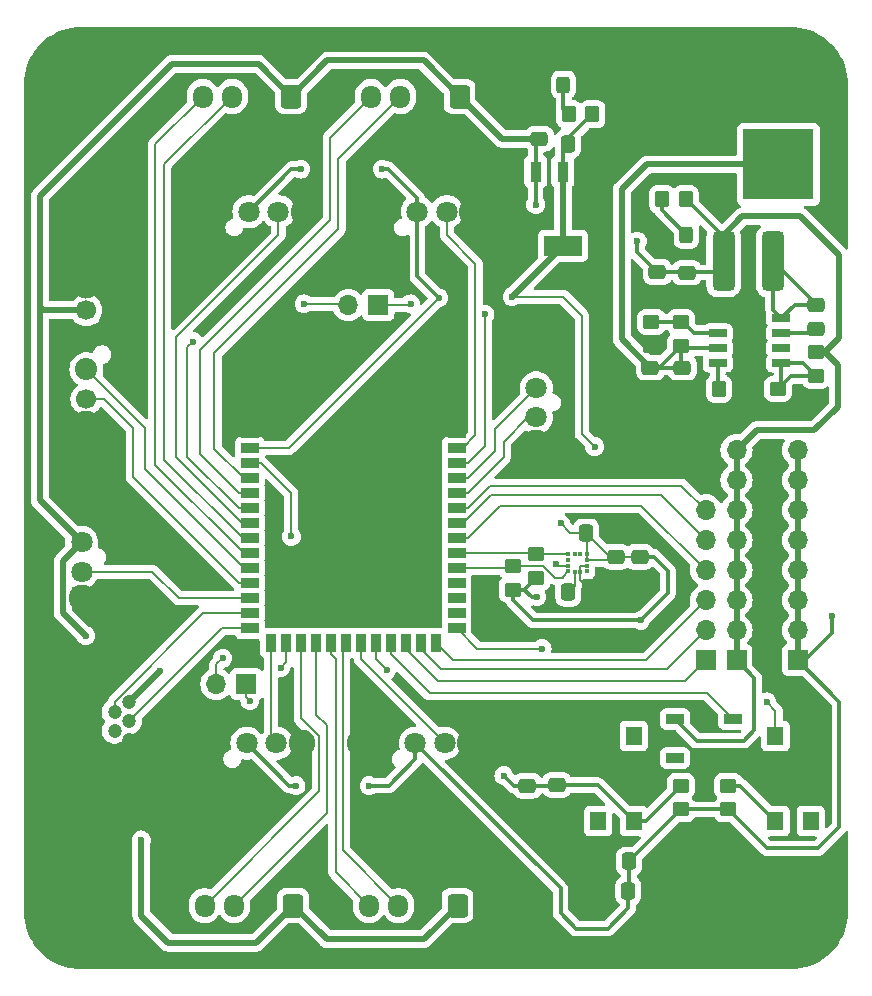
<source format=gbr>
%TF.GenerationSoftware,KiCad,Pcbnew,8.0.7*%
%TF.CreationDate,2025-04-09T11:56:33+02:00*%
%TF.ProjectId,PCB_CDFR,5043425f-4344-4465-922e-6b696361645f,rev?*%
%TF.SameCoordinates,Original*%
%TF.FileFunction,Copper,L1,Top*%
%TF.FilePolarity,Positive*%
%FSLAX46Y46*%
G04 Gerber Fmt 4.6, Leading zero omitted, Abs format (unit mm)*
G04 Created by KiCad (PCBNEW 8.0.7) date 2025-04-09 11:56:33*
%MOMM*%
%LPD*%
G01*
G04 APERTURE LIST*
G04 Aperture macros list*
%AMRoundRect*
0 Rectangle with rounded corners*
0 $1 Rounding radius*
0 $2 $3 $4 $5 $6 $7 $8 $9 X,Y pos of 4 corners*
0 Add a 4 corners polygon primitive as box body*
4,1,4,$2,$3,$4,$5,$6,$7,$8,$9,$2,$3,0*
0 Add four circle primitives for the rounded corners*
1,1,$1+$1,$2,$3*
1,1,$1+$1,$4,$5*
1,1,$1+$1,$6,$7*
1,1,$1+$1,$8,$9*
0 Add four rect primitives between the rounded corners*
20,1,$1+$1,$2,$3,$4,$5,0*
20,1,$1+$1,$4,$5,$6,$7,0*
20,1,$1+$1,$6,$7,$8,$9,0*
20,1,$1+$1,$8,$9,$2,$3,0*%
G04 Aperture macros list end*
%TA.AperFunction,SMDPad,CuDef*%
%ADD10RoundRect,0.030000X0.745000X0.270000X-0.745000X0.270000X-0.745000X-0.270000X0.745000X-0.270000X0*%
%TD*%
%TA.AperFunction,SMDPad,CuDef*%
%ADD11RoundRect,0.135500X-1.219500X-1.564500X1.219500X-1.564500X1.219500X1.564500X-1.219500X1.564500X0*%
%TD*%
%TA.AperFunction,SMDPad,CuDef*%
%ADD12RoundRect,0.250000X0.450000X-0.350000X0.450000X0.350000X-0.450000X0.350000X-0.450000X-0.350000X0*%
%TD*%
%TA.AperFunction,SMDPad,CuDef*%
%ADD13R,1.500000X0.900000*%
%TD*%
%TA.AperFunction,SMDPad,CuDef*%
%ADD14R,0.900000X1.500000*%
%TD*%
%TA.AperFunction,HeatsinkPad*%
%ADD15C,0.600000*%
%TD*%
%TA.AperFunction,SMDPad,CuDef*%
%ADD16R,3.900000X3.900000*%
%TD*%
%TA.AperFunction,ComponentPad*%
%ADD17R,1.700000X1.700000*%
%TD*%
%TA.AperFunction,ComponentPad*%
%ADD18O,1.700000X1.700000*%
%TD*%
%TA.AperFunction,SMDPad,CuDef*%
%ADD19RoundRect,0.250000X-0.475000X0.337500X-0.475000X-0.337500X0.475000X-0.337500X0.475000X0.337500X0*%
%TD*%
%TA.AperFunction,SMDPad,CuDef*%
%ADD20RoundRect,0.250000X-0.350000X-0.450000X0.350000X-0.450000X0.350000X0.450000X-0.350000X0.450000X0*%
%TD*%
%TA.AperFunction,SMDPad,CuDef*%
%ADD21RoundRect,0.475000X0.475000X2.075000X-0.475000X2.075000X-0.475000X-2.075000X0.475000X-2.075000X0*%
%TD*%
%TA.AperFunction,ComponentPad*%
%ADD22C,3.600000*%
%TD*%
%TA.AperFunction,ConnectorPad*%
%ADD23C,6.400000*%
%TD*%
%TA.AperFunction,SMDPad,CuDef*%
%ADD24RoundRect,0.250000X-0.450000X0.350000X-0.450000X-0.350000X0.450000X-0.350000X0.450000X0.350000X0*%
%TD*%
%TA.AperFunction,ComponentPad*%
%ADD25RoundRect,0.250000X0.600000X0.725000X-0.600000X0.725000X-0.600000X-0.725000X0.600000X-0.725000X0*%
%TD*%
%TA.AperFunction,ComponentPad*%
%ADD26O,1.700000X1.950000*%
%TD*%
%TA.AperFunction,ComponentPad*%
%ADD27C,1.800000*%
%TD*%
%TA.AperFunction,ComponentPad*%
%ADD28C,2.250000*%
%TD*%
%TA.AperFunction,SMDPad,CuDef*%
%ADD29R,1.400000X1.600000*%
%TD*%
%TA.AperFunction,ComponentPad*%
%ADD30C,1.200000*%
%TD*%
%TA.AperFunction,ComponentPad*%
%ADD31C,3.030000*%
%TD*%
%TA.AperFunction,SMDPad,CuDef*%
%ADD32R,0.950000X1.750000*%
%TD*%
%TA.AperFunction,SMDPad,CuDef*%
%ADD33R,3.200000X1.750000*%
%TD*%
%TA.AperFunction,SMDPad,CuDef*%
%ADD34RoundRect,0.250000X-0.337500X-0.475000X0.337500X-0.475000X0.337500X0.475000X-0.337500X0.475000X0*%
%TD*%
%TA.AperFunction,SMDPad,CuDef*%
%ADD35R,0.375000X0.350000*%
%TD*%
%TA.AperFunction,SMDPad,CuDef*%
%ADD36R,0.350000X0.375000*%
%TD*%
%TA.AperFunction,SMDPad,CuDef*%
%ADD37RoundRect,0.250000X0.475000X-0.337500X0.475000X0.337500X-0.475000X0.337500X-0.475000X-0.337500X0*%
%TD*%
%TA.AperFunction,SMDPad,CuDef*%
%ADD38RoundRect,0.250000X-0.325000X-0.450000X0.325000X-0.450000X0.325000X0.450000X-0.325000X0.450000X0*%
%TD*%
%TA.AperFunction,SMDPad,CuDef*%
%ADD39RoundRect,0.250000X0.337500X0.475000X-0.337500X0.475000X-0.337500X-0.475000X0.337500X-0.475000X0*%
%TD*%
%TA.AperFunction,ComponentPad*%
%ADD40C,6.000000*%
%TD*%
%TA.AperFunction,ComponentPad*%
%ADD41R,6.000000X6.000000*%
%TD*%
%TA.AperFunction,ComponentPad*%
%ADD42C,1.700000*%
%TD*%
%TA.AperFunction,ComponentPad*%
%ADD43C,1.875000*%
%TD*%
%TA.AperFunction,ComponentPad*%
%ADD44C,2.300000*%
%TD*%
%TA.AperFunction,SMDPad,CuDef*%
%ADD45RoundRect,0.090000X-0.660000X-0.360000X0.660000X-0.360000X0.660000X0.360000X-0.660000X0.360000X0*%
%TD*%
%TA.AperFunction,ViaPad*%
%ADD46C,0.600000*%
%TD*%
%TA.AperFunction,Conductor*%
%ADD47C,0.200000*%
%TD*%
%TA.AperFunction,Conductor*%
%ADD48C,0.500000*%
%TD*%
%TA.AperFunction,Conductor*%
%ADD49C,0.300000*%
%TD*%
G04 APERTURE END LIST*
D10*
%TO.P,BUCK1,1,PGND*%
%TO.N,GND*%
X140600000Y-48995000D03*
%TO.P,BUCK1,2,EN*%
%TO.N,Net-(BUCK1-EN)*%
X140600000Y-50265000D03*
%TO.P,BUCK1,3,VIN*%
%TO.N,VCC*%
X140600000Y-51535000D03*
%TO.P,BUCK1,4,RT_SYNC*%
%TO.N,Net-(BUCK1-RT_SYNC)*%
X140600000Y-52805000D03*
%TO.P,BUCK1,5,FB*%
%TO.N,Net-(BUCK1-FB)*%
X146000000Y-52800000D03*
%TO.P,BUCK1,6,PG*%
%TO.N,unconnected-(BUCK1-PG-Pad6)*%
X146000000Y-51530000D03*
%TO.P,BUCK1,7,BOOT*%
%TO.N,Net-(BUCK1-BOOT)*%
X146000000Y-50260000D03*
%TO.P,BUCK1,8,SW*%
%TO.N,Net-(BUCK1-SW)*%
X146000000Y-48990000D03*
D11*
%TO.P,BUCK1,9,EP*%
%TO.N,GND*%
X143300000Y-50900000D03*
%TD*%
D12*
%TO.P,R6,1*%
%TO.N,Net-(BUCK1-FB)*%
X148900000Y-53900000D03*
%TO.P,R6,2*%
%TO.N,+5V*%
X148900000Y-51900000D03*
%TD*%
D13*
%TO.P,U2,1,GND*%
%TO.N,GND*%
X101000000Y-58740000D03*
%TO.P,U2,2,3V3*%
%TO.N,+3V3*%
X101000000Y-60010000D03*
%TO.P,U2,3,EN*%
%TO.N,EN*%
X101000000Y-61280000D03*
%TO.P,U2,4,IO4*%
%TO.N,E2PWM*%
X101000000Y-62550000D03*
%TO.P,U2,5,IO5*%
%TO.N,E2DIR*%
X101000000Y-63820000D03*
%TO.P,U2,6,IO6*%
%TO.N,Net-(FREE_PIN_2-Pin_2)*%
X101000000Y-65090000D03*
%TO.P,U2,7,IO7*%
%TO.N,M1PWM*%
X101000000Y-66360000D03*
%TO.P,U2,8,IO15*%
%TO.N,E1PWM*%
X101000000Y-67630000D03*
%TO.P,U2,9,IO16*%
%TO.N,E1DIR*%
X101000000Y-68900000D03*
%TO.P,U2,10,IO17*%
%TO.N,TX2*%
X101000000Y-70170000D03*
%TO.P,U2,11,IO18*%
%TO.N,RX2*%
X101000000Y-71440000D03*
%TO.P,U2,12,IO8*%
%TO.N,URGENCE1*%
X101000000Y-72710000D03*
%TO.P,U2,13,IO19*%
%TO.N,D-*%
X101000000Y-73980000D03*
%TO.P,U2,14,IO20*%
%TO.N,D+*%
X101000000Y-75250000D03*
D14*
%TO.P,U2,15,IO3*%
%TO.N,M3PWM*%
X102765000Y-76500000D03*
%TO.P,U2,16,IO46*%
%TO.N,Net-(FREE_PIN_3-Pin_2)*%
X104035000Y-76500000D03*
%TO.P,U2,17,IO9*%
%TO.N,E3DIR*%
X105305000Y-76500000D03*
%TO.P,U2,18,IO10*%
%TO.N,E3PWM*%
X106575000Y-76500000D03*
%TO.P,U2,19,IO11*%
%TO.N,E4DIR*%
X107845000Y-76500000D03*
%TO.P,U2,20,IO12*%
%TO.N,E4PWM*%
X109115000Y-76500000D03*
%TO.P,U2,21,IO13*%
%TO.N,M4PWM*%
X110385000Y-76500000D03*
%TO.P,U2,22,IO14*%
%TO.N,Net-(FREE_PIN_3-Pin_1)*%
X111655000Y-76500000D03*
%TO.P,U2,23,IO21*%
%TO.N,Net-(D2-DIN)*%
X112925000Y-76500000D03*
%TO.P,U2,24,IO47*%
%TO.N,Net-(FREE_PIN_1-Pin_1)*%
X114195000Y-76500000D03*
%TO.P,U2,25,IO48*%
%TO.N,Net-(FREE_PIN_1-Pin_2)*%
X115465000Y-76500000D03*
%TO.P,U2,26,IO45*%
%TO.N,Net-(FREE_PIN_1-Pin_3)*%
X116735000Y-76500000D03*
D13*
%TO.P,U2,27,IO0*%
%TO.N,BOOT*%
X118500000Y-75250000D03*
%TO.P,U2,28,IO35*%
%TO.N,unconnected-(U2-IO35-Pad28)*%
X118500000Y-73980000D03*
%TO.P,U2,29,IO36*%
%TO.N,unconnected-(U2-IO36-Pad29)*%
X118500000Y-72710000D03*
%TO.P,U2,30,IO37*%
%TO.N,unconnected-(U2-IO37-Pad30)*%
X118500000Y-71440000D03*
%TO.P,U2,31,IO38*%
%TO.N,SDA*%
X118500000Y-70170000D03*
%TO.P,U2,32,IO39*%
%TO.N,SCL*%
X118500000Y-68900000D03*
%TO.P,U2,33,IO40*%
%TO.N,Net-(FREE_PIN_1-Pin_4)*%
X118500000Y-67630000D03*
%TO.P,U2,34,IO41*%
%TO.N,Net-(FREE_PIN_1-Pin_5)*%
X118500000Y-66360000D03*
%TO.P,U2,35,IO42*%
%TO.N,Net-(FREE_PIN_1-Pin_6)*%
X118500000Y-65090000D03*
%TO.P,U2,36,RXD0*%
%TO.N,RX1*%
X118500000Y-63820000D03*
%TO.P,U2,37,TXD0*%
%TO.N,TX1*%
X118500000Y-62550000D03*
%TO.P,U2,38,IO2*%
%TO.N,Net-(FREE_PIN_2-Pin_1)*%
X118500000Y-61280000D03*
%TO.P,U2,39,IO1*%
%TO.N,M2PWM*%
X118500000Y-60010000D03*
%TO.P,U2,40,GND*%
%TO.N,GND*%
X118500000Y-58740000D03*
D15*
%TO.P,U2,41,GND*%
X106850000Y-65760000D03*
X106850000Y-67160000D03*
X107550000Y-65060000D03*
X107550000Y-66460000D03*
X107550000Y-67860000D03*
X108250000Y-65760000D03*
D16*
X108250000Y-66460000D03*
D15*
X108250000Y-67160000D03*
X108950000Y-65060000D03*
X108950000Y-66460000D03*
X108950000Y-67860000D03*
X109650000Y-65760000D03*
X109650000Y-67160000D03*
%TD*%
D12*
%TO.P,R1,1*%
%TO.N,+3V3*%
X137500000Y-90600000D03*
%TO.P,R1,2*%
%TO.N,EN*%
X137500000Y-88600000D03*
%TD*%
D17*
%TO.P,FREE_PIN_1,1,Pin_1*%
%TO.N,Net-(FREE_PIN_1-Pin_1)*%
X139600000Y-77975000D03*
D18*
%TO.P,FREE_PIN_1,2,Pin_2*%
%TO.N,Net-(FREE_PIN_1-Pin_2)*%
X139600000Y-75435000D03*
%TO.P,FREE_PIN_1,3,Pin_3*%
%TO.N,Net-(FREE_PIN_1-Pin_3)*%
X139600000Y-72895000D03*
%TO.P,FREE_PIN_1,4,Pin_4*%
%TO.N,Net-(FREE_PIN_1-Pin_4)*%
X139600000Y-70355000D03*
%TO.P,FREE_PIN_1,5,Pin_5*%
%TO.N,Net-(FREE_PIN_1-Pin_5)*%
X139600000Y-67815000D03*
%TO.P,FREE_PIN_1,6,Pin_6*%
%TO.N,Net-(FREE_PIN_1-Pin_6)*%
X139600000Y-65275000D03*
%TD*%
D19*
%TO.P,C7,1*%
%TO.N,VCC*%
X137600000Y-53200000D03*
%TO.P,C7,2*%
%TO.N,GND*%
X137600000Y-55275000D03*
%TD*%
D20*
%TO.P,R5,1*%
%TO.N,Net-(BUCK1-RT_SYNC)*%
X140700000Y-55000000D03*
%TO.P,R5,2*%
%TO.N,GND*%
X142700000Y-55000000D03*
%TD*%
D21*
%TO.P,L1,1,1*%
%TO.N,Net-(BUCK1-SW)*%
X145300000Y-44200000D03*
%TO.P,L1,2,2*%
%TO.N,+5V*%
X141100000Y-44200000D03*
%TD*%
D17*
%TO.P,GND_1,1,Pin_1*%
%TO.N,GND*%
X144800000Y-77975000D03*
D18*
%TO.P,GND_1,2,Pin_2*%
X144800000Y-75435000D03*
%TO.P,GND_1,3,Pin_3*%
X144800000Y-72895000D03*
%TO.P,GND_1,4,Pin_4*%
X144800000Y-70355000D03*
%TO.P,GND_1,5,Pin_5*%
X144800000Y-67815000D03*
%TO.P,GND_1,6,Pin_6*%
X144800000Y-65275000D03*
%TO.P,GND_1,7,Pin_7*%
X144800000Y-62735000D03*
%TO.P,GND_1,8,Pin_8*%
X144800000Y-60195000D03*
%TD*%
D17*
%TO.P,FREE_PIN_3,1,Pin_1*%
%TO.N,Net-(FREE_PIN_3-Pin_1)*%
X100700000Y-80000000D03*
D18*
%TO.P,FREE_PIN_3,2,Pin_2*%
%TO.N,Net-(FREE_PIN_3-Pin_2)*%
X98160000Y-80000000D03*
%TD*%
D22*
%TO.P,H3,1,1*%
%TO.N,GND*%
X86500000Y-99000000D03*
D23*
X86500000Y-99000000D03*
%TD*%
D20*
%TO.P,RLED1,1*%
%TO.N,Net-(LED1-A)*%
X135900000Y-38950000D03*
%TO.P,RLED1,2*%
%TO.N,+5V*%
X137900000Y-38950000D03*
%TD*%
D24*
%TO.P,R801,1*%
%TO.N,SDA*%
X123250000Y-70000000D03*
%TO.P,R801,2*%
%TO.N,+3V3*%
X123250000Y-72000000D03*
%TD*%
D25*
%TO.P,ENC4,1,Pin_1*%
%TO.N,+5V*%
X118580000Y-98750000D03*
D26*
%TO.P,ENC4,2,Pin_2*%
%TO.N,GND*%
X116080000Y-98750000D03*
%TO.P,ENC4,3,Pin_3*%
%TO.N,E4PWM*%
X113580000Y-98750000D03*
%TO.P,ENC4,4,Pin_4*%
%TO.N,E4DIR*%
X111080000Y-98750000D03*
%TD*%
D27*
%TO.P,UART_HEDGEHOG1,1,1*%
%TO.N,RX1*%
X125250000Y-57420000D03*
%TO.P,UART_HEDGEHOG1,2,2*%
%TO.N,TX1*%
X125250000Y-54920000D03*
%TO.P,UART_HEDGEHOG1,3,3*%
%TO.N,GND*%
X125250000Y-52420000D03*
D28*
%TO.P,UART_HEDGEHOG1,MH1,MH1*%
X125250000Y-59590000D03*
%TO.P,UART_HEDGEHOG1,MH2,MH2*%
X125250000Y-50250000D03*
%TD*%
D25*
%TO.P,ENC1,1,Pin_1*%
%TO.N,+5V*%
X104500000Y-30250000D03*
D26*
%TO.P,ENC1,2,Pin_2*%
%TO.N,GND*%
X102000000Y-30250000D03*
%TO.P,ENC1,3,Pin_3*%
%TO.N,E1PWM*%
X99500000Y-30250000D03*
%TO.P,ENC1,4,Pin_4*%
%TO.N,E1DIR*%
X97000000Y-30250000D03*
%TD*%
D20*
%TO.P,RLED2,1*%
%TO.N,Net-(LED2-A)*%
X128000000Y-31750000D03*
%TO.P,RLED2,2*%
%TO.N,+3V3*%
X130000000Y-31750000D03*
%TD*%
D19*
%TO.P,C1,1*%
%TO.N,GND*%
X127000000Y-86462500D03*
%TO.P,C1,2*%
%TO.N,EN*%
X127000000Y-88537500D03*
%TD*%
D29*
%TO.P,SWITCHEN1,1,1*%
%TO.N,GND*%
X130500000Y-84400000D03*
%TO.P,SWITCHEN1,2,2*%
%TO.N,unconnected-(SWITCHEN1-Pad2)*%
X130500000Y-91600000D03*
%TO.P,SWITCHEN1,3,3*%
%TO.N,unconnected-(SWITCHEN1-Pad3)*%
X133500000Y-84400000D03*
%TO.P,SWITCHEN1,4,4*%
%TO.N,EN*%
X133500000Y-91600000D03*
%TD*%
%TO.P,SWITCHBOOT1,1,1*%
%TO.N,unconnected-(SWITCHBOOT1-Pad1)*%
X148500000Y-91600000D03*
%TO.P,SWITCHBOOT1,2,2*%
%TO.N,GND*%
X148500000Y-84400000D03*
%TO.P,SWITCHBOOT1,3,3*%
%TO.N,Net-(R8-Pad1)*%
X145500000Y-91600000D03*
%TO.P,SWITCHBOOT1,4,4*%
%TO.N,BOOT*%
X145500000Y-84400000D03*
%TD*%
D30*
%TO.P,MINIUSB1,1,1*%
%TO.N,+5V*%
X90750000Y-81550000D03*
%TO.P,MINIUSB1,2,2*%
%TO.N,D-*%
X89550000Y-82350000D03*
%TO.P,MINIUSB1,3,3*%
%TO.N,D+*%
X90750000Y-83150000D03*
%TO.P,MINIUSB1,4,4*%
%TO.N,unconnected-(MINIUSB1-Pad4)*%
X89550000Y-83950000D03*
%TO.P,MINIUSB1,5,5*%
%TO.N,GND*%
X90750000Y-84750000D03*
D31*
%TO.P,MINIUSB1,MH1,MH1*%
X85700000Y-79500000D03*
%TO.P,MINIUSB1,MH2,MH2*%
X85700000Y-86800000D03*
%TD*%
D19*
%TO.P,C14,1*%
%TO.N,+3V3*%
X132000000Y-69212500D03*
%TO.P,C14,2*%
%TO.N,GND*%
X132000000Y-71287500D03*
%TD*%
D32*
%TO.P,LDO1,1,GND*%
%TO.N,GND*%
X129800000Y-36600000D03*
%TO.P,LDO1,2,OUTPUT_1*%
%TO.N,+3V3*%
X127500000Y-36600000D03*
%TO.P,LDO1,3,INPUT*%
%TO.N,+5V*%
X125200000Y-36600000D03*
D33*
%TO.P,LDO1,4,OUTPUT_2*%
%TO.N,+3V3*%
X127500000Y-42900000D03*
%TD*%
D34*
%TO.P,C13,1*%
%TO.N,Net-(U1-C1)*%
X127962500Y-72212500D03*
%TO.P,C13,2*%
%TO.N,GND*%
X130037500Y-72212500D03*
%TD*%
D35*
%TO.P,U1,1,SCL/SPC*%
%TO.N,SCL*%
X127975000Y-68962500D03*
%TO.P,U1,2,NC*%
%TO.N,unconnected-(U1-NC-Pad2)*%
X127975000Y-69462500D03*
%TO.P,U1,3,~{CS}*%
%TO.N,+3V3*%
X127975000Y-69962500D03*
%TO.P,U1,4,SDA/SDI/SDO*%
%TO.N,SDA*%
X127975000Y-70462500D03*
D36*
%TO.P,U1,5,C1*%
%TO.N,Net-(U1-C1)*%
X128487500Y-70475000D03*
%TO.P,U1,6,GND*%
%TO.N,GND*%
X128987500Y-70475000D03*
D35*
%TO.P,U1,7,DRDY*%
%TO.N,unconnected-(U1-DRDY-Pad7)*%
X129500000Y-70462500D03*
%TO.P,U1,8,GND*%
%TO.N,GND*%
X129500000Y-69962500D03*
%TO.P,U1,9,Vdd*%
%TO.N,+3V3*%
X129500000Y-69462500D03*
%TO.P,U1,10,Vdd_IO*%
X129500000Y-68962500D03*
D36*
%TO.P,U1,11,NC*%
%TO.N,unconnected-(U1-NC-Pad11)*%
X128987500Y-68950000D03*
%TO.P,U1,12,NC*%
%TO.N,unconnected-(U1-NC-Pad12)*%
X128487500Y-68950000D03*
%TD*%
D27*
%TO.P,MOTOR2,1,1*%
%TO.N,GND*%
X112670000Y-40000000D03*
%TO.P,MOTOR2,2,2*%
%TO.N,+3V3*%
X115170000Y-40000000D03*
%TO.P,MOTOR2,3,3*%
%TO.N,M2PWM*%
X117670000Y-40000000D03*
D28*
%TO.P,MOTOR2,MH1,MH1*%
%TO.N,GND*%
X110500000Y-40000000D03*
%TO.P,MOTOR2,MH2,MH2*%
X119840000Y-40000000D03*
%TD*%
D37*
%TO.P,C8,1*%
%TO.N,Net-(BUCK1-BOOT)*%
X148900000Y-49937500D03*
%TO.P,C8,2*%
%TO.N,Net-(BUCK1-SW)*%
X148900000Y-47862500D03*
%TD*%
D38*
%TO.P,LED1,1,K*%
%TO.N,GND*%
X135900000Y-41950000D03*
%TO.P,LED1,2,A*%
%TO.N,Net-(LED1-A)*%
X137950000Y-41950000D03*
%TD*%
D17*
%TO.P,5V_1,1,Pin_1*%
%TO.N,+5V*%
X142200000Y-77975000D03*
D18*
%TO.P,5V_1,2,Pin_2*%
X142200000Y-75435000D03*
%TO.P,5V_1,3,Pin_3*%
X142200000Y-72895000D03*
%TO.P,5V_1,4,Pin_4*%
X142200000Y-70355000D03*
%TO.P,5V_1,5,Pin_5*%
X142200000Y-67815000D03*
%TO.P,5V_1,6,Pin_6*%
X142200000Y-65275000D03*
%TO.P,5V_1,7,Pin_7*%
X142200000Y-62735000D03*
%TO.P,5V_1,8,Pin_8*%
X142200000Y-60195000D03*
%TD*%
D34*
%TO.P,C15,1*%
%TO.N,+3V3*%
X129462500Y-67212500D03*
%TO.P,C15,2*%
%TO.N,GND*%
X131537500Y-67212500D03*
%TD*%
D24*
%TO.P,R8,1*%
%TO.N,Net-(R8-Pad1)*%
X141500000Y-88600000D03*
%TO.P,R8,2*%
%TO.N,+3V3*%
X141500000Y-90600000D03*
%TD*%
D39*
%TO.P,C5,1*%
%TO.N,+3V3*%
X133100000Y-95000000D03*
%TO.P,C5,2*%
%TO.N,GND*%
X131025000Y-95000000D03*
%TD*%
D25*
%TO.P,ENC2,1,Pin_1*%
%TO.N,+5V*%
X118750000Y-30250000D03*
D26*
%TO.P,ENC2,2,Pin_2*%
%TO.N,GND*%
X116250000Y-30250000D03*
%TO.P,ENC2,3,Pin_3*%
%TO.N,E2PWM*%
X113750000Y-30250000D03*
%TO.P,ENC2,4,Pin_4*%
%TO.N,E2DIR*%
X111250000Y-30250000D03*
%TD*%
D19*
%TO.P,C9,1*%
%TO.N,+5V*%
X138000000Y-45162500D03*
%TO.P,C9,2*%
%TO.N,GND*%
X138000000Y-47237500D03*
%TD*%
D22*
%TO.P,H1,1,1*%
%TO.N,GND*%
X86500000Y-29000000D03*
D23*
X86500000Y-29000000D03*
%TD*%
D19*
%TO.P,C12,1*%
%TO.N,+3V3*%
X134000000Y-69212500D03*
%TO.P,C12,2*%
%TO.N,GND*%
X134000000Y-71287500D03*
%TD*%
D12*
%TO.P,R2,1*%
%TO.N,VCC*%
X137500000Y-51337500D03*
%TO.P,R2,2*%
%TO.N,Net-(BUCK1-EN)*%
X137500000Y-49337500D03*
%TD*%
D27*
%TO.P,MOTOR1,1,1*%
%TO.N,GND*%
X98420000Y-40000000D03*
%TO.P,MOTOR1,2,2*%
%TO.N,+3V3*%
X100920000Y-40000000D03*
%TO.P,MOTOR1,3,3*%
%TO.N,M1PWM*%
X103420000Y-40000000D03*
D28*
%TO.P,MOTOR1,MH1,MH1*%
%TO.N,GND*%
X96250000Y-40000000D03*
%TO.P,MOTOR1,MH2,MH2*%
X105590000Y-40000000D03*
%TD*%
D22*
%TO.P,H2,1,1*%
%TO.N,GND*%
X136000000Y-29000000D03*
D23*
X136000000Y-29000000D03*
%TD*%
D12*
%TO.P,R7,1*%
%TO.N,GND*%
X145700000Y-57000000D03*
%TO.P,R7,2*%
%TO.N,Net-(BUCK1-FB)*%
X145700000Y-55000000D03*
%TD*%
D40*
%TO.P,POWER_1,N,NEG*%
%TO.N,GND*%
X145750000Y-28800000D03*
D41*
%TO.P,POWER_1,P,POS*%
%TO.N,VCC*%
X145750000Y-36000000D03*
%TD*%
D17*
%TO.P,3V3_1,1,Pin_1*%
%TO.N,+3V3*%
X147400000Y-77975000D03*
D18*
%TO.P,3V3_1,2,Pin_2*%
X147400000Y-75435000D03*
%TO.P,3V3_1,3,Pin_3*%
X147400000Y-72895000D03*
%TO.P,3V3_1,4,Pin_4*%
X147400000Y-70355000D03*
%TO.P,3V3_1,5,Pin_5*%
X147400000Y-67815000D03*
%TO.P,3V3_1,6,Pin_6*%
X147400000Y-65275000D03*
%TO.P,3V3_1,7,Pin_7*%
X147400000Y-62735000D03*
%TO.P,3V3_1,8,Pin_8*%
X147400000Y-60195000D03*
%TD*%
D22*
%TO.P,H4,1,1*%
%TO.N,GND*%
X140000000Y-99000000D03*
D23*
X140000000Y-99000000D03*
%TD*%
D27*
%TO.P,URGENCE1,1,1*%
%TO.N,URGENCE1*%
X86750000Y-70500000D03*
%TO.P,URGENCE1,2,2*%
%TO.N,+5V*%
X86750000Y-68000000D03*
%TO.P,URGENCE1,3,3*%
%TO.N,GND*%
X86750000Y-65500000D03*
D28*
%TO.P,URGENCE1,MH1,MH1*%
X86750000Y-72670000D03*
%TO.P,URGENCE1,MH2,MH2*%
X86750000Y-63330000D03*
%TD*%
D17*
%TO.P,FREE_PIN_2,1,Pin_1*%
%TO.N,Net-(FREE_PIN_2-Pin_1)*%
X111875000Y-47900000D03*
D18*
%TO.P,FREE_PIN_2,2,Pin_2*%
%TO.N,Net-(FREE_PIN_2-Pin_2)*%
X109335000Y-47900000D03*
%TD*%
D24*
%TO.P,R3,1*%
%TO.N,Net-(BUCK1-EN)*%
X135000000Y-49337500D03*
%TO.P,R3,2*%
%TO.N,GND*%
X135000000Y-51337500D03*
%TD*%
D42*
%TO.P,UART_LIDAR1,1,1*%
%TO.N,RX2*%
X87160000Y-55850000D03*
D43*
%TO.P,UART_LIDAR1,2,2*%
%TO.N,TX2*%
X87160000Y-53350000D03*
%TO.P,UART_LIDAR1,3,3*%
%TO.N,GND*%
X87160000Y-50850000D03*
D42*
%TO.P,UART_LIDAR1,4,4*%
%TO.N,+5V*%
X87160000Y-48350000D03*
D44*
%TO.P,UART_LIDAR1,MH1,MH1*%
%TO.N,GND*%
X87160000Y-58020000D03*
%TO.P,UART_LIDAR1,MH2,MH2*%
X87160000Y-46180000D03*
%TD*%
D24*
%TO.P,R800,1*%
%TO.N,SCL*%
X125250000Y-69000000D03*
%TO.P,R800,2*%
%TO.N,+3V3*%
X125250000Y-71000000D03*
%TD*%
D19*
%TO.P,C10,1*%
%TO.N,+5V*%
X135500000Y-45125000D03*
%TO.P,C10,2*%
%TO.N,GND*%
X135500000Y-47200000D03*
%TD*%
D39*
%TO.P,C6,1*%
%TO.N,+3V3*%
X133037500Y-97500000D03*
%TO.P,C6,2*%
%TO.N,GND*%
X130962500Y-97500000D03*
%TD*%
D27*
%TO.P,MOTOR3,1,1*%
%TO.N,GND*%
X98250000Y-85000000D03*
%TO.P,MOTOR3,2,2*%
%TO.N,+3V3*%
X100750000Y-85000000D03*
%TO.P,MOTOR3,3,3*%
%TO.N,M3PWM*%
X103250000Y-85000000D03*
D28*
%TO.P,MOTOR3,MH1,MH1*%
%TO.N,GND*%
X96080000Y-85000000D03*
%TO.P,MOTOR3,MH2,MH2*%
X105420000Y-85000000D03*
%TD*%
D37*
%TO.P,C3,1*%
%TO.N,+5V*%
X125500000Y-33825000D03*
%TO.P,C3,2*%
%TO.N,GND*%
X125500000Y-31750000D03*
%TD*%
D39*
%TO.P,C2,1*%
%TO.N,GND*%
X130037500Y-34250000D03*
%TO.P,C2,2*%
%TO.N,+3V3*%
X127962500Y-34250000D03*
%TD*%
D38*
%TO.P,LED2,1,K*%
%TO.N,GND*%
X125500000Y-29250000D03*
%TO.P,LED2,2,A*%
%TO.N,Net-(LED2-A)*%
X127550000Y-29250000D03*
%TD*%
D45*
%TO.P,D2,1,VDD*%
%TO.N,+5V*%
X137000000Y-82950000D03*
%TO.P,D2,2,DOUT*%
%TO.N,unconnected-(D2-DOUT-Pad2)*%
X137000000Y-86250000D03*
%TO.P,D2,3,VSS*%
%TO.N,GND*%
X141900000Y-86250000D03*
%TO.P,D2,4,DIN*%
%TO.N,Net-(D2-DIN)*%
X141900000Y-82950000D03*
%TD*%
D25*
%TO.P,ENC3,1,Pin_1*%
%TO.N,+5V*%
X104670000Y-98750000D03*
D26*
%TO.P,ENC3,2,Pin_2*%
%TO.N,GND*%
X102170000Y-98750000D03*
%TO.P,ENC3,3,Pin_3*%
%TO.N,E3PWM*%
X99670000Y-98750000D03*
%TO.P,ENC3,4,Pin_4*%
%TO.N,E3DIR*%
X97170000Y-98750000D03*
%TD*%
D27*
%TO.P,MOTOR4,1,1*%
%TO.N,GND*%
X112500000Y-85000000D03*
%TO.P,MOTOR4,2,2*%
%TO.N,+3V3*%
X115000000Y-85000000D03*
%TO.P,MOTOR4,3,3*%
%TO.N,M4PWM*%
X117500000Y-85000000D03*
D28*
%TO.P,MOTOR4,MH1,MH1*%
%TO.N,GND*%
X110330000Y-85000000D03*
%TO.P,MOTOR4,MH2,MH2*%
X119670000Y-85000000D03*
%TD*%
D19*
%TO.P,C4,1*%
%TO.N,VCC*%
X134900000Y-53200000D03*
%TO.P,C4,2*%
%TO.N,GND*%
X134900000Y-55275000D03*
%TD*%
D37*
%TO.P,C11,1*%
%TO.N,EN*%
X124500000Y-88600000D03*
%TO.P,C11,2*%
%TO.N,GND*%
X124500000Y-86525000D03*
%TD*%
D46*
%TO.N,GND*%
X140700000Y-38500000D03*
X121100000Y-72600000D03*
X143200000Y-45600000D03*
X132700000Y-72900000D03*
%TO.N,EN*%
X122500000Y-87750000D03*
X104500000Y-67500000D03*
%TO.N,+3V3*%
X117000000Y-47300000D03*
X125300000Y-72600000D03*
X105300000Y-36400000D03*
X104900000Y-88600000D03*
X123200000Y-47200000D03*
X126900000Y-69800000D03*
X111100000Y-88600000D03*
X130200000Y-59900000D03*
X150300000Y-74200000D03*
X112200000Y-36400000D03*
X134100000Y-74600000D03*
X127300000Y-66400000D03*
%TO.N,+5V*%
X125200000Y-39400000D03*
X93400000Y-78900000D03*
X91800000Y-93200000D03*
X87100000Y-75900000D03*
X133800000Y-42500000D03*
%TO.N,Net-(FREE_PIN_3-Pin_2)*%
X103600000Y-78600000D03*
X98700000Y-77800000D03*
%TO.N,Net-(FREE_PIN_2-Pin_1)*%
X120900000Y-48700000D03*
X114600000Y-47800000D03*
%TO.N,Net-(FREE_PIN_2-Pin_2)*%
X96200000Y-51000000D03*
X105600000Y-47800000D03*
%TO.N,Net-(FREE_PIN_3-Pin_1)*%
X112600000Y-78800000D03*
X101000000Y-81400000D03*
%TO.N,BOOT*%
X144750000Y-81500000D03*
X125750000Y-77000000D03*
%TD*%
D47*
%TO.N,GND*%
X128987500Y-70012500D02*
X128987500Y-70475000D01*
X128987500Y-71162500D02*
X130037500Y-72212500D01*
X128987500Y-70475000D02*
X128987500Y-71162500D01*
X129037500Y-69962500D02*
X128987500Y-70012500D01*
X129500000Y-69962500D02*
X129037500Y-69962500D01*
D48*
X143300000Y-47800000D02*
X143300000Y-50900000D01*
D49*
X134637500Y-51337500D02*
X133600000Y-50300000D01*
%TO.N,Net-(BUCK1-SW)*%
X147127500Y-47862500D02*
X148900000Y-47862500D01*
X146000000Y-48990000D02*
X147127500Y-47862500D01*
X145300000Y-48290000D02*
X145300000Y-44200000D01*
X145300000Y-44200000D02*
X148900000Y-47800000D01*
X146000000Y-48990000D02*
X145300000Y-48290000D01*
X148900000Y-47800000D02*
X148900000Y-47862500D01*
%TO.N,Net-(BUCK1-RT_SYNC)*%
X140600000Y-52805000D02*
X140600000Y-54900000D01*
X140600000Y-54900000D02*
X140700000Y-55000000D01*
%TO.N,Net-(BUCK1-FB)*%
X145700000Y-55000000D02*
X146800000Y-53900000D01*
X146000000Y-52800000D02*
X147800000Y-52800000D01*
X146000000Y-52800000D02*
X146000000Y-54700000D01*
X147800000Y-52800000D02*
X148900000Y-53900000D01*
X146000000Y-54700000D02*
X145700000Y-55000000D01*
X146800000Y-53900000D02*
X148900000Y-53900000D01*
%TO.N,Net-(BUCK1-BOOT)*%
X148577500Y-50260000D02*
X146000000Y-50260000D01*
X148900000Y-49937500D02*
X148577500Y-50260000D01*
D47*
%TO.N,EN*%
X104500000Y-63830000D02*
X104500000Y-67500000D01*
D49*
X123350000Y-88600000D02*
X122500000Y-87750000D01*
X126937500Y-88600000D02*
X127000000Y-88537500D01*
D47*
X101000000Y-61280000D02*
X101950000Y-61280000D01*
D49*
X124500000Y-88600000D02*
X123350000Y-88600000D01*
X124500000Y-88600000D02*
X126937500Y-88600000D01*
X133500000Y-91600000D02*
X134500000Y-91600000D01*
X133500000Y-91600000D02*
X130437500Y-88537500D01*
D47*
X101950000Y-61280000D02*
X104500000Y-63830000D01*
D49*
X130437500Y-88537500D02*
X127000000Y-88537500D01*
X134500000Y-91600000D02*
X137500000Y-88600000D01*
%TO.N,+3V3*%
X127300000Y-99400000D02*
X128600000Y-100700000D01*
D47*
X129462500Y-67212500D02*
X129500000Y-67250000D01*
D49*
X104520000Y-36400000D02*
X105300000Y-36400000D01*
D47*
X104290000Y-60010000D02*
X117000000Y-47300000D01*
D49*
X123250000Y-72850000D02*
X125000000Y-74600000D01*
D47*
X132000000Y-69212500D02*
X134000000Y-69212500D01*
X131750000Y-69462500D02*
X132000000Y-69212500D01*
X127975000Y-69962500D02*
X127062500Y-69962500D01*
X129500000Y-67250000D02*
X129500000Y-68962500D01*
D49*
X115000000Y-85000000D02*
X127300000Y-97300000D01*
D47*
X127500000Y-47200000D02*
X129100000Y-48800000D01*
D49*
X127300000Y-97300000D02*
X127300000Y-99400000D01*
X115170000Y-45470000D02*
X117000000Y-47300000D01*
X136400000Y-72300000D02*
X136400000Y-70400000D01*
X148025000Y-77975000D02*
X147400000Y-77975000D01*
D47*
X128112500Y-67212500D02*
X127300000Y-66400000D01*
D49*
X131300000Y-100700000D02*
X133037500Y-98962500D01*
X112762792Y-88600000D02*
X111100000Y-88600000D01*
X150300000Y-74200000D02*
X150300000Y-75700000D01*
X133037500Y-98962500D02*
X133037500Y-97500000D01*
X150900000Y-92100000D02*
X150900000Y-81475000D01*
X112700000Y-36400000D02*
X112200000Y-36400000D01*
D47*
X131462500Y-69212500D02*
X132000000Y-69212500D01*
D49*
X128600000Y-100700000D02*
X131300000Y-100700000D01*
X127962500Y-33787500D02*
X130000000Y-31750000D01*
X104350000Y-88600000D02*
X104900000Y-88600000D01*
X133100000Y-97437500D02*
X133037500Y-97500000D01*
X137500000Y-90600000D02*
X141500000Y-90600000D01*
X134100000Y-74600000D02*
X136400000Y-72300000D01*
X133100000Y-95000000D02*
X133100000Y-97437500D01*
D47*
X127062500Y-69962500D02*
X126900000Y-69800000D01*
D49*
X136400000Y-70400000D02*
X135212500Y-69212500D01*
X123250000Y-72000000D02*
X123250000Y-72850000D01*
D48*
X147400000Y-60195000D02*
X147400000Y-77975000D01*
D49*
X100750000Y-85000000D02*
X104350000Y-88600000D01*
X141500000Y-90600000D02*
X144800000Y-93900000D01*
D47*
X129462500Y-67212500D02*
X128112500Y-67212500D01*
D49*
X137500000Y-90600000D02*
X133100000Y-95000000D01*
X115170000Y-40000000D02*
X115170000Y-38870000D01*
X115000000Y-86362792D02*
X112762792Y-88600000D01*
X124250000Y-72000000D02*
X124850000Y-72600000D01*
D47*
X123200000Y-47200000D02*
X127500000Y-47200000D01*
D49*
X127962500Y-34250000D02*
X127962500Y-33787500D01*
X100920000Y-40000000D02*
X104520000Y-36400000D01*
D47*
X101000000Y-60010000D02*
X104290000Y-60010000D01*
D48*
X127500000Y-42900000D02*
X123200000Y-47200000D01*
D49*
X124850000Y-72600000D02*
X125300000Y-72600000D01*
X127500000Y-36600000D02*
X127500000Y-34712500D01*
X115170000Y-40000000D02*
X115170000Y-45470000D01*
D47*
X129500000Y-69462500D02*
X131750000Y-69462500D01*
X129100000Y-48800000D02*
X129100000Y-58800000D01*
X129100000Y-58800000D02*
X130200000Y-59900000D01*
D49*
X123250000Y-72000000D02*
X124250000Y-72000000D01*
X135212500Y-69212500D02*
X134000000Y-69212500D01*
D47*
X129462500Y-67212500D02*
X131462500Y-69212500D01*
D49*
X125000000Y-74600000D02*
X134100000Y-74600000D01*
X127500000Y-34712500D02*
X127962500Y-34250000D01*
X115000000Y-85000000D02*
X115000000Y-86362792D01*
X150900000Y-81475000D02*
X147400000Y-77975000D01*
D47*
X129500000Y-69462500D02*
X129500000Y-68962500D01*
D49*
X149100000Y-93900000D02*
X150900000Y-92100000D01*
X124250000Y-72000000D02*
X125250000Y-71000000D01*
D48*
X127500000Y-42900000D02*
X127500000Y-36600000D01*
D49*
X150300000Y-75700000D02*
X148025000Y-77975000D01*
X115170000Y-38870000D02*
X112700000Y-36400000D01*
X144800000Y-93900000D02*
X149100000Y-93900000D01*
D48*
%TO.N,+5V*%
X83200000Y-38700000D02*
X94400000Y-27500000D01*
X104670000Y-98750000D02*
X101520000Y-101900000D01*
D49*
X125200000Y-34125000D02*
X125500000Y-33825000D01*
D48*
X150900000Y-50700000D02*
X150900000Y-43700000D01*
X148800000Y-58500000D02*
X150800000Y-56500000D01*
X143900000Y-58500000D02*
X148800000Y-58500000D01*
X142200000Y-60195000D02*
X143500000Y-58895000D01*
X147600000Y-40400000D02*
X142700000Y-40400000D01*
X115700000Y-27200000D02*
X118750000Y-30250000D01*
X101520000Y-101900000D02*
X94100000Y-101900000D01*
X101750000Y-27500000D02*
X104500000Y-30250000D01*
X122325000Y-33825000D02*
X125500000Y-33825000D01*
D49*
X137900000Y-38950000D02*
X141100000Y-42150000D01*
D48*
X115730000Y-101600000D02*
X118580000Y-98750000D01*
X83450000Y-48350000D02*
X83200000Y-48100000D01*
X90750000Y-81550000D02*
X93400000Y-78900000D01*
X107520000Y-101600000D02*
X115730000Y-101600000D01*
X148900000Y-51900000D02*
X149700000Y-51900000D01*
X118750000Y-30250000D02*
X122325000Y-33825000D01*
X107550000Y-27200000D02*
X115700000Y-27200000D01*
X83200000Y-64450000D02*
X83200000Y-48100000D01*
X91800000Y-99600000D02*
X91800000Y-93200000D01*
X150900000Y-43700000D02*
X147600000Y-40400000D01*
D49*
X135500000Y-45125000D02*
X133800000Y-43425000D01*
D48*
X143500000Y-58895000D02*
X143505000Y-58895000D01*
D49*
X143700000Y-79475000D02*
X142200000Y-77975000D01*
D48*
X87160000Y-48350000D02*
X83450000Y-48350000D01*
D49*
X137000000Y-82950000D02*
X138850000Y-84800000D01*
X138850000Y-84800000D02*
X142800000Y-84800000D01*
D48*
X86750000Y-68000000D02*
X83200000Y-64450000D01*
X86750000Y-68000000D02*
X85175000Y-69575000D01*
D49*
X125200000Y-36600000D02*
X125200000Y-34125000D01*
X135500000Y-45125000D02*
X140175000Y-45125000D01*
D48*
X83200000Y-48100000D02*
X83200000Y-38700000D01*
X104500000Y-30250000D02*
X107550000Y-27200000D01*
X104670000Y-98750000D02*
X107520000Y-101600000D01*
X143505000Y-58895000D02*
X143900000Y-58500000D01*
X150800000Y-56500000D02*
X150800000Y-53000000D01*
D49*
X133800000Y-43425000D02*
X133800000Y-42500000D01*
X142800000Y-84800000D02*
X143700000Y-83900000D01*
D48*
X142200000Y-77975000D02*
X142200000Y-60195000D01*
X149700000Y-51900000D02*
X150900000Y-50700000D01*
X142700000Y-40400000D02*
X141100000Y-42000000D01*
D49*
X143700000Y-83900000D02*
X143700000Y-79475000D01*
D48*
X85175000Y-69575000D02*
X85175000Y-73975000D01*
X150800000Y-53000000D02*
X149700000Y-51900000D01*
X94400000Y-27500000D02*
X101750000Y-27500000D01*
X94100000Y-101900000D02*
X91800000Y-99600000D01*
D49*
X140175000Y-45125000D02*
X141100000Y-44200000D01*
D48*
X85175000Y-73975000D02*
X87100000Y-75900000D01*
D49*
X141100000Y-42150000D02*
X141100000Y-44200000D01*
X125200000Y-36600000D02*
X125200000Y-39400000D01*
D48*
X141100000Y-42000000D02*
X141100000Y-44200000D01*
D47*
%TO.N,E1DIR*%
X97000000Y-30250000D02*
X93000000Y-34250000D01*
X93000000Y-34250000D02*
X93000000Y-61430000D01*
X100470000Y-68900000D02*
X101000000Y-68900000D01*
X93000000Y-61430000D02*
X100470000Y-68900000D01*
%TO.N,E1PWM*%
X93750000Y-36000000D02*
X93750000Y-61000000D01*
X100380000Y-67630000D02*
X101000000Y-67630000D01*
X99500000Y-30250000D02*
X93750000Y-36000000D01*
X93750000Y-61000000D02*
X100380000Y-67630000D01*
%TO.N,E2PWM*%
X98000000Y-52000000D02*
X108500000Y-41500000D01*
X100470000Y-62550000D02*
X98000000Y-60080000D01*
X108500000Y-41500000D02*
X108500000Y-35500000D01*
X98000000Y-60080000D02*
X98000000Y-52000000D01*
X101000000Y-62550000D02*
X100470000Y-62550000D01*
X108500000Y-35500000D02*
X113750000Y-30250000D01*
%TO.N,E2DIR*%
X100070000Y-63820000D02*
X96750000Y-60500000D01*
X107750000Y-40734745D02*
X107750000Y-33750000D01*
X101000000Y-63820000D02*
X100070000Y-63820000D01*
X96750000Y-60500000D02*
X96750000Y-51734745D01*
X107750000Y-33750000D02*
X111250000Y-30250000D01*
X96750000Y-51734745D02*
X107750000Y-40734745D01*
%TO.N,E3DIR*%
X105305000Y-76500000D02*
X105305000Y-82869745D01*
X105305000Y-82869745D02*
X106845000Y-84409745D01*
X106845000Y-89075000D02*
X97170000Y-98750000D01*
X106845000Y-84409745D02*
X106845000Y-89075000D01*
%TO.N,E3PWM*%
X106575000Y-82575000D02*
X107500000Y-83500000D01*
X107500000Y-90920000D02*
X99670000Y-98750000D01*
X106575000Y-76500000D02*
X106575000Y-82575000D01*
X107500000Y-83500000D02*
X107500000Y-90920000D01*
%TO.N,E4PWM*%
X108905000Y-76710000D02*
X108905000Y-94075000D01*
X109115000Y-76500000D02*
X108905000Y-76710000D01*
X108905000Y-94075000D02*
X113580000Y-98750000D01*
%TO.N,E4DIR*%
X107845000Y-77450000D02*
X108250000Y-77855000D01*
X108250000Y-77855000D02*
X108250000Y-95920000D01*
X108250000Y-95920000D02*
X111080000Y-98750000D01*
X107845000Y-76500000D02*
X107845000Y-77450000D01*
%TO.N,URGENCE1*%
X94960000Y-72710000D02*
X92750000Y-70500000D01*
X101000000Y-72710000D02*
X94960000Y-72710000D01*
X92750000Y-70500000D02*
X86750000Y-70500000D01*
%TO.N,D-*%
X97027207Y-74000000D02*
X89550000Y-81477207D01*
X101000000Y-73980000D02*
X101000000Y-74000000D01*
X89550000Y-81477207D02*
X89550000Y-82350000D01*
X101000000Y-74000000D02*
X97027207Y-74000000D01*
%TO.N,D+*%
X98650000Y-75250000D02*
X90750000Y-83150000D01*
X101000000Y-75250000D02*
X98650000Y-75250000D01*
%TO.N,Net-(FREE_PIN_3-Pin_2)*%
X98160000Y-78340000D02*
X98700000Y-77800000D01*
X104035000Y-78165000D02*
X103600000Y-78600000D01*
X104035000Y-76500000D02*
X104035000Y-78165000D01*
X98160000Y-80000000D02*
X98160000Y-78340000D01*
%TO.N,M1PWM*%
X103420000Y-41980000D02*
X103420000Y-40000000D01*
X94750000Y-60750000D02*
X94750000Y-50650000D01*
X100360000Y-66360000D02*
X94750000Y-60750000D01*
X101000000Y-66360000D02*
X100360000Y-66360000D01*
X94750000Y-50650000D02*
X103420000Y-41980000D01*
%TO.N,M2PWM*%
X120100000Y-44400000D02*
X117670000Y-41970000D01*
X117670000Y-41970000D02*
X117670000Y-40000000D01*
X119030000Y-60010000D02*
X120100000Y-58940000D01*
X118500000Y-60010000D02*
X119030000Y-60010000D01*
X120100000Y-58940000D02*
X120100000Y-44400000D01*
%TO.N,Net-(FREE_PIN_2-Pin_1)*%
X119450000Y-61280000D02*
X120900000Y-59830000D01*
X120900000Y-59830000D02*
X120900000Y-48700000D01*
X114500000Y-47900000D02*
X114600000Y-47800000D01*
X118500000Y-61280000D02*
X119030000Y-61280000D01*
X111875000Y-47900000D02*
X114500000Y-47900000D01*
X118500000Y-61280000D02*
X119450000Y-61280000D01*
%TO.N,M3PWM*%
X102765000Y-76500000D02*
X102765000Y-84515000D01*
X102765000Y-84515000D02*
X103250000Y-85000000D01*
%TO.N,Net-(FREE_PIN_2-Pin_2)*%
X100050000Y-65090000D02*
X95700000Y-60740000D01*
X95700000Y-60740000D02*
X95700000Y-51500000D01*
X109235000Y-47800000D02*
X105600000Y-47800000D01*
X95700000Y-51500000D02*
X96200000Y-51000000D01*
X101000000Y-65090000D02*
X100050000Y-65090000D01*
X109335000Y-47900000D02*
X109235000Y-47800000D01*
%TO.N,M4PWM*%
X110385000Y-76500000D02*
X110385000Y-77885000D01*
X110385000Y-77885000D02*
X117500000Y-85000000D01*
%TO.N,Net-(FREE_PIN_3-Pin_1)*%
X100700000Y-81100000D02*
X101000000Y-81400000D01*
X111655000Y-76500000D02*
X111655000Y-77855000D01*
X100700000Y-80000000D02*
X100700000Y-81100000D01*
X111655000Y-77855000D02*
X112600000Y-78800000D01*
D49*
%TO.N,Net-(BUCK1-EN)*%
X135000000Y-49337500D02*
X137500000Y-49337500D01*
X138565000Y-50265000D02*
X140600000Y-50265000D01*
X137500000Y-49337500D02*
X137637500Y-49337500D01*
X137637500Y-49337500D02*
X138565000Y-50265000D01*
D47*
%TO.N,BOOT*%
X118500000Y-75250000D02*
X120250000Y-77000000D01*
X145500000Y-84400000D02*
X145500000Y-82250000D01*
X145500000Y-82250000D02*
X144750000Y-81500000D01*
X120250000Y-77000000D02*
X125750000Y-77000000D01*
D49*
%TO.N,Net-(R8-Pad1)*%
X141500000Y-88600000D02*
X142500000Y-88600000D01*
X142500000Y-88600000D02*
X145500000Y-91600000D01*
D47*
%TO.N,TX1*%
X121750000Y-60250000D02*
X121750000Y-58420000D01*
X119450000Y-62550000D02*
X121750000Y-60250000D01*
X118500000Y-62550000D02*
X119450000Y-62550000D01*
X121750000Y-58420000D02*
X125250000Y-54920000D01*
%TO.N,Net-(D2-DIN)*%
X139700000Y-80750000D02*
X141900000Y-82950000D01*
X116225000Y-80750000D02*
X139700000Y-80750000D01*
X112925000Y-76500000D02*
X112925000Y-77450000D01*
X112925000Y-77450000D02*
X116225000Y-80750000D01*
%TO.N,TX2*%
X101000000Y-70170000D02*
X100470000Y-70170000D01*
X92100000Y-58290000D02*
X87160000Y-53350000D01*
X100470000Y-70170000D02*
X92100000Y-61800000D01*
X92100000Y-61800000D02*
X92100000Y-58290000D01*
%TO.N,RX2*%
X91100000Y-58300000D02*
X91100000Y-62490000D01*
X88650000Y-55850000D02*
X91100000Y-58300000D01*
X100050000Y-71440000D02*
X101000000Y-71440000D01*
X91100000Y-62490000D02*
X100050000Y-71440000D01*
X87160000Y-55850000D02*
X88650000Y-55850000D01*
%TO.N,RX1*%
X118500000Y-63820000D02*
X119450000Y-63820000D01*
X122500000Y-59500000D02*
X124580000Y-57420000D01*
X122500000Y-60770000D02*
X122500000Y-59500000D01*
X124580000Y-57420000D02*
X125250000Y-57420000D01*
X119450000Y-63820000D02*
X122500000Y-60770000D01*
D49*
%TO.N,Net-(LED1-A)*%
X135900000Y-39900000D02*
X137950000Y-41950000D01*
X135900000Y-38950000D02*
X135900000Y-39900000D01*
%TO.N,Net-(LED2-A)*%
X127550000Y-31300000D02*
X128000000Y-31750000D01*
X127550000Y-29250000D02*
X127550000Y-31300000D01*
D47*
%TO.N,Net-(U1-C1)*%
X128487500Y-71687500D02*
X128487500Y-70475000D01*
X127962500Y-72212500D02*
X128487500Y-71687500D01*
%TO.N,SCL*%
X125150000Y-68900000D02*
X125250000Y-69000000D01*
X118500000Y-68900000D02*
X125150000Y-68900000D01*
X127975000Y-68962500D02*
X125287500Y-68962500D01*
X125287500Y-68962500D02*
X125250000Y-69000000D01*
%TO.N,SDA*%
X123250000Y-70000000D02*
X125834744Y-70000000D01*
X123080000Y-70170000D02*
X123250000Y-70000000D01*
X126834744Y-71000000D02*
X127500000Y-71000000D01*
X127500000Y-70937500D02*
X127975000Y-70462500D01*
X125834744Y-70000000D02*
X126834744Y-71000000D01*
X127500000Y-71000000D02*
X127500000Y-70937500D01*
X118500000Y-70170000D02*
X123080000Y-70170000D01*
%TO.N,Net-(FREE_PIN_1-Pin_2)*%
X136285000Y-78750000D02*
X117185000Y-78750000D01*
X115465000Y-77030000D02*
X115465000Y-76500000D01*
X117185000Y-78750000D02*
X115465000Y-77030000D01*
X139600000Y-75435000D02*
X136285000Y-78750000D01*
%TO.N,Net-(FREE_PIN_1-Pin_3)*%
X118235000Y-78000000D02*
X134495000Y-78000000D01*
X116735000Y-76500000D02*
X118235000Y-78000000D01*
X134495000Y-78000000D02*
X139600000Y-72895000D01*
%TO.N,Net-(FREE_PIN_1-Pin_5)*%
X119030000Y-66360000D02*
X121390000Y-64000000D01*
X118500000Y-66360000D02*
X119030000Y-66360000D01*
X135785000Y-64000000D02*
X139600000Y-67815000D01*
X121390000Y-64000000D02*
X135785000Y-64000000D01*
%TO.N,Net-(FREE_PIN_1-Pin_1)*%
X139600000Y-77975000D02*
X137825000Y-79750000D01*
X114195000Y-77030000D02*
X114195000Y-76500000D01*
X137825000Y-79750000D02*
X116915000Y-79750000D01*
X116915000Y-79750000D02*
X114195000Y-77030000D01*
%TO.N,Net-(FREE_PIN_1-Pin_6)*%
X121340000Y-63200000D02*
X137525000Y-63200000D01*
X119450000Y-65090000D02*
X121340000Y-63200000D01*
X137525000Y-63200000D02*
X139600000Y-65275000D01*
X118500000Y-65090000D02*
X119450000Y-65090000D01*
%TO.N,Net-(FREE_PIN_1-Pin_4)*%
X118500000Y-67630000D02*
X119450000Y-67630000D01*
X134145000Y-64900000D02*
X139600000Y-70355000D01*
X122180000Y-64900000D02*
X134145000Y-64900000D01*
X119450000Y-67630000D02*
X122180000Y-64900000D01*
D49*
%TO.N,VCC*%
X134900000Y-53200000D02*
X137600000Y-53200000D01*
D48*
X132500000Y-38100000D02*
X132500000Y-50800000D01*
X134600000Y-36000000D02*
X132500000Y-38100000D01*
D49*
X137500000Y-53100000D02*
X137600000Y-53200000D01*
X137500000Y-51337500D02*
X137500000Y-53100000D01*
D48*
X132500000Y-50800000D02*
X134900000Y-53200000D01*
D49*
X137697500Y-51535000D02*
X137500000Y-51337500D01*
X134900000Y-53200000D02*
X135637500Y-53200000D01*
X135637500Y-53200000D02*
X137500000Y-51337500D01*
X140600000Y-51535000D02*
X137697500Y-51535000D01*
D48*
X145750000Y-36000000D02*
X134600000Y-36000000D01*
%TD*%
%TA.AperFunction,Conductor*%
%TO.N,GND*%
G36*
X146752702Y-24350617D02*
G01*
X147171634Y-24368908D01*
X147182369Y-24369848D01*
X147595430Y-24424228D01*
X147606056Y-24426101D01*
X148012816Y-24516278D01*
X148023228Y-24519067D01*
X148420582Y-24644353D01*
X148430717Y-24648042D01*
X148815625Y-24807477D01*
X148825416Y-24812043D01*
X148926472Y-24864649D01*
X149194942Y-25004406D01*
X149204310Y-25009814D01*
X149555675Y-25233658D01*
X149564536Y-25239863D01*
X149895045Y-25493471D01*
X149903332Y-25500425D01*
X150210478Y-25781872D01*
X150218127Y-25789521D01*
X150499574Y-26096667D01*
X150506528Y-26104954D01*
X150760136Y-26435463D01*
X150766341Y-26444324D01*
X150990185Y-26795689D01*
X150995593Y-26805057D01*
X151187953Y-27174576D01*
X151192525Y-27184380D01*
X151351951Y-27569267D01*
X151355651Y-27579432D01*
X151480926Y-27976752D01*
X151483726Y-27987202D01*
X151573895Y-28393930D01*
X151575773Y-28404583D01*
X151630149Y-28817610D01*
X151631092Y-28828386D01*
X151649382Y-29247297D01*
X151649500Y-29252706D01*
X151649500Y-43088769D01*
X151629815Y-43155808D01*
X151577011Y-43201563D01*
X151507853Y-43211507D01*
X151444297Y-43182482D01*
X151437819Y-43176450D01*
X148078420Y-39817051D01*
X148006059Y-39768702D01*
X147966544Y-39742299D01*
X147966542Y-39742297D01*
X147955499Y-39734918D01*
X147953512Y-39733856D01*
X147952666Y-39733025D01*
X147950430Y-39731531D01*
X147950713Y-39731106D01*
X147903669Y-39684892D01*
X147888210Y-39616754D01*
X147912043Y-39551075D01*
X147967602Y-39508708D01*
X148011967Y-39500499D01*
X148797872Y-39500499D01*
X148857483Y-39494091D01*
X148992331Y-39443796D01*
X149107546Y-39357546D01*
X149193796Y-39242331D01*
X149244091Y-39107483D01*
X149250500Y-39047873D01*
X149250499Y-32952128D01*
X149244091Y-32892517D01*
X149241217Y-32884812D01*
X149193797Y-32757671D01*
X149193793Y-32757664D01*
X149107547Y-32642455D01*
X149107544Y-32642452D01*
X148992335Y-32556206D01*
X148992328Y-32556202D01*
X148857482Y-32505908D01*
X148857483Y-32505908D01*
X148797883Y-32499501D01*
X148797881Y-32499500D01*
X148797873Y-32499500D01*
X148797864Y-32499500D01*
X142702129Y-32499500D01*
X142702123Y-32499501D01*
X142642516Y-32505908D01*
X142507671Y-32556202D01*
X142507664Y-32556206D01*
X142392455Y-32642452D01*
X142392452Y-32642455D01*
X142306206Y-32757664D01*
X142306202Y-32757671D01*
X142255908Y-32892517D01*
X142250804Y-32939998D01*
X142249501Y-32952123D01*
X142249500Y-32952135D01*
X142249500Y-35125500D01*
X142229815Y-35192539D01*
X142177011Y-35238294D01*
X142125500Y-35249500D01*
X134526080Y-35249500D01*
X134381092Y-35278340D01*
X134381082Y-35278343D01*
X134244511Y-35334912D01*
X134244498Y-35334919D01*
X134121584Y-35417048D01*
X134121580Y-35417051D01*
X131917050Y-37621580D01*
X131917044Y-37621588D01*
X131867812Y-37695268D01*
X131867813Y-37695269D01*
X131834921Y-37744496D01*
X131834914Y-37744508D01*
X131778342Y-37881086D01*
X131778340Y-37881092D01*
X131749500Y-38026079D01*
X131749500Y-38026082D01*
X131749500Y-50873918D01*
X131749500Y-50873920D01*
X131749499Y-50873920D01*
X131778340Y-51018907D01*
X131778343Y-51018917D01*
X131834912Y-51155488D01*
X131834921Y-51155504D01*
X131850789Y-51179251D01*
X131850790Y-51179255D01*
X131850792Y-51179255D01*
X131885144Y-51230668D01*
X131917051Y-51278420D01*
X131917052Y-51278421D01*
X133638181Y-52999548D01*
X133671666Y-53060871D01*
X133674500Y-53087229D01*
X133674500Y-53587501D01*
X133674501Y-53587519D01*
X133685000Y-53690296D01*
X133685001Y-53690299D01*
X133740185Y-53856831D01*
X133740187Y-53856836D01*
X133766502Y-53899500D01*
X133832288Y-54006156D01*
X133956344Y-54130212D01*
X134105666Y-54222314D01*
X134272203Y-54277499D01*
X134374991Y-54288000D01*
X135425008Y-54287999D01*
X135425016Y-54287998D01*
X135425019Y-54287998D01*
X135481302Y-54282248D01*
X135527797Y-54277499D01*
X135694334Y-54222314D01*
X135843656Y-54130212D01*
X135967712Y-54006156D01*
X136027389Y-53909402D01*
X136079337Y-53862679D01*
X136132928Y-53850500D01*
X136367072Y-53850500D01*
X136434111Y-53870185D01*
X136472609Y-53909401D01*
X136532288Y-54006156D01*
X136656344Y-54130212D01*
X136805666Y-54222314D01*
X136972203Y-54277499D01*
X137074991Y-54288000D01*
X138125008Y-54287999D01*
X138125016Y-54287998D01*
X138125019Y-54287998D01*
X138181302Y-54282248D01*
X138227797Y-54277499D01*
X138394334Y-54222314D01*
X138543656Y-54130212D01*
X138667712Y-54006156D01*
X138759814Y-53856834D01*
X138814999Y-53690297D01*
X138825500Y-53587509D01*
X138825499Y-52812492D01*
X138822919Y-52787240D01*
X138814999Y-52709703D01*
X138814998Y-52709700D01*
X138790068Y-52634466D01*
X138759814Y-52543166D01*
X138667712Y-52393844D01*
X138667709Y-52393841D01*
X138663234Y-52388181D01*
X138665259Y-52386579D01*
X138637564Y-52335858D01*
X138642548Y-52266166D01*
X138684420Y-52210233D01*
X138749884Y-52185816D01*
X138758730Y-52185500D01*
X139240372Y-52185500D01*
X139307411Y-52205185D01*
X139353166Y-52257989D01*
X139363110Y-52327147D01*
X139355726Y-52354990D01*
X139334737Y-52408213D01*
X139334737Y-52408215D01*
X139324500Y-52493463D01*
X139324500Y-52493464D01*
X139324500Y-52493468D01*
X139324500Y-53116530D01*
X139334736Y-53201783D01*
X139388236Y-53337449D01*
X139476352Y-53453647D01*
X139592550Y-53541763D01*
X139592551Y-53541763D01*
X139592552Y-53541764D01*
X139728215Y-53595263D01*
X139813463Y-53605500D01*
X139825495Y-53605499D01*
X139892533Y-53625179D01*
X139938291Y-53677980D01*
X139949500Y-53729499D01*
X139949500Y-53846042D01*
X139929815Y-53913081D01*
X139890598Y-53951580D01*
X139881344Y-53957287D01*
X139757289Y-54081342D01*
X139665187Y-54230663D01*
X139665185Y-54230668D01*
X139658398Y-54251151D01*
X139610001Y-54397203D01*
X139610001Y-54397204D01*
X139610000Y-54397204D01*
X139599500Y-54499983D01*
X139599500Y-55500001D01*
X139599501Y-55500019D01*
X139610000Y-55602796D01*
X139610001Y-55602799D01*
X139665185Y-55769331D01*
X139665187Y-55769336D01*
X139693051Y-55814511D01*
X139757288Y-55918656D01*
X139881344Y-56042712D01*
X140030666Y-56134814D01*
X140197203Y-56189999D01*
X140299991Y-56200500D01*
X141100008Y-56200499D01*
X141100016Y-56200498D01*
X141100019Y-56200498D01*
X141156302Y-56194748D01*
X141202797Y-56189999D01*
X141369334Y-56134814D01*
X141518656Y-56042712D01*
X141642712Y-55918656D01*
X141734814Y-55769334D01*
X141789999Y-55602797D01*
X141800500Y-55500009D01*
X141800499Y-54499992D01*
X141789999Y-54397203D01*
X141734814Y-54230666D01*
X141642712Y-54081344D01*
X141518656Y-53957288D01*
X141403215Y-53886084D01*
X141369336Y-53865187D01*
X141369335Y-53865186D01*
X141369334Y-53865186D01*
X141369328Y-53865184D01*
X141335494Y-53853972D01*
X141278050Y-53814199D01*
X141251228Y-53749683D01*
X141250500Y-53736267D01*
X141250500Y-53729499D01*
X141270185Y-53662460D01*
X141322989Y-53616705D01*
X141374500Y-53605499D01*
X141386531Y-53605499D01*
X141386536Y-53605499D01*
X141471785Y-53595263D01*
X141607448Y-53541764D01*
X141723647Y-53453647D01*
X141811764Y-53337448D01*
X141865263Y-53201785D01*
X141875500Y-53116537D01*
X141875499Y-52493464D01*
X141865263Y-52408215D01*
X141811764Y-52272552D01*
X141790813Y-52244924D01*
X141765990Y-52179616D01*
X141780417Y-52111252D01*
X141790808Y-52095081D01*
X141811764Y-52067448D01*
X141865263Y-51931785D01*
X141875500Y-51846537D01*
X141875499Y-51223464D01*
X141865263Y-51138215D01*
X141811764Y-51002552D01*
X141790813Y-50974924D01*
X141765990Y-50909616D01*
X141780417Y-50841252D01*
X141790808Y-50825081D01*
X141811764Y-50797448D01*
X141865263Y-50661785D01*
X141875500Y-50576537D01*
X141875499Y-49953464D01*
X141865263Y-49868215D01*
X141811764Y-49732552D01*
X141811763Y-49732551D01*
X141811763Y-49732550D01*
X141723647Y-49616352D01*
X141607449Y-49528236D01*
X141471782Y-49474736D01*
X141431687Y-49469921D01*
X141386537Y-49464500D01*
X141386531Y-49464500D01*
X139813469Y-49464500D01*
X139728216Y-49474736D01*
X139592550Y-49528236D01*
X139512024Y-49589303D01*
X139446713Y-49614127D01*
X139437098Y-49614500D01*
X138885808Y-49614500D01*
X138818769Y-49594815D01*
X138798127Y-49578181D01*
X138736818Y-49516872D01*
X138703333Y-49455549D01*
X138700499Y-49429191D01*
X138700499Y-48937498D01*
X138700498Y-48937481D01*
X138689999Y-48834703D01*
X138689998Y-48834700D01*
X138677792Y-48797864D01*
X138634814Y-48668166D01*
X138542712Y-48518844D01*
X138418656Y-48394788D01*
X138269334Y-48302686D01*
X138102797Y-48247501D01*
X138102795Y-48247500D01*
X138000010Y-48237000D01*
X136999998Y-48237000D01*
X136999980Y-48237001D01*
X136897203Y-48247500D01*
X136897200Y-48247501D01*
X136730668Y-48302685D01*
X136730663Y-48302687D01*
X136581342Y-48394789D01*
X136457289Y-48518842D01*
X136453005Y-48525788D01*
X136392120Y-48624500D01*
X136389901Y-48628097D01*
X136337953Y-48674821D01*
X136284362Y-48687000D01*
X136215638Y-48687000D01*
X136148599Y-48667315D01*
X136110099Y-48628097D01*
X136042712Y-48518844D01*
X135918656Y-48394788D01*
X135769334Y-48302686D01*
X135602797Y-48247501D01*
X135602795Y-48247500D01*
X135500010Y-48237000D01*
X134499998Y-48237000D01*
X134499980Y-48237001D01*
X134397203Y-48247500D01*
X134397200Y-48247501D01*
X134230668Y-48302685D01*
X134230663Y-48302687D01*
X134081342Y-48394789D01*
X133957289Y-48518842D01*
X133865187Y-48668163D01*
X133865185Y-48668168D01*
X133854637Y-48700000D01*
X133810001Y-48834703D01*
X133810001Y-48834704D01*
X133810000Y-48834704D01*
X133799500Y-48937483D01*
X133799500Y-49737501D01*
X133799501Y-49737519D01*
X133810000Y-49840296D01*
X133810001Y-49840299D01*
X133854707Y-49975212D01*
X133865186Y-50006834D01*
X133957288Y-50156156D01*
X134081344Y-50280212D01*
X134230666Y-50372314D01*
X134397203Y-50427499D01*
X134499991Y-50438000D01*
X135500008Y-50437999D01*
X135500016Y-50437998D01*
X135500019Y-50437998D01*
X135556302Y-50432248D01*
X135602797Y-50427499D01*
X135769334Y-50372314D01*
X135918656Y-50280212D01*
X136042712Y-50156156D01*
X136110099Y-50046902D01*
X136162047Y-50000179D01*
X136215638Y-49988000D01*
X136284362Y-49988000D01*
X136351401Y-50007685D01*
X136389899Y-50046901D01*
X136457288Y-50156156D01*
X136457289Y-50156157D01*
X136550951Y-50249819D01*
X136584436Y-50311142D01*
X136579452Y-50380834D01*
X136550951Y-50425181D01*
X136457289Y-50518842D01*
X136365187Y-50668163D01*
X136365186Y-50668166D01*
X136310001Y-50834703D01*
X136310001Y-50834704D01*
X136310000Y-50834704D01*
X136299500Y-50937483D01*
X136299500Y-51566691D01*
X136279815Y-51633730D01*
X136263181Y-51654372D01*
X135782617Y-52134935D01*
X135721294Y-52168420D01*
X135655933Y-52164960D01*
X135527799Y-52122501D01*
X135527795Y-52122500D01*
X135425016Y-52112000D01*
X135425009Y-52112000D01*
X134924729Y-52112000D01*
X134857690Y-52092315D01*
X134837048Y-52075681D01*
X133286819Y-50525451D01*
X133253334Y-50464128D01*
X133250500Y-50437770D01*
X133250500Y-44094808D01*
X133270185Y-44027769D01*
X133322989Y-43982014D01*
X133392147Y-43972070D01*
X133455703Y-44001095D01*
X133462181Y-44007127D01*
X134238181Y-44783127D01*
X134271666Y-44844450D01*
X134274500Y-44870808D01*
X134274500Y-45512501D01*
X134274501Y-45512519D01*
X134285000Y-45615296D01*
X134285001Y-45615299D01*
X134297427Y-45652797D01*
X134340186Y-45781834D01*
X134432288Y-45931156D01*
X134556344Y-46055212D01*
X134705666Y-46147314D01*
X134872203Y-46202499D01*
X134974991Y-46213000D01*
X136025008Y-46212999D01*
X136025016Y-46212998D01*
X136025019Y-46212998D01*
X136081302Y-46207248D01*
X136127797Y-46202499D01*
X136294334Y-46147314D01*
X136443656Y-46055212D01*
X136567712Y-45931156D01*
X136627389Y-45834402D01*
X136679337Y-45787679D01*
X136732928Y-45775500D01*
X136743942Y-45775500D01*
X136810981Y-45795185D01*
X136849479Y-45834401D01*
X136932288Y-45968656D01*
X137056344Y-46092712D01*
X137205666Y-46184814D01*
X137372203Y-46239999D01*
X137474991Y-46250500D01*
X138525008Y-46250499D01*
X138525016Y-46250498D01*
X138525019Y-46250498D01*
X138581302Y-46244748D01*
X138627797Y-46239999D01*
X138794334Y-46184814D01*
X138943656Y-46092712D01*
X139067712Y-45968656D01*
X139150519Y-45834402D01*
X139202467Y-45787679D01*
X139256058Y-45775500D01*
X139525500Y-45775500D01*
X139592539Y-45795185D01*
X139638294Y-45847989D01*
X139649500Y-45899500D01*
X139649500Y-46331582D01*
X139659848Y-46447980D01*
X139659848Y-46447982D01*
X139659849Y-46447985D01*
X139678919Y-46514632D01*
X139710812Y-46626097D01*
X139714427Y-46638728D01*
X139806284Y-46814579D01*
X139825671Y-46838355D01*
X139931659Y-46968340D01*
X140002927Y-47026451D01*
X140085421Y-47093716D01*
X140261272Y-47185573D01*
X140452015Y-47240151D01*
X140568414Y-47250500D01*
X140568420Y-47250500D01*
X141631580Y-47250500D01*
X141631586Y-47250500D01*
X141747985Y-47240151D01*
X141938728Y-47185573D01*
X142114579Y-47093716D01*
X142268340Y-46968340D01*
X142393716Y-46814579D01*
X142485573Y-46638728D01*
X142540151Y-46447985D01*
X142550500Y-46331586D01*
X142550500Y-42068414D01*
X142540151Y-41952015D01*
X142486636Y-41764987D01*
X142487119Y-41695119D01*
X142518169Y-41643197D01*
X142974549Y-41186819D01*
X143035872Y-41153334D01*
X143062230Y-41150500D01*
X144128180Y-41150500D01*
X144195219Y-41170185D01*
X144240974Y-41222989D01*
X144250918Y-41292147D01*
X144221893Y-41355703D01*
X144206541Y-41370602D01*
X144131659Y-41431659D01*
X144006283Y-41585422D01*
X143914426Y-41761273D01*
X143879502Y-41883330D01*
X143860411Y-41950053D01*
X143859849Y-41952016D01*
X143859848Y-41952019D01*
X143849500Y-42068417D01*
X143849500Y-46331582D01*
X143859848Y-46447980D01*
X143859848Y-46447982D01*
X143859849Y-46447985D01*
X143878919Y-46514632D01*
X143910812Y-46626097D01*
X143914427Y-46638728D01*
X144006284Y-46814579D01*
X144025671Y-46838355D01*
X144131659Y-46968340D01*
X144202927Y-47026451D01*
X144285421Y-47093716D01*
X144461272Y-47185573D01*
X144559613Y-47213711D01*
X144618649Y-47251077D01*
X144648113Y-47314430D01*
X144649500Y-47332926D01*
X144649500Y-48354071D01*
X144664861Y-48431290D01*
X144672206Y-48468216D01*
X144674499Y-48479744D01*
X144687738Y-48511706D01*
X144719336Y-48587990D01*
X144727890Y-48650223D01*
X144724938Y-48674821D01*
X144724500Y-48678467D01*
X144724500Y-49301530D01*
X144734736Y-49386783D01*
X144788236Y-49522449D01*
X144809186Y-49550076D01*
X144834008Y-49615388D01*
X144819579Y-49683752D01*
X144809186Y-49699924D01*
X144788236Y-49727550D01*
X144734736Y-49863217D01*
X144734136Y-49868216D01*
X144724500Y-49948463D01*
X144724500Y-49948467D01*
X144724500Y-49948468D01*
X144724500Y-50571530D01*
X144734736Y-50656783D01*
X144788236Y-50792449D01*
X144809186Y-50820076D01*
X144834008Y-50885388D01*
X144819579Y-50953752D01*
X144809186Y-50969924D01*
X144788236Y-50997550D01*
X144734736Y-51133217D01*
X144732060Y-51155504D01*
X144724500Y-51218463D01*
X144724500Y-51218464D01*
X144724500Y-51218468D01*
X144724500Y-51841530D01*
X144734736Y-51926783D01*
X144788236Y-52062449D01*
X144809186Y-52090076D01*
X144834008Y-52155388D01*
X144819579Y-52223752D01*
X144809186Y-52239924D01*
X144788236Y-52267550D01*
X144734736Y-52403217D01*
X144734136Y-52408216D01*
X144724500Y-52488463D01*
X144724500Y-52488467D01*
X144724500Y-52488468D01*
X144724500Y-53111530D01*
X144734736Y-53196783D01*
X144788236Y-53332449D01*
X144876352Y-53448647D01*
X144992550Y-53536763D01*
X144992551Y-53536763D01*
X144992552Y-53536764D01*
X145128215Y-53590263D01*
X145213463Y-53600500D01*
X145225495Y-53600499D01*
X145292533Y-53620179D01*
X145338291Y-53672980D01*
X145349500Y-53724499D01*
X145349500Y-53775500D01*
X145329815Y-53842539D01*
X145277011Y-53888294D01*
X145225504Y-53899500D01*
X145200000Y-53899500D01*
X145199980Y-53899501D01*
X145097203Y-53910000D01*
X145097200Y-53910001D01*
X144930668Y-53965185D01*
X144930663Y-53965187D01*
X144781342Y-54057289D01*
X144657289Y-54181342D01*
X144565187Y-54330663D01*
X144565186Y-54330666D01*
X144510001Y-54497203D01*
X144510001Y-54497204D01*
X144510000Y-54497204D01*
X144499500Y-54599983D01*
X144499500Y-55400001D01*
X144499501Y-55400019D01*
X144510000Y-55502796D01*
X144510001Y-55502799D01*
X144565185Y-55669331D01*
X144565186Y-55669334D01*
X144657288Y-55818656D01*
X144781344Y-55942712D01*
X144930666Y-56034814D01*
X145097203Y-56089999D01*
X145199991Y-56100500D01*
X146200008Y-56100499D01*
X146200016Y-56100498D01*
X146200019Y-56100498D01*
X146256302Y-56094748D01*
X146302797Y-56089999D01*
X146469334Y-56034814D01*
X146618656Y-55942712D01*
X146742712Y-55818656D01*
X146834814Y-55669334D01*
X146889999Y-55502797D01*
X146900500Y-55400009D01*
X146900499Y-54770808D01*
X146920183Y-54703770D01*
X146936818Y-54683127D01*
X147033128Y-54586818D01*
X147094452Y-54553334D01*
X147120809Y-54550500D01*
X147684362Y-54550500D01*
X147751401Y-54570185D01*
X147789899Y-54609401D01*
X147857288Y-54718656D01*
X147981344Y-54842712D01*
X148130666Y-54934814D01*
X148297203Y-54989999D01*
X148399991Y-55000500D01*
X149400008Y-55000499D01*
X149400016Y-55000498D01*
X149400019Y-55000498D01*
X149456302Y-54994748D01*
X149502797Y-54989999D01*
X149669334Y-54934814D01*
X149818656Y-54842712D01*
X149837819Y-54823549D01*
X149899142Y-54790064D01*
X149968834Y-54795048D01*
X150024767Y-54836920D01*
X150049184Y-54902384D01*
X150049500Y-54911230D01*
X150049500Y-56137770D01*
X150029815Y-56204809D01*
X150013181Y-56225451D01*
X148525451Y-57713181D01*
X148464128Y-57746666D01*
X148437770Y-57749500D01*
X143826080Y-57749500D01*
X143681092Y-57778340D01*
X143681082Y-57778343D01*
X143544511Y-57834912D01*
X143544498Y-57834919D01*
X143421584Y-57917048D01*
X143421580Y-57917051D01*
X143045285Y-58293345D01*
X143026501Y-58308762D01*
X143021588Y-58312044D01*
X143021580Y-58312051D01*
X142511501Y-58822130D01*
X142450178Y-58855615D01*
X142413013Y-58857977D01*
X142200002Y-58839341D01*
X142199999Y-58839341D01*
X141964596Y-58859936D01*
X141964586Y-58859938D01*
X141736344Y-58921094D01*
X141736335Y-58921098D01*
X141522171Y-59020964D01*
X141522169Y-59020965D01*
X141328597Y-59156505D01*
X141161505Y-59323597D01*
X141025965Y-59517169D01*
X141025964Y-59517171D01*
X140926098Y-59731335D01*
X140926094Y-59731344D01*
X140864938Y-59959586D01*
X140864936Y-59959596D01*
X140844341Y-60194999D01*
X140844341Y-60195000D01*
X140864936Y-60430403D01*
X140864938Y-60430413D01*
X140926094Y-60658655D01*
X140926096Y-60658659D01*
X140926097Y-60658663D01*
X140983673Y-60782135D01*
X141025965Y-60872830D01*
X141025967Y-60872834D01*
X141161501Y-61066395D01*
X141161506Y-61066402D01*
X141328595Y-61233492D01*
X141328598Y-61233494D01*
X141328599Y-61233495D01*
X141396623Y-61281125D01*
X141440248Y-61335701D01*
X141449500Y-61382700D01*
X141449500Y-61547298D01*
X141429815Y-61614337D01*
X141396625Y-61648872D01*
X141328595Y-61696507D01*
X141161505Y-61863597D01*
X141025965Y-62057169D01*
X141025964Y-62057171D01*
X140926098Y-62271335D01*
X140926094Y-62271344D01*
X140864938Y-62499586D01*
X140864936Y-62499596D01*
X140844341Y-62734999D01*
X140844341Y-62735000D01*
X140864936Y-62970403D01*
X140864938Y-62970413D01*
X140926094Y-63198655D01*
X140926096Y-63198659D01*
X140926097Y-63198663D01*
X140983673Y-63322135D01*
X141025965Y-63412830D01*
X141025967Y-63412834D01*
X141059897Y-63461290D01*
X141155772Y-63598214D01*
X141161501Y-63606395D01*
X141161506Y-63606402D01*
X141328595Y-63773492D01*
X141328598Y-63773494D01*
X141328599Y-63773495D01*
X141396623Y-63821125D01*
X141440248Y-63875701D01*
X141449500Y-63922700D01*
X141449500Y-64087298D01*
X141429815Y-64154337D01*
X141396625Y-64188872D01*
X141328595Y-64236507D01*
X141161505Y-64403597D01*
X141025965Y-64597169D01*
X141025964Y-64597171D01*
X141012382Y-64626299D01*
X140966209Y-64678738D01*
X140899016Y-64697890D01*
X140832135Y-64677674D01*
X140787618Y-64626299D01*
X140774035Y-64597171D01*
X140774034Y-64597169D01*
X140638494Y-64403597D01*
X140471402Y-64236506D01*
X140471395Y-64236501D01*
X140277834Y-64100967D01*
X140277830Y-64100965D01*
X140248521Y-64087298D01*
X140063663Y-64001097D01*
X140063659Y-64001096D01*
X140063655Y-64001094D01*
X139835413Y-63939938D01*
X139835403Y-63939936D01*
X139600001Y-63919341D01*
X139599999Y-63919341D01*
X139364596Y-63939936D01*
X139364583Y-63939939D01*
X139236241Y-63974327D01*
X139166392Y-63972664D01*
X139116468Y-63942233D01*
X138012590Y-62838355D01*
X138012588Y-62838352D01*
X137893717Y-62719481D01*
X137893716Y-62719480D01*
X137806904Y-62669360D01*
X137806904Y-62669359D01*
X137806900Y-62669358D01*
X137756785Y-62640423D01*
X137604057Y-62599499D01*
X137445943Y-62599499D01*
X137438347Y-62599499D01*
X137438331Y-62599500D01*
X121819097Y-62599500D01*
X121752058Y-62579815D01*
X121706303Y-62527011D01*
X121696359Y-62457853D01*
X121725384Y-62394297D01*
X121731416Y-62387819D01*
X121883295Y-62235939D01*
X122858506Y-61260727D01*
X122858511Y-61260724D01*
X122868714Y-61250520D01*
X122868716Y-61250520D01*
X122980520Y-61138716D01*
X123059577Y-61001784D01*
X123094775Y-60870423D01*
X123100500Y-60849058D01*
X123100500Y-60690943D01*
X123100500Y-59800096D01*
X123120185Y-59733057D01*
X123136814Y-59712420D01*
X124275392Y-58573841D01*
X124336713Y-58540358D01*
X124406405Y-58545342D01*
X124439231Y-58563669D01*
X124481374Y-58596470D01*
X124685497Y-58706936D01*
X124745640Y-58727583D01*
X124905015Y-58782297D01*
X124905017Y-58782297D01*
X124905019Y-58782298D01*
X125133951Y-58820500D01*
X125133952Y-58820500D01*
X125366048Y-58820500D01*
X125366049Y-58820500D01*
X125594981Y-58782298D01*
X125814503Y-58706936D01*
X126018626Y-58596470D01*
X126201784Y-58453913D01*
X126358979Y-58283153D01*
X126485924Y-58088849D01*
X126579157Y-57876300D01*
X126636134Y-57651305D01*
X126636135Y-57651297D01*
X126655300Y-57420006D01*
X126655300Y-57419993D01*
X126636135Y-57188702D01*
X126636133Y-57188691D01*
X126604862Y-57065205D01*
X126607487Y-56995385D01*
X126647443Y-56938068D01*
X126700876Y-56913148D01*
X126808913Y-56891658D01*
X126945495Y-56835084D01*
X127068416Y-56752951D01*
X127172951Y-56648416D01*
X127255084Y-56525495D01*
X127311658Y-56388913D01*
X127340500Y-56243918D01*
X127340500Y-56096082D01*
X127340500Y-56096079D01*
X127311659Y-55951092D01*
X127311658Y-55951091D01*
X127311658Y-55951087D01*
X127298225Y-55918656D01*
X127255087Y-55814511D01*
X127255080Y-55814498D01*
X127172951Y-55691584D01*
X127172948Y-55691580D01*
X127068419Y-55587051D01*
X127068415Y-55587048D01*
X126945501Y-55504919D01*
X126945488Y-55504912D01*
X126808917Y-55448343D01*
X126808907Y-55448340D01*
X126700876Y-55426851D01*
X126638965Y-55394466D01*
X126604391Y-55333750D01*
X126604862Y-55274793D01*
X126636134Y-55151305D01*
X126649500Y-54989998D01*
X126655300Y-54920006D01*
X126655300Y-54919993D01*
X126636135Y-54688702D01*
X126636133Y-54688691D01*
X126579157Y-54463699D01*
X126485924Y-54251151D01*
X126358983Y-54056852D01*
X126358980Y-54056849D01*
X126358979Y-54056847D01*
X126201784Y-53886087D01*
X126201779Y-53886083D01*
X126201777Y-53886081D01*
X126018634Y-53743535D01*
X126018628Y-53743531D01*
X125814504Y-53633064D01*
X125814495Y-53633061D01*
X125594984Y-53557702D01*
X125423282Y-53529050D01*
X125366049Y-53519500D01*
X125133951Y-53519500D01*
X125088164Y-53527140D01*
X124905015Y-53557702D01*
X124685504Y-53633061D01*
X124685495Y-53633064D01*
X124481371Y-53743531D01*
X124481365Y-53743535D01*
X124298222Y-53886081D01*
X124298219Y-53886084D01*
X124298216Y-53886086D01*
X124298216Y-53886087D01*
X124271371Y-53915249D01*
X124141016Y-54056852D01*
X124014075Y-54251151D01*
X123920842Y-54463699D01*
X123863866Y-54688691D01*
X123863864Y-54688702D01*
X123844700Y-54919993D01*
X123844700Y-54920006D01*
X123863864Y-55151297D01*
X123863866Y-55151309D01*
X123908319Y-55326848D01*
X123905694Y-55396668D01*
X123875794Y-55444969D01*
X121712181Y-57608583D01*
X121650858Y-57642068D01*
X121581166Y-57637084D01*
X121525233Y-57595212D01*
X121500816Y-57529748D01*
X121500500Y-57520902D01*
X121500500Y-49282412D01*
X121520185Y-49215373D01*
X121527555Y-49205097D01*
X121529810Y-49202267D01*
X121529816Y-49202262D01*
X121625789Y-49049522D01*
X121685368Y-48879255D01*
X121685390Y-48879061D01*
X121705565Y-48700003D01*
X121705565Y-48699996D01*
X121685369Y-48520750D01*
X121685368Y-48520745D01*
X121654064Y-48431284D01*
X121625789Y-48350478D01*
X121529816Y-48197738D01*
X121402262Y-48070184D01*
X121402055Y-48070054D01*
X121249523Y-47974211D01*
X121079254Y-47914631D01*
X121079249Y-47914630D01*
X120900004Y-47894435D01*
X120900003Y-47894435D01*
X120900001Y-47894435D01*
X120900000Y-47894435D01*
X120878184Y-47896892D01*
X120838382Y-47901377D01*
X120769560Y-47889321D01*
X120718181Y-47841971D01*
X120700500Y-47778156D01*
X120700500Y-44489059D01*
X120700501Y-44489046D01*
X120700501Y-44320945D01*
X120700501Y-44320943D01*
X120659577Y-44168215D01*
X120630639Y-44118095D01*
X120580520Y-44031284D01*
X120468716Y-43919480D01*
X120468715Y-43919479D01*
X120464385Y-43915149D01*
X120464374Y-43915139D01*
X118306819Y-41757584D01*
X118273334Y-41696261D01*
X118270500Y-41669903D01*
X118270500Y-41341343D01*
X118290185Y-41274304D01*
X118335483Y-41232288D01*
X118368487Y-41214427D01*
X118438626Y-41176470D01*
X118471993Y-41150500D01*
X118556991Y-41084343D01*
X118621784Y-41033913D01*
X118778979Y-40863153D01*
X118905924Y-40668849D01*
X118999157Y-40456300D01*
X119056134Y-40231305D01*
X119056135Y-40231297D01*
X119075300Y-40000006D01*
X119075300Y-39999993D01*
X119056135Y-39768702D01*
X119056133Y-39768691D01*
X118999157Y-39543699D01*
X118905924Y-39331151D01*
X118778983Y-39136852D01*
X118778980Y-39136849D01*
X118778979Y-39136847D01*
X118621784Y-38966087D01*
X118621779Y-38966083D01*
X118621777Y-38966081D01*
X118438634Y-38823535D01*
X118438628Y-38823531D01*
X118234504Y-38713064D01*
X118234495Y-38713061D01*
X118014984Y-38637702D01*
X117836100Y-38607852D01*
X117786049Y-38599500D01*
X117553951Y-38599500D01*
X117508164Y-38607140D01*
X117325015Y-38637702D01*
X117105504Y-38713061D01*
X117105495Y-38713064D01*
X116901371Y-38823531D01*
X116901365Y-38823535D01*
X116718222Y-38966081D01*
X116718219Y-38966084D01*
X116718216Y-38966086D01*
X116718216Y-38966087D01*
X116588053Y-39107483D01*
X116561015Y-39136854D01*
X116523808Y-39193804D01*
X116470662Y-39239161D01*
X116401430Y-39248584D01*
X116338095Y-39219082D01*
X116316192Y-39193804D01*
X116278984Y-39136854D01*
X116278982Y-39136852D01*
X116278979Y-39136847D01*
X116121784Y-38966087D01*
X116121779Y-38966083D01*
X116121777Y-38966081D01*
X115938634Y-38823535D01*
X115938619Y-38823525D01*
X115861406Y-38781739D01*
X115811815Y-38732519D01*
X115798807Y-38696878D01*
X115795501Y-38680256D01*
X115746465Y-38561873D01*
X115746463Y-38561870D01*
X115728730Y-38535330D01*
X115728729Y-38535330D01*
X115675276Y-38455330D01*
X115675274Y-38455328D01*
X115675272Y-38455325D01*
X113114673Y-35894726D01*
X113114669Y-35894723D01*
X113008127Y-35823535D01*
X112951540Y-35800096D01*
X112889744Y-35774499D01*
X112889738Y-35774497D01*
X112764071Y-35749500D01*
X112764069Y-35749500D01*
X112705068Y-35749500D01*
X112639096Y-35730494D01*
X112549522Y-35674210D01*
X112549518Y-35674209D01*
X112379262Y-35614633D01*
X112379249Y-35614630D01*
X112200004Y-35594435D01*
X112199996Y-35594435D01*
X112020750Y-35614630D01*
X112020745Y-35614631D01*
X111850476Y-35674211D01*
X111697737Y-35770184D01*
X111570184Y-35897737D01*
X111474211Y-36050476D01*
X111414631Y-36220745D01*
X111414630Y-36220750D01*
X111394435Y-36399996D01*
X111394435Y-36400003D01*
X111414630Y-36579249D01*
X111414631Y-36579254D01*
X111474211Y-36749523D01*
X111476606Y-36753334D01*
X111570184Y-36902262D01*
X111697738Y-37029816D01*
X111763339Y-37071036D01*
X111850474Y-37125787D01*
X111850478Y-37125789D01*
X111946193Y-37159281D01*
X112020745Y-37185368D01*
X112020750Y-37185369D01*
X112199996Y-37205565D01*
X112200000Y-37205565D01*
X112200004Y-37205565D01*
X112379246Y-37185369D01*
X112379245Y-37185369D01*
X112379255Y-37185368D01*
X112443625Y-37162843D01*
X112513400Y-37159281D01*
X112572258Y-37192204D01*
X114195403Y-38815349D01*
X114228888Y-38876672D01*
X114223904Y-38946364D01*
X114198952Y-38987012D01*
X114061019Y-39136849D01*
X113934075Y-39331151D01*
X113840842Y-39543699D01*
X113783866Y-39768691D01*
X113783864Y-39768702D01*
X113764700Y-39999993D01*
X113764700Y-40000006D01*
X113783864Y-40231297D01*
X113783866Y-40231308D01*
X113841152Y-40457522D01*
X113838527Y-40527342D01*
X113798571Y-40584659D01*
X113745138Y-40609579D01*
X113701092Y-40618340D01*
X113701082Y-40618343D01*
X113564511Y-40674912D01*
X113564498Y-40674919D01*
X113441584Y-40757048D01*
X113441580Y-40757051D01*
X113337051Y-40861580D01*
X113337048Y-40861584D01*
X113254919Y-40984498D01*
X113254912Y-40984511D01*
X113198343Y-41121082D01*
X113198340Y-41121092D01*
X113169500Y-41266079D01*
X113169500Y-41266082D01*
X113169500Y-41413918D01*
X113169500Y-41413920D01*
X113169499Y-41413920D01*
X113198340Y-41558907D01*
X113198343Y-41558917D01*
X113254912Y-41695488D01*
X113254919Y-41695501D01*
X113337048Y-41818415D01*
X113337051Y-41818419D01*
X113441580Y-41922948D01*
X113441584Y-41922951D01*
X113564498Y-42005080D01*
X113564511Y-42005087D01*
X113701082Y-42061656D01*
X113701087Y-42061658D01*
X113701091Y-42061658D01*
X113701092Y-42061659D01*
X113846079Y-42090500D01*
X113846082Y-42090500D01*
X113993920Y-42090500D01*
X114104949Y-42068414D01*
X114138913Y-42061658D01*
X114275495Y-42005084D01*
X114326609Y-41970931D01*
X114393286Y-41950053D01*
X114460666Y-41968537D01*
X114507357Y-42020516D01*
X114519500Y-42074033D01*
X114519500Y-45534069D01*
X114519500Y-45534071D01*
X114519499Y-45534071D01*
X114543116Y-45652793D01*
X114543117Y-45652797D01*
X114544499Y-45659744D01*
X114593535Y-45778127D01*
X114631137Y-45834403D01*
X114664726Y-45884673D01*
X116027727Y-47247674D01*
X116061212Y-47308997D01*
X116056228Y-47378689D01*
X116027727Y-47423036D01*
X115612466Y-47838297D01*
X115551143Y-47871782D01*
X115481451Y-47866798D01*
X115425518Y-47824926D01*
X115401565Y-47764499D01*
X115385369Y-47620750D01*
X115385368Y-47620745D01*
X115360446Y-47549522D01*
X115325789Y-47450478D01*
X115229816Y-47297738D01*
X115102262Y-47170184D01*
X115040433Y-47131334D01*
X114949523Y-47074211D01*
X114779254Y-47014631D01*
X114779249Y-47014630D01*
X114600004Y-46994435D01*
X114599996Y-46994435D01*
X114420750Y-47014630D01*
X114420745Y-47014631D01*
X114250476Y-47074211D01*
X114097739Y-47170183D01*
X114004740Y-47263182D01*
X113943416Y-47296666D01*
X113917059Y-47299500D01*
X113349499Y-47299500D01*
X113282460Y-47279815D01*
X113236705Y-47227011D01*
X113225499Y-47175500D01*
X113225499Y-47002129D01*
X113225498Y-47002123D01*
X113225304Y-47000319D01*
X113219091Y-46942517D01*
X113217810Y-46939083D01*
X113168797Y-46807671D01*
X113168793Y-46807664D01*
X113082547Y-46692455D01*
X113082544Y-46692452D01*
X112967335Y-46606206D01*
X112967328Y-46606202D01*
X112832482Y-46555908D01*
X112832483Y-46555908D01*
X112772883Y-46549501D01*
X112772881Y-46549500D01*
X112772873Y-46549500D01*
X112772864Y-46549500D01*
X110977129Y-46549500D01*
X110977123Y-46549501D01*
X110917516Y-46555908D01*
X110782671Y-46606202D01*
X110782664Y-46606206D01*
X110667455Y-46692452D01*
X110667452Y-46692455D01*
X110581206Y-46807664D01*
X110581203Y-46807669D01*
X110532189Y-46939083D01*
X110490317Y-46995016D01*
X110424853Y-47019433D01*
X110356580Y-47004581D01*
X110328326Y-46983430D01*
X110206402Y-46861506D01*
X110206395Y-46861501D01*
X110012834Y-46725967D01*
X110012830Y-46725965D01*
X109952295Y-46697737D01*
X109798663Y-46626097D01*
X109798659Y-46626096D01*
X109798655Y-46626094D01*
X109570413Y-46564938D01*
X109570403Y-46564936D01*
X109335001Y-46544341D01*
X109334999Y-46544341D01*
X109099596Y-46564936D01*
X109099586Y-46564938D01*
X108871344Y-46626094D01*
X108871335Y-46626098D01*
X108657171Y-46725964D01*
X108657169Y-46725965D01*
X108463597Y-46861505D01*
X108296506Y-47028596D01*
X108213864Y-47146623D01*
X108159287Y-47190248D01*
X108112289Y-47199500D01*
X106182412Y-47199500D01*
X106115373Y-47179815D01*
X106105097Y-47172445D01*
X106102263Y-47170185D01*
X106102262Y-47170184D01*
X106040433Y-47131334D01*
X105949523Y-47074211D01*
X105779254Y-47014631D01*
X105779249Y-47014630D01*
X105600004Y-46994435D01*
X105599996Y-46994435D01*
X105420750Y-47014630D01*
X105420745Y-47014631D01*
X105250476Y-47074211D01*
X105097737Y-47170184D01*
X104970184Y-47297737D01*
X104874211Y-47450476D01*
X104814631Y-47620745D01*
X104814630Y-47620750D01*
X104794435Y-47799996D01*
X104794435Y-47800003D01*
X104814630Y-47979249D01*
X104814631Y-47979254D01*
X104874211Y-48149523D01*
X104935775Y-48247501D01*
X104970184Y-48302262D01*
X105097738Y-48429816D01*
X105165025Y-48472095D01*
X105250474Y-48525787D01*
X105250478Y-48525789D01*
X105420745Y-48585368D01*
X105420750Y-48585369D01*
X105599996Y-48605565D01*
X105600000Y-48605565D01*
X105600004Y-48605565D01*
X105779249Y-48585369D01*
X105779252Y-48585368D01*
X105779255Y-48585368D01*
X105949522Y-48525789D01*
X106102262Y-48429816D01*
X106102267Y-48429810D01*
X106105097Y-48427555D01*
X106107275Y-48426665D01*
X106108158Y-48426111D01*
X106108255Y-48426265D01*
X106169783Y-48401145D01*
X106182412Y-48400500D01*
X107999277Y-48400500D01*
X108066316Y-48420185D01*
X108111659Y-48472095D01*
X108160964Y-48577829D01*
X108160965Y-48577831D01*
X108261174Y-48720943D01*
X108296505Y-48771401D01*
X108463599Y-48938495D01*
X108559345Y-49005537D01*
X108657165Y-49074032D01*
X108657167Y-49074033D01*
X108657170Y-49074035D01*
X108871337Y-49173903D01*
X109099592Y-49235063D01*
X109276034Y-49250500D01*
X109334999Y-49255659D01*
X109335000Y-49255659D01*
X109335001Y-49255659D01*
X109393966Y-49250500D01*
X109570408Y-49235063D01*
X109798663Y-49173903D01*
X110012830Y-49074035D01*
X110206401Y-48938495D01*
X110328329Y-48816566D01*
X110389648Y-48783084D01*
X110459340Y-48788068D01*
X110515274Y-48829939D01*
X110532189Y-48860917D01*
X110581202Y-48992328D01*
X110581206Y-48992335D01*
X110667452Y-49107544D01*
X110667455Y-49107547D01*
X110782664Y-49193793D01*
X110782671Y-49193797D01*
X110917517Y-49244091D01*
X110917516Y-49244091D01*
X110924444Y-49244835D01*
X110977127Y-49250500D01*
X112772872Y-49250499D01*
X112832483Y-49244091D01*
X112967331Y-49193796D01*
X113082546Y-49107546D01*
X113168796Y-48992331D01*
X113219091Y-48857483D01*
X113225500Y-48797873D01*
X113225500Y-48624500D01*
X113245185Y-48557461D01*
X113297989Y-48511706D01*
X113349500Y-48500500D01*
X114174506Y-48500500D01*
X114240477Y-48519506D01*
X114250474Y-48525787D01*
X114250475Y-48525787D01*
X114250478Y-48525789D01*
X114420745Y-48585368D01*
X114420750Y-48585369D01*
X114564499Y-48601565D01*
X114628913Y-48628631D01*
X114668468Y-48686226D01*
X114670606Y-48756063D01*
X114638297Y-48812466D01*
X104077584Y-59373181D01*
X104016261Y-59406666D01*
X103989903Y-59409500D01*
X102314141Y-59409500D01*
X102247102Y-59389815D01*
X102201347Y-59337011D01*
X102197969Y-59328859D01*
X102193796Y-59317669D01*
X102193793Y-59317665D01*
X102193793Y-59317664D01*
X102107547Y-59202455D01*
X102107544Y-59202452D01*
X101992335Y-59116206D01*
X101992328Y-59116202D01*
X101857482Y-59065908D01*
X101857483Y-59065908D01*
X101797883Y-59059501D01*
X101797881Y-59059500D01*
X101797873Y-59059500D01*
X101797864Y-59059500D01*
X100202129Y-59059500D01*
X100202123Y-59059501D01*
X100142516Y-59065908D01*
X100007671Y-59116202D01*
X100007664Y-59116206D01*
X99892455Y-59202452D01*
X99892452Y-59202455D01*
X99806206Y-59317664D01*
X99806202Y-59317671D01*
X99755908Y-59452517D01*
X99749501Y-59512116D01*
X99749500Y-59512135D01*
X99749500Y-60507870D01*
X99749501Y-60507876D01*
X99755908Y-60567481D01*
X99768659Y-60601669D01*
X99773642Y-60671361D01*
X99768659Y-60688331D01*
X99762232Y-60705565D01*
X99753199Y-60729784D01*
X99751276Y-60729066D01*
X99721963Y-60780524D01*
X99660047Y-60812899D01*
X99590456Y-60806660D01*
X99548194Y-60778959D01*
X98636819Y-59867584D01*
X98603334Y-59806261D01*
X98600500Y-59779903D01*
X98600500Y-52300096D01*
X98620185Y-52233057D01*
X98636814Y-52212420D01*
X108858506Y-41990727D01*
X108858511Y-41990724D01*
X108868714Y-41980520D01*
X108868716Y-41980520D01*
X108980520Y-41868716D01*
X109059577Y-41731784D01*
X109100500Y-41579057D01*
X109100500Y-35800096D01*
X109120185Y-35733057D01*
X109136814Y-35712420D01*
X113171133Y-31678100D01*
X113232454Y-31644617D01*
X113297126Y-31647851D01*
X113433757Y-31692246D01*
X113643713Y-31725500D01*
X113643714Y-31725500D01*
X113856286Y-31725500D01*
X113856287Y-31725500D01*
X114066243Y-31692246D01*
X114268412Y-31626557D01*
X114457816Y-31530051D01*
X114479789Y-31514086D01*
X114629786Y-31405109D01*
X114629788Y-31405106D01*
X114629792Y-31405104D01*
X114780104Y-31254792D01*
X114780106Y-31254788D01*
X114780109Y-31254786D01*
X114905048Y-31082820D01*
X114905047Y-31082820D01*
X114905051Y-31082816D01*
X115001557Y-30893412D01*
X115067246Y-30691243D01*
X115100500Y-30481287D01*
X115100500Y-30018713D01*
X115067246Y-29808757D01*
X115001557Y-29606588D01*
X114905051Y-29417184D01*
X114905049Y-29417181D01*
X114905048Y-29417179D01*
X114780109Y-29245213D01*
X114629786Y-29094890D01*
X114457820Y-28969951D01*
X114268414Y-28873444D01*
X114268413Y-28873443D01*
X114268412Y-28873443D01*
X114066243Y-28807754D01*
X114066241Y-28807753D01*
X114066240Y-28807753D01*
X113904957Y-28782208D01*
X113856287Y-28774500D01*
X113643713Y-28774500D01*
X113595042Y-28782208D01*
X113433760Y-28807753D01*
X113231585Y-28873444D01*
X113042179Y-28969951D01*
X112870213Y-29094890D01*
X112719894Y-29245209D01*
X112719890Y-29245214D01*
X112600318Y-29409793D01*
X112544989Y-29452459D01*
X112475375Y-29458438D01*
X112413580Y-29425833D01*
X112399682Y-29409793D01*
X112280109Y-29245214D01*
X112280105Y-29245209D01*
X112129786Y-29094890D01*
X111957820Y-28969951D01*
X111768414Y-28873444D01*
X111768413Y-28873443D01*
X111768412Y-28873443D01*
X111566243Y-28807754D01*
X111566241Y-28807753D01*
X111566240Y-28807753D01*
X111404957Y-28782208D01*
X111356287Y-28774500D01*
X111143713Y-28774500D01*
X111095042Y-28782208D01*
X110933760Y-28807753D01*
X110731585Y-28873444D01*
X110542179Y-28969951D01*
X110370213Y-29094890D01*
X110219890Y-29245213D01*
X110094951Y-29417179D01*
X109998444Y-29606585D01*
X109932753Y-29808760D01*
X109925778Y-29852799D01*
X109899500Y-30018713D01*
X109899500Y-30481287D01*
X109907186Y-30529815D01*
X109926530Y-30651946D01*
X109917575Y-30721239D01*
X109891738Y-30759025D01*
X107381286Y-33269478D01*
X107269481Y-33381282D01*
X107269479Y-33381285D01*
X107237030Y-33437490D01*
X107237029Y-33437492D01*
X107190423Y-33518214D01*
X107190423Y-33518215D01*
X107149499Y-33670943D01*
X107149499Y-33670945D01*
X107149499Y-33839046D01*
X107149500Y-33839059D01*
X107149500Y-40434647D01*
X107129815Y-40501686D01*
X107113181Y-40522328D01*
X97058597Y-50576911D01*
X96997274Y-50610396D01*
X96927582Y-50605412D01*
X96871649Y-50563540D01*
X96865922Y-50555201D01*
X96843077Y-50518844D01*
X96829816Y-50497738D01*
X96702262Y-50370184D01*
X96650246Y-50337500D01*
X96549523Y-50274211D01*
X96379254Y-50214631D01*
X96379250Y-50214630D01*
X96325371Y-50208560D01*
X96260957Y-50181493D01*
X96221402Y-50123898D01*
X96219265Y-50054061D01*
X96251572Y-49997661D01*
X103900520Y-42348716D01*
X103979577Y-42211784D01*
X104020501Y-42059057D01*
X104020501Y-41900942D01*
X104020501Y-41893347D01*
X104020500Y-41893329D01*
X104020500Y-41341343D01*
X104040185Y-41274304D01*
X104085483Y-41232288D01*
X104118487Y-41214427D01*
X104188626Y-41176470D01*
X104221993Y-41150500D01*
X104306991Y-41084343D01*
X104371784Y-41033913D01*
X104528979Y-40863153D01*
X104655924Y-40668849D01*
X104749157Y-40456300D01*
X104806134Y-40231305D01*
X104806135Y-40231297D01*
X104825300Y-40000006D01*
X104825300Y-39999993D01*
X104806135Y-39768702D01*
X104806133Y-39768691D01*
X104749157Y-39543699D01*
X104655924Y-39331151D01*
X104528983Y-39136852D01*
X104528980Y-39136849D01*
X104528979Y-39136847D01*
X104371784Y-38966087D01*
X104371779Y-38966083D01*
X104371777Y-38966081D01*
X104188634Y-38823535D01*
X104188628Y-38823531D01*
X103984504Y-38713064D01*
X103984495Y-38713061D01*
X103764984Y-38637702D01*
X103536040Y-38599498D01*
X103530938Y-38599076D01*
X103531114Y-38596947D01*
X103472768Y-38579815D01*
X103427013Y-38527011D01*
X103417069Y-38457853D01*
X103446094Y-38394297D01*
X103452126Y-38387819D01*
X104007402Y-37832543D01*
X104735426Y-37104519D01*
X104796747Y-37071036D01*
X104866439Y-37076020D01*
X104889078Y-37087209D01*
X104950478Y-37125789D01*
X104950481Y-37125790D01*
X105120737Y-37185366D01*
X105120743Y-37185367D01*
X105120745Y-37185368D01*
X105120746Y-37185368D01*
X105120750Y-37185369D01*
X105299996Y-37205565D01*
X105300000Y-37205565D01*
X105300004Y-37205565D01*
X105479249Y-37185369D01*
X105479252Y-37185368D01*
X105479255Y-37185368D01*
X105649522Y-37125789D01*
X105802262Y-37029816D01*
X105929816Y-36902262D01*
X106025789Y-36749522D01*
X106085368Y-36579255D01*
X106105565Y-36400000D01*
X106086755Y-36233057D01*
X106085369Y-36220750D01*
X106085368Y-36220745D01*
X106025788Y-36050476D01*
X105929815Y-35897737D01*
X105802262Y-35770184D01*
X105649523Y-35674211D01*
X105479254Y-35614631D01*
X105479249Y-35614630D01*
X105300004Y-35594435D01*
X105299996Y-35594435D01*
X105120750Y-35614630D01*
X105120737Y-35614633D01*
X104950481Y-35674209D01*
X104950477Y-35674210D01*
X104860904Y-35730494D01*
X104794932Y-35749500D01*
X104455929Y-35749500D01*
X104330261Y-35774497D01*
X104330255Y-35774499D01*
X104211874Y-35823534D01*
X104105326Y-35894726D01*
X101392200Y-38607852D01*
X101330877Y-38641337D01*
X101270243Y-38637806D01*
X101269951Y-38638960D01*
X101264987Y-38637703D01*
X101195328Y-38626079D01*
X101036049Y-38599500D01*
X100803951Y-38599500D01*
X100758164Y-38607140D01*
X100575015Y-38637702D01*
X100355504Y-38713061D01*
X100355495Y-38713064D01*
X100151371Y-38823531D01*
X100151365Y-38823535D01*
X99968222Y-38966081D01*
X99968219Y-38966084D01*
X99811016Y-39136852D01*
X99684075Y-39331151D01*
X99590842Y-39543699D01*
X99533866Y-39768691D01*
X99533864Y-39768702D01*
X99514700Y-39999993D01*
X99514700Y-40000006D01*
X99533864Y-40231297D01*
X99533866Y-40231308D01*
X99591152Y-40457522D01*
X99588527Y-40527342D01*
X99548571Y-40584659D01*
X99495138Y-40609579D01*
X99451092Y-40618340D01*
X99451082Y-40618343D01*
X99314511Y-40674912D01*
X99314498Y-40674919D01*
X99191584Y-40757048D01*
X99191580Y-40757051D01*
X99087051Y-40861580D01*
X99087048Y-40861584D01*
X99004919Y-40984498D01*
X99004912Y-40984511D01*
X98948343Y-41121082D01*
X98948340Y-41121092D01*
X98919500Y-41266079D01*
X98919500Y-41266082D01*
X98919500Y-41413918D01*
X98919500Y-41413920D01*
X98919499Y-41413920D01*
X98948340Y-41558907D01*
X98948343Y-41558917D01*
X99004912Y-41695488D01*
X99004919Y-41695501D01*
X99087048Y-41818415D01*
X99087051Y-41818419D01*
X99191580Y-41922948D01*
X99191584Y-41922951D01*
X99314498Y-42005080D01*
X99314511Y-42005087D01*
X99451082Y-42061656D01*
X99451087Y-42061658D01*
X99451091Y-42061658D01*
X99451092Y-42061659D01*
X99596079Y-42090500D01*
X99596082Y-42090500D01*
X99743920Y-42090500D01*
X99854949Y-42068414D01*
X99888913Y-42061658D01*
X100025495Y-42005084D01*
X100148416Y-41922951D01*
X100252951Y-41818416D01*
X100335084Y-41695495D01*
X100391658Y-41558913D01*
X100412308Y-41455102D01*
X100444693Y-41393191D01*
X100505409Y-41358617D01*
X100569855Y-41361800D01*
X100570048Y-41361040D01*
X100573826Y-41361996D01*
X100574194Y-41362014D01*
X100575019Y-41362298D01*
X100803951Y-41400500D01*
X100803952Y-41400500D01*
X101036048Y-41400500D01*
X101036049Y-41400500D01*
X101264981Y-41362298D01*
X101484503Y-41286936D01*
X101688626Y-41176470D01*
X101721993Y-41150500D01*
X101806991Y-41084343D01*
X101871784Y-41033913D01*
X102028979Y-40863153D01*
X102030007Y-40861580D01*
X102066191Y-40806196D01*
X102119337Y-40760839D01*
X102188569Y-40751415D01*
X102251904Y-40780917D01*
X102273809Y-40806196D01*
X102311016Y-40863147D01*
X102311019Y-40863151D01*
X102311021Y-40863153D01*
X102468216Y-41033913D01*
X102468219Y-41033915D01*
X102468222Y-41033918D01*
X102651365Y-41176464D01*
X102651372Y-41176468D01*
X102651374Y-41176470D01*
X102659128Y-41180666D01*
X102754517Y-41232288D01*
X102804108Y-41281507D01*
X102819500Y-41341343D01*
X102819500Y-41679902D01*
X102799815Y-41746941D01*
X102783181Y-41767583D01*
X94562181Y-49988583D01*
X94500858Y-50022068D01*
X94431166Y-50017084D01*
X94375233Y-49975212D01*
X94350816Y-49909748D01*
X94350500Y-49900902D01*
X94350500Y-36300096D01*
X94370185Y-36233057D01*
X94386814Y-36212420D01*
X98921133Y-31678100D01*
X98982454Y-31644617D01*
X99047126Y-31647851D01*
X99183757Y-31692246D01*
X99393713Y-31725500D01*
X99393714Y-31725500D01*
X99606286Y-31725500D01*
X99606287Y-31725500D01*
X99816243Y-31692246D01*
X100018412Y-31626557D01*
X100207816Y-31530051D01*
X100229789Y-31514086D01*
X100379786Y-31405109D01*
X100379788Y-31405106D01*
X100379792Y-31405104D01*
X100530104Y-31254792D01*
X100530106Y-31254788D01*
X100530109Y-31254786D01*
X100655048Y-31082820D01*
X100655047Y-31082820D01*
X100655051Y-31082816D01*
X100751557Y-30893412D01*
X100817246Y-30691243D01*
X100850500Y-30481287D01*
X100850500Y-30018713D01*
X100817246Y-29808757D01*
X100751557Y-29606588D01*
X100655051Y-29417184D01*
X100655049Y-29417181D01*
X100655048Y-29417179D01*
X100530109Y-29245213D01*
X100379786Y-29094890D01*
X100207820Y-28969951D01*
X100018414Y-28873444D01*
X100018413Y-28873443D01*
X100018412Y-28873443D01*
X99816243Y-28807754D01*
X99816241Y-28807753D01*
X99816240Y-28807753D01*
X99654957Y-28782208D01*
X99606287Y-28774500D01*
X99393713Y-28774500D01*
X99345042Y-28782208D01*
X99183760Y-28807753D01*
X98981585Y-28873444D01*
X98792179Y-28969951D01*
X98620213Y-29094890D01*
X98469894Y-29245209D01*
X98469890Y-29245214D01*
X98350318Y-29409793D01*
X98294989Y-29452459D01*
X98225375Y-29458438D01*
X98163580Y-29425833D01*
X98149682Y-29409793D01*
X98030109Y-29245214D01*
X98030105Y-29245209D01*
X97879786Y-29094890D01*
X97707820Y-28969951D01*
X97518414Y-28873444D01*
X97518413Y-28873443D01*
X97518412Y-28873443D01*
X97316243Y-28807754D01*
X97316241Y-28807753D01*
X97316240Y-28807753D01*
X97154957Y-28782208D01*
X97106287Y-28774500D01*
X96893713Y-28774500D01*
X96845042Y-28782208D01*
X96683760Y-28807753D01*
X96481585Y-28873444D01*
X96292179Y-28969951D01*
X96120213Y-29094890D01*
X95969890Y-29245213D01*
X95844951Y-29417179D01*
X95748444Y-29606585D01*
X95682753Y-29808760D01*
X95675778Y-29852799D01*
X95649500Y-30018713D01*
X95649500Y-30481287D01*
X95657186Y-30529815D01*
X95676530Y-30651946D01*
X95667575Y-30721239D01*
X95641738Y-30759025D01*
X92631286Y-33769478D01*
X92519481Y-33881282D01*
X92519480Y-33881284D01*
X92472640Y-33962415D01*
X92469361Y-33968094D01*
X92469359Y-33968096D01*
X92440425Y-34018209D01*
X92440424Y-34018210D01*
X92440423Y-34018215D01*
X92399499Y-34170943D01*
X92399499Y-34170945D01*
X92399499Y-34339046D01*
X92399500Y-34339059D01*
X92399500Y-57440903D01*
X92379815Y-57507942D01*
X92327011Y-57553697D01*
X92257853Y-57563641D01*
X92194297Y-57534616D01*
X92187819Y-57528584D01*
X88565070Y-53905835D01*
X88531585Y-53844512D01*
X88532545Y-53787716D01*
X88575852Y-53616705D01*
X88583248Y-53587500D01*
X88583248Y-53587496D01*
X88602928Y-53350005D01*
X88602928Y-53349994D01*
X88583248Y-53112503D01*
X88583247Y-53112499D01*
X88557835Y-53012148D01*
X88560459Y-52942327D01*
X88600415Y-52885010D01*
X88653845Y-52860091D01*
X88726205Y-52845698D01*
X88867337Y-52787239D01*
X88994352Y-52702370D01*
X89102370Y-52594352D01*
X89187239Y-52467337D01*
X89245698Y-52326205D01*
X89275500Y-52176380D01*
X89275500Y-52023620D01*
X89245698Y-51873795D01*
X89187239Y-51732663D01*
X89187238Y-51732662D01*
X89187235Y-51732656D01*
X89102370Y-51605648D01*
X89102367Y-51605644D01*
X88994355Y-51497632D01*
X88994351Y-51497629D01*
X88867343Y-51412764D01*
X88867334Y-51412759D01*
X88726205Y-51354302D01*
X88726197Y-51354300D01*
X88576384Y-51324500D01*
X88576380Y-51324500D01*
X88423620Y-51324500D01*
X88423615Y-51324500D01*
X88273802Y-51354300D01*
X88273794Y-51354302D01*
X88132665Y-51412759D01*
X88132656Y-51412764D01*
X88005648Y-51497629D01*
X88005644Y-51497632D01*
X87897632Y-51605644D01*
X87897629Y-51605648D01*
X87812764Y-51732656D01*
X87812759Y-51732665D01*
X87754302Y-51873794D01*
X87754299Y-51873804D01*
X87752217Y-51884271D01*
X87719830Y-51946181D01*
X87659113Y-51980753D01*
X87590339Y-51977357D01*
X87514217Y-51951224D01*
X87318380Y-51918545D01*
X87279156Y-51912000D01*
X87040844Y-51912000D01*
X86982078Y-51921806D01*
X86805779Y-51951225D01*
X86580389Y-52028602D01*
X86580380Y-52028605D01*
X86370790Y-52142030D01*
X86370784Y-52142034D01*
X86182737Y-52288397D01*
X86182734Y-52288400D01*
X86021322Y-52463740D01*
X85890982Y-52663242D01*
X85795254Y-52881481D01*
X85736751Y-53112505D01*
X85717072Y-53349994D01*
X85717072Y-53350005D01*
X85736751Y-53587494D01*
X85795254Y-53818518D01*
X85890982Y-54036757D01*
X86021322Y-54236259D01*
X86021325Y-54236263D01*
X86021327Y-54236265D01*
X86182731Y-54411597D01*
X86182734Y-54411599D01*
X86182737Y-54411602D01*
X86370847Y-54558014D01*
X86411660Y-54614724D01*
X86415335Y-54684497D01*
X86380703Y-54745180D01*
X86365809Y-54757442D01*
X86288594Y-54811508D01*
X86121505Y-54978597D01*
X85985965Y-55172169D01*
X85985964Y-55172171D01*
X85886098Y-55386335D01*
X85886094Y-55386344D01*
X85824938Y-55614586D01*
X85824936Y-55614596D01*
X85804341Y-55849999D01*
X85804341Y-55850000D01*
X85824936Y-56085403D01*
X85824938Y-56085413D01*
X85886094Y-56313655D01*
X85886096Y-56313659D01*
X85886097Y-56313663D01*
X85979067Y-56513038D01*
X85985965Y-56527830D01*
X85985967Y-56527834D01*
X86070400Y-56648416D01*
X86121505Y-56721401D01*
X86288599Y-56888495D01*
X86332709Y-56919381D01*
X86482165Y-57024032D01*
X86482167Y-57024033D01*
X86482170Y-57024035D01*
X86696337Y-57123903D01*
X86924592Y-57185063D01*
X87112918Y-57201539D01*
X87159999Y-57205659D01*
X87160000Y-57205659D01*
X87160001Y-57205659D01*
X87199234Y-57202226D01*
X87395408Y-57185063D01*
X87623663Y-57123903D01*
X87837830Y-57024035D01*
X88031401Y-56888495D01*
X88198495Y-56721401D01*
X88308809Y-56563855D01*
X88363385Y-56520232D01*
X88432883Y-56513038D01*
X88495238Y-56544561D01*
X88498064Y-56547299D01*
X90463181Y-58512416D01*
X90496666Y-58573739D01*
X90499500Y-58600097D01*
X90499500Y-62403330D01*
X90499499Y-62403348D01*
X90499499Y-62569054D01*
X90499498Y-62569054D01*
X90507656Y-62599499D01*
X90540423Y-62721785D01*
X90540424Y-62721787D01*
X90540423Y-62721787D01*
X90548053Y-62735001D01*
X90548054Y-62735002D01*
X90619477Y-62858712D01*
X90619481Y-62858717D01*
X90738349Y-62977585D01*
X90738355Y-62977590D01*
X99565139Y-71804374D01*
X99565149Y-71804385D01*
X99569479Y-71808715D01*
X99569480Y-71808716D01*
X99658584Y-71897820D01*
X99692068Y-71959141D01*
X99687084Y-72028833D01*
X99645213Y-72084767D01*
X99579749Y-72109184D01*
X99570902Y-72109500D01*
X95260097Y-72109500D01*
X95193058Y-72089815D01*
X95172416Y-72073181D01*
X93237590Y-70138355D01*
X93237588Y-70138352D01*
X93118717Y-70019481D01*
X93118716Y-70019480D01*
X93024675Y-69965186D01*
X93024674Y-69965185D01*
X92981783Y-69940422D01*
X92913370Y-69922091D01*
X92829057Y-69899499D01*
X92670943Y-69899499D01*
X92663347Y-69899499D01*
X92663331Y-69899500D01*
X88790624Y-69899500D01*
X88723585Y-69879815D01*
X88677830Y-69827011D01*
X88667886Y-69757853D01*
X88687522Y-69706609D01*
X88755080Y-69605501D01*
X88755080Y-69605500D01*
X88755084Y-69605495D01*
X88811658Y-69468913D01*
X88825787Y-69397883D01*
X88840500Y-69323920D01*
X88840500Y-69176079D01*
X88811659Y-69031092D01*
X88811658Y-69031091D01*
X88811658Y-69031087D01*
X88799900Y-69002700D01*
X88755087Y-68894511D01*
X88755080Y-68894498D01*
X88672951Y-68771584D01*
X88672948Y-68771580D01*
X88568419Y-68667051D01*
X88568415Y-68667048D01*
X88445497Y-68584917D01*
X88445488Y-68584912D01*
X88308917Y-68528343D01*
X88308907Y-68528340D01*
X88200876Y-68506851D01*
X88138965Y-68474466D01*
X88104391Y-68413750D01*
X88104862Y-68354793D01*
X88136134Y-68231305D01*
X88136591Y-68225788D01*
X88155300Y-68000006D01*
X88155300Y-67999993D01*
X88136135Y-67768702D01*
X88136133Y-67768691D01*
X88079157Y-67543699D01*
X87985924Y-67331151D01*
X87858983Y-67136852D01*
X87858980Y-67136849D01*
X87858979Y-67136847D01*
X87701784Y-66966087D01*
X87701779Y-66966083D01*
X87701777Y-66966081D01*
X87518634Y-66823535D01*
X87518628Y-66823531D01*
X87314504Y-66713064D01*
X87314495Y-66713061D01*
X87094984Y-66637702D01*
X86923282Y-66609050D01*
X86866049Y-66599500D01*
X86633951Y-66599500D01*
X86505725Y-66620896D01*
X86436360Y-66612514D01*
X86397635Y-66586268D01*
X83986819Y-64175451D01*
X83953334Y-64114128D01*
X83950500Y-64087770D01*
X83950500Y-49224500D01*
X83970185Y-49157461D01*
X84022989Y-49111706D01*
X84074500Y-49100500D01*
X85972299Y-49100500D01*
X86039338Y-49120185D01*
X86073873Y-49153376D01*
X86088245Y-49173901D01*
X86121505Y-49221401D01*
X86288599Y-49388495D01*
X86384362Y-49455549D01*
X86482165Y-49524032D01*
X86482167Y-49524033D01*
X86482170Y-49524035D01*
X86696337Y-49623903D01*
X86924592Y-49685063D01*
X87112918Y-49701539D01*
X87159999Y-49705659D01*
X87160000Y-49705659D01*
X87160001Y-49705659D01*
X87199234Y-49702226D01*
X87395408Y-49685063D01*
X87623663Y-49623903D01*
X87837830Y-49524035D01*
X88031401Y-49388495D01*
X88198495Y-49221401D01*
X88334035Y-49027830D01*
X88433903Y-48813663D01*
X88495063Y-48585408D01*
X88515659Y-48350000D01*
X88495063Y-48114592D01*
X88433903Y-47886337D01*
X88334035Y-47672171D01*
X88298027Y-47620745D01*
X88198494Y-47478597D01*
X88031402Y-47311506D01*
X88031395Y-47311501D01*
X87837834Y-47175967D01*
X87837830Y-47175965D01*
X87774906Y-47146623D01*
X87623663Y-47076097D01*
X87623659Y-47076096D01*
X87623655Y-47076094D01*
X87395413Y-47014938D01*
X87395403Y-47014936D01*
X87160001Y-46994341D01*
X87159999Y-46994341D01*
X86924596Y-47014936D01*
X86924586Y-47014938D01*
X86696344Y-47076094D01*
X86696335Y-47076098D01*
X86482171Y-47175964D01*
X86482169Y-47175965D01*
X86288597Y-47311505D01*
X86121506Y-47478596D01*
X86073874Y-47546623D01*
X86019297Y-47590248D01*
X85972299Y-47599500D01*
X84074500Y-47599500D01*
X84007461Y-47579815D01*
X83961706Y-47527011D01*
X83950500Y-47475500D01*
X83950500Y-39062230D01*
X83970185Y-38995191D01*
X83986819Y-38974549D01*
X94674549Y-28286819D01*
X94735872Y-28253334D01*
X94762230Y-28250500D01*
X101387770Y-28250500D01*
X101454809Y-28270185D01*
X101475451Y-28286819D01*
X103113181Y-29924548D01*
X103146666Y-29985871D01*
X103149500Y-30012229D01*
X103149500Y-31025001D01*
X103149501Y-31025019D01*
X103160000Y-31127796D01*
X103160001Y-31127799D01*
X103200492Y-31249991D01*
X103215186Y-31294334D01*
X103307288Y-31443656D01*
X103431344Y-31567712D01*
X103580666Y-31659814D01*
X103747203Y-31714999D01*
X103849991Y-31725500D01*
X105150008Y-31725499D01*
X105252797Y-31714999D01*
X105419334Y-31659814D01*
X105568656Y-31567712D01*
X105692712Y-31443656D01*
X105784814Y-31294334D01*
X105839999Y-31127797D01*
X105850500Y-31025009D01*
X105850499Y-30012228D01*
X105870183Y-29945190D01*
X105886813Y-29924553D01*
X107824548Y-27986819D01*
X107885871Y-27953334D01*
X107912229Y-27950500D01*
X115337770Y-27950500D01*
X115404809Y-27970185D01*
X115425451Y-27986819D01*
X117363181Y-29924548D01*
X117396666Y-29985871D01*
X117399500Y-30012229D01*
X117399500Y-31025001D01*
X117399501Y-31025019D01*
X117410000Y-31127796D01*
X117410001Y-31127799D01*
X117450492Y-31249991D01*
X117465186Y-31294334D01*
X117557288Y-31443656D01*
X117681344Y-31567712D01*
X117830666Y-31659814D01*
X117997203Y-31714999D01*
X118099991Y-31725500D01*
X119112769Y-31725499D01*
X119179808Y-31745183D01*
X119200450Y-31761818D01*
X120473634Y-33035001D01*
X121742048Y-34303415D01*
X121742049Y-34303416D01*
X121846584Y-34407951D01*
X121846585Y-34407952D01*
X121969498Y-34490080D01*
X121969511Y-34490087D01*
X122048370Y-34522751D01*
X122106087Y-34546658D01*
X122106091Y-34546658D01*
X122106092Y-34546659D01*
X122251079Y-34575500D01*
X122251082Y-34575500D01*
X124328752Y-34575500D01*
X124395791Y-34595185D01*
X124426531Y-34626497D01*
X124427807Y-34625489D01*
X124432288Y-34631156D01*
X124513181Y-34712049D01*
X124546666Y-34773372D01*
X124549500Y-34799730D01*
X124549500Y-35171138D01*
X124529815Y-35238177D01*
X124489581Y-35275637D01*
X124489769Y-35275888D01*
X124487441Y-35277630D01*
X124484932Y-35279967D01*
X124482670Y-35281202D01*
X124367455Y-35367452D01*
X124367452Y-35367455D01*
X124281206Y-35482664D01*
X124281202Y-35482671D01*
X124230908Y-35617517D01*
X124224501Y-35677116D01*
X124224501Y-35677123D01*
X124224500Y-35677135D01*
X124224500Y-37522870D01*
X124224501Y-37522876D01*
X124230908Y-37582483D01*
X124281202Y-37717328D01*
X124281206Y-37717335D01*
X124367452Y-37832544D01*
X124367455Y-37832547D01*
X124482663Y-37918792D01*
X124482665Y-37918793D01*
X124482669Y-37918796D01*
X124482673Y-37918797D01*
X124484924Y-37920027D01*
X124486746Y-37921849D01*
X124489769Y-37924112D01*
X124489443Y-37924546D01*
X124534331Y-37969431D01*
X124549500Y-38028861D01*
X124549500Y-38894931D01*
X124530494Y-38960903D01*
X124474211Y-39050477D01*
X124474209Y-39050481D01*
X124414633Y-39220737D01*
X124414630Y-39220750D01*
X124394435Y-39399996D01*
X124394435Y-39400003D01*
X124414630Y-39579249D01*
X124414631Y-39579254D01*
X124474211Y-39749523D01*
X124566068Y-39895711D01*
X124570184Y-39902262D01*
X124697738Y-40029816D01*
X124850478Y-40125789D01*
X124921098Y-40150500D01*
X125020745Y-40185368D01*
X125020750Y-40185369D01*
X125199996Y-40205565D01*
X125200000Y-40205565D01*
X125200004Y-40205565D01*
X125379249Y-40185369D01*
X125379252Y-40185368D01*
X125379255Y-40185368D01*
X125549522Y-40125789D01*
X125702262Y-40029816D01*
X125829816Y-39902262D01*
X125925789Y-39749522D01*
X125985368Y-39579255D01*
X125988349Y-39552797D01*
X126005565Y-39400003D01*
X126005565Y-39399996D01*
X125985369Y-39220750D01*
X125985366Y-39220737D01*
X125925790Y-39050481D01*
X125925789Y-39050478D01*
X125872759Y-38966081D01*
X125869506Y-38960903D01*
X125850500Y-38894931D01*
X125850500Y-38028861D01*
X125870185Y-37961822D01*
X125910418Y-37924362D01*
X125910231Y-37924112D01*
X125912565Y-37922364D01*
X125915076Y-37920027D01*
X125917323Y-37918798D01*
X125917331Y-37918796D01*
X126032546Y-37832546D01*
X126118796Y-37717331D01*
X126169091Y-37582483D01*
X126175500Y-37522873D01*
X126175499Y-35677128D01*
X126169091Y-35617517D01*
X126168015Y-35614633D01*
X126118797Y-35482671D01*
X126118793Y-35482664D01*
X126032547Y-35367455D01*
X126032544Y-35367452D01*
X125917329Y-35281202D01*
X125915068Y-35279967D01*
X125913246Y-35278145D01*
X125910231Y-35275888D01*
X125910555Y-35275454D01*
X125865665Y-35230559D01*
X125850500Y-35171138D01*
X125850500Y-35036999D01*
X125870185Y-34969960D01*
X125922989Y-34924205D01*
X125974500Y-34912999D01*
X126025002Y-34912999D01*
X126025008Y-34912999D01*
X126127797Y-34902499D01*
X126294334Y-34847314D01*
X126443656Y-34755212D01*
X126567712Y-34631156D01*
X126627206Y-34534699D01*
X126679152Y-34487976D01*
X126748115Y-34476753D01*
X126812197Y-34504596D01*
X126851054Y-34562665D01*
X126854362Y-34623987D01*
X126849500Y-34648431D01*
X126849500Y-35171138D01*
X126829815Y-35238177D01*
X126789581Y-35275637D01*
X126789769Y-35275888D01*
X126787441Y-35277630D01*
X126784932Y-35279967D01*
X126782670Y-35281202D01*
X126667455Y-35367452D01*
X126667452Y-35367455D01*
X126581206Y-35482664D01*
X126581202Y-35482671D01*
X126530908Y-35617517D01*
X126524501Y-35677116D01*
X126524501Y-35677123D01*
X126524500Y-35677135D01*
X126524500Y-37522870D01*
X126524501Y-37522876D01*
X126530908Y-37582483D01*
X126581202Y-37717328D01*
X126581203Y-37717329D01*
X126581204Y-37717331D01*
X126667452Y-37832543D01*
X126667451Y-37832543D01*
X126667452Y-37832544D01*
X126667454Y-37832546D01*
X126699812Y-37856769D01*
X126741681Y-37912700D01*
X126749500Y-37956034D01*
X126749500Y-41400500D01*
X126729815Y-41467539D01*
X126677011Y-41513294D01*
X126625500Y-41524500D01*
X125852129Y-41524500D01*
X125852123Y-41524501D01*
X125792516Y-41530908D01*
X125657671Y-41581202D01*
X125657664Y-41581206D01*
X125542455Y-41667452D01*
X125542452Y-41667455D01*
X125456206Y-41782664D01*
X125456202Y-41782671D01*
X125405908Y-41917517D01*
X125400166Y-41970931D01*
X125399501Y-41977123D01*
X125399500Y-41977135D01*
X125399500Y-43822870D01*
X125399501Y-43822879D01*
X125404444Y-43868863D01*
X125392036Y-43937622D01*
X125368835Y-43969796D01*
X122891937Y-46446693D01*
X122855873Y-46469370D01*
X122856750Y-46471191D01*
X122850475Y-46474212D01*
X122697737Y-46570184D01*
X122570184Y-46697737D01*
X122474211Y-46850476D01*
X122414631Y-47020745D01*
X122414630Y-47020750D01*
X122394435Y-47199996D01*
X122394435Y-47200003D01*
X122414630Y-47379249D01*
X122414631Y-47379254D01*
X122474211Y-47549523D01*
X122570184Y-47702262D01*
X122697738Y-47829816D01*
X122787687Y-47886335D01*
X122843995Y-47921716D01*
X122850478Y-47925789D01*
X122894969Y-47941357D01*
X123020745Y-47985368D01*
X123020750Y-47985369D01*
X123199996Y-48005565D01*
X123200000Y-48005565D01*
X123200004Y-48005565D01*
X123379249Y-47985369D01*
X123379252Y-47985368D01*
X123379255Y-47985368D01*
X123549522Y-47925789D01*
X123702262Y-47829816D01*
X123702267Y-47829810D01*
X123705097Y-47827555D01*
X123707275Y-47826665D01*
X123708158Y-47826111D01*
X123708255Y-47826265D01*
X123769783Y-47801145D01*
X123782412Y-47800500D01*
X127199903Y-47800500D01*
X127266942Y-47820185D01*
X127287584Y-47836819D01*
X128463181Y-49012416D01*
X128496666Y-49073739D01*
X128499500Y-49100097D01*
X128499500Y-58713330D01*
X128499499Y-58713348D01*
X128499499Y-58879054D01*
X128499498Y-58879054D01*
X128499499Y-58879057D01*
X128540423Y-59031785D01*
X128556425Y-59059501D01*
X128619477Y-59168712D01*
X128619481Y-59168717D01*
X128738349Y-59287585D01*
X128738355Y-59287590D01*
X129369298Y-59918533D01*
X129402783Y-59979856D01*
X129404837Y-59992330D01*
X129414630Y-60079249D01*
X129474210Y-60249521D01*
X129548977Y-60368511D01*
X129570184Y-60402262D01*
X129697738Y-60529816D01*
X129757685Y-60567483D01*
X129826648Y-60610816D01*
X129850478Y-60625789D01*
X129980715Y-60671361D01*
X130020745Y-60685368D01*
X130020750Y-60685369D01*
X130199996Y-60705565D01*
X130200000Y-60705565D01*
X130200004Y-60705565D01*
X130379249Y-60685369D01*
X130379252Y-60685368D01*
X130379255Y-60685368D01*
X130549522Y-60625789D01*
X130702262Y-60529816D01*
X130829816Y-60402262D01*
X130925789Y-60249522D01*
X130985368Y-60079255D01*
X130996328Y-59981985D01*
X131005565Y-59900003D01*
X131005565Y-59899996D01*
X130985369Y-59720750D01*
X130985368Y-59720745D01*
X130925788Y-59550476D01*
X130859904Y-59445623D01*
X130829816Y-59397738D01*
X130702262Y-59270184D01*
X130692161Y-59263837D01*
X130549521Y-59174210D01*
X130383753Y-59116206D01*
X130379255Y-59114632D01*
X130379254Y-59114631D01*
X130379249Y-59114630D01*
X130292330Y-59104837D01*
X130227916Y-59077770D01*
X130218533Y-59069298D01*
X129736819Y-58587584D01*
X129703334Y-58526261D01*
X129700500Y-58499903D01*
X129700500Y-48889060D01*
X129700501Y-48889047D01*
X129700501Y-48720944D01*
X129694888Y-48699996D01*
X129659577Y-48568216D01*
X129642710Y-48539001D01*
X129580524Y-48431290D01*
X129580518Y-48431282D01*
X127987590Y-46838355D01*
X127987588Y-46838352D01*
X127868717Y-46719481D01*
X127868709Y-46719475D01*
X127766936Y-46660717D01*
X127766934Y-46660716D01*
X127731790Y-46640425D01*
X127731789Y-46640424D01*
X127709628Y-46634486D01*
X127579057Y-46599499D01*
X127420943Y-46599499D01*
X127413347Y-46599499D01*
X127413331Y-46599500D01*
X125161230Y-46599500D01*
X125094191Y-46579815D01*
X125048436Y-46527011D01*
X125038492Y-46457853D01*
X125067517Y-46394297D01*
X125073549Y-46387819D01*
X127149548Y-44311818D01*
X127210871Y-44278333D01*
X127237229Y-44275499D01*
X129147871Y-44275499D01*
X129147872Y-44275499D01*
X129207483Y-44269091D01*
X129342331Y-44218796D01*
X129457546Y-44132546D01*
X129543796Y-44017331D01*
X129594091Y-43882483D01*
X129600500Y-43822873D01*
X129600499Y-41977128D01*
X129594091Y-41917517D01*
X129587907Y-41900938D01*
X129543797Y-41782671D01*
X129543793Y-41782664D01*
X129457547Y-41667455D01*
X129457544Y-41667452D01*
X129342335Y-41581206D01*
X129342328Y-41581202D01*
X129207482Y-41530908D01*
X129207483Y-41530908D01*
X129147883Y-41524501D01*
X129147881Y-41524500D01*
X129147873Y-41524500D01*
X129147865Y-41524500D01*
X128374500Y-41524500D01*
X128307461Y-41504815D01*
X128261706Y-41452011D01*
X128250500Y-41400500D01*
X128250500Y-37956034D01*
X128270185Y-37888995D01*
X128300185Y-37856770D01*
X128332546Y-37832546D01*
X128418796Y-37717331D01*
X128469091Y-37582483D01*
X128475500Y-37522873D01*
X128475499Y-35677128D01*
X128469091Y-35617517D01*
X128469090Y-35617514D01*
X128461638Y-35597532D01*
X128456654Y-35527840D01*
X128490140Y-35466517D01*
X128538814Y-35436495D01*
X128619334Y-35409814D01*
X128768656Y-35317712D01*
X128892712Y-35193656D01*
X128984814Y-35044334D01*
X129039999Y-34877797D01*
X129050500Y-34775009D01*
X129050499Y-33724992D01*
X129046704Y-33687845D01*
X129059473Y-33619153D01*
X129082378Y-33587565D01*
X129683126Y-32986818D01*
X129744449Y-32953333D01*
X129770807Y-32950499D01*
X130400002Y-32950499D01*
X130400008Y-32950499D01*
X130502797Y-32939999D01*
X130669334Y-32884814D01*
X130818656Y-32792712D01*
X130942712Y-32668656D01*
X131034814Y-32519334D01*
X131089999Y-32352797D01*
X131100500Y-32250009D01*
X131100499Y-31249992D01*
X131089999Y-31147203D01*
X131034814Y-30980666D01*
X130942712Y-30831344D01*
X130818656Y-30707288D01*
X130669334Y-30615186D01*
X130502797Y-30560001D01*
X130502795Y-30560000D01*
X130400010Y-30549500D01*
X129599998Y-30549500D01*
X129599980Y-30549501D01*
X129497203Y-30560000D01*
X129497200Y-30560001D01*
X129330668Y-30615185D01*
X129330663Y-30615187D01*
X129181342Y-30707289D01*
X129087681Y-30800951D01*
X129026358Y-30834436D01*
X128956666Y-30829452D01*
X128912319Y-30800951D01*
X128818657Y-30707289D01*
X128818656Y-30707288D01*
X128669334Y-30615186D01*
X128502797Y-30560001D01*
X128502795Y-30560000D01*
X128400016Y-30549500D01*
X128400009Y-30549500D01*
X128364574Y-30549500D01*
X128297535Y-30529815D01*
X128251780Y-30477011D01*
X128241836Y-30407853D01*
X128270861Y-30344297D01*
X128299478Y-30319961D01*
X128343654Y-30292713D01*
X128343653Y-30292713D01*
X128343656Y-30292712D01*
X128467712Y-30168656D01*
X128559814Y-30019334D01*
X128614999Y-29852797D01*
X128625500Y-29750009D01*
X128625499Y-28749992D01*
X128624292Y-28738181D01*
X128614999Y-28647203D01*
X128614998Y-28647200D01*
X128605510Y-28618566D01*
X128559814Y-28480666D01*
X128467712Y-28331344D01*
X128343656Y-28207288D01*
X128194334Y-28115186D01*
X128027797Y-28060001D01*
X128027795Y-28060000D01*
X127925010Y-28049500D01*
X127174998Y-28049500D01*
X127174980Y-28049501D01*
X127072203Y-28060000D01*
X127072200Y-28060001D01*
X126905668Y-28115185D01*
X126905663Y-28115187D01*
X126756342Y-28207289D01*
X126632289Y-28331342D01*
X126540187Y-28480663D01*
X126540186Y-28480666D01*
X126485001Y-28647203D01*
X126485001Y-28647204D01*
X126485000Y-28647204D01*
X126474500Y-28749983D01*
X126474500Y-29750001D01*
X126474501Y-29750019D01*
X126485000Y-29852796D01*
X126485001Y-29852799D01*
X126540185Y-30019331D01*
X126540187Y-30019336D01*
X126632289Y-30168657D01*
X126756345Y-30292713D01*
X126756348Y-30292715D01*
X126840595Y-30344678D01*
X126887321Y-30396625D01*
X126899500Y-30450217D01*
X126899500Y-32250001D01*
X126899501Y-32250019D01*
X126910000Y-32352796D01*
X126910001Y-32352799D01*
X126958614Y-32499500D01*
X126965186Y-32519334D01*
X127057288Y-32668656D01*
X127181344Y-32792712D01*
X127313781Y-32874399D01*
X127360505Y-32926347D01*
X127371728Y-32995310D01*
X127343884Y-33059392D01*
X127310841Y-33084819D01*
X127311813Y-33086395D01*
X127305667Y-33090185D01*
X127305666Y-33090186D01*
X127207419Y-33150784D01*
X127156342Y-33182289D01*
X127032289Y-33306342D01*
X126949369Y-33440778D01*
X126897421Y-33487502D01*
X126828458Y-33498725D01*
X126764376Y-33470881D01*
X126725520Y-33412813D01*
X126720472Y-33388282D01*
X126719757Y-33381282D01*
X126714999Y-33334703D01*
X126659814Y-33168166D01*
X126567712Y-33018844D01*
X126443656Y-32894788D01*
X126294334Y-32802686D01*
X126127797Y-32747501D01*
X126127795Y-32747500D01*
X126025010Y-32737000D01*
X124974998Y-32737000D01*
X124974980Y-32737001D01*
X124872203Y-32747500D01*
X124872200Y-32747501D01*
X124705668Y-32802685D01*
X124705663Y-32802687D01*
X124556342Y-32894789D01*
X124432288Y-33018843D01*
X124427807Y-33024511D01*
X124425984Y-33023069D01*
X124382335Y-33062325D01*
X124328752Y-33074500D01*
X122687229Y-33074500D01*
X122620190Y-33054815D01*
X122599548Y-33038181D01*
X120136818Y-30575450D01*
X120103333Y-30514127D01*
X120100499Y-30487769D01*
X120100499Y-29474998D01*
X120100498Y-29474981D01*
X120089999Y-29372203D01*
X120089998Y-29372200D01*
X120034814Y-29205666D01*
X119942712Y-29056344D01*
X119818656Y-28932288D01*
X119669334Y-28840186D01*
X119502797Y-28785001D01*
X119502795Y-28785000D01*
X119400016Y-28774500D01*
X119400009Y-28774500D01*
X118387230Y-28774500D01*
X118320191Y-28754815D01*
X118299549Y-28738181D01*
X116178421Y-26617052D01*
X116178414Y-26617046D01*
X116104729Y-26567812D01*
X116104729Y-26567813D01*
X116055491Y-26534913D01*
X115918917Y-26478343D01*
X115918907Y-26478340D01*
X115773920Y-26449500D01*
X115773918Y-26449500D01*
X107623917Y-26449500D01*
X107476082Y-26449500D01*
X107476080Y-26449500D01*
X107331092Y-26478340D01*
X107331082Y-26478343D01*
X107194511Y-26534912D01*
X107194498Y-26534919D01*
X107071584Y-26617048D01*
X107071580Y-26617051D01*
X104950451Y-28738181D01*
X104889128Y-28771666D01*
X104862770Y-28774500D01*
X104137230Y-28774500D01*
X104070191Y-28754815D01*
X104049549Y-28738181D01*
X102228421Y-26917052D01*
X102228420Y-26917051D01*
X102119847Y-26844506D01*
X102119844Y-26844504D01*
X102105495Y-26834916D01*
X102105490Y-26834913D01*
X101968917Y-26778343D01*
X101968907Y-26778340D01*
X101823920Y-26749500D01*
X101823918Y-26749500D01*
X94326082Y-26749500D01*
X94326080Y-26749500D01*
X94181092Y-26778340D01*
X94181082Y-26778343D01*
X94044509Y-26834913D01*
X94044500Y-26834918D01*
X94030155Y-26844504D01*
X94030153Y-26844506D01*
X93921579Y-26917051D01*
X82617051Y-38221579D01*
X82568974Y-38293534D01*
X82568973Y-38293535D01*
X82534919Y-38344499D01*
X82534912Y-38344511D01*
X82478343Y-38481082D01*
X82478340Y-38481092D01*
X82449500Y-38626079D01*
X82449500Y-38626082D01*
X82449500Y-48026082D01*
X82449500Y-64523918D01*
X82449500Y-64523920D01*
X82449499Y-64523920D01*
X82478340Y-64668907D01*
X82478343Y-64668917D01*
X82534912Y-64805488D01*
X82534918Y-64805499D01*
X82545235Y-64820938D01*
X82545237Y-64820943D01*
X82617046Y-64928414D01*
X82617052Y-64928421D01*
X85332930Y-67644297D01*
X85366415Y-67705620D01*
X85365456Y-67762412D01*
X85363866Y-67768691D01*
X85363865Y-67768695D01*
X85344700Y-67999993D01*
X85344700Y-68000006D01*
X85363865Y-68231303D01*
X85365455Y-68237581D01*
X85362829Y-68307401D01*
X85332930Y-68355701D01*
X84592052Y-69096578D01*
X84592046Y-69096585D01*
X84542870Y-69170183D01*
X84542871Y-69170184D01*
X84509914Y-69219508D01*
X84453343Y-69356082D01*
X84453340Y-69356092D01*
X84424500Y-69501079D01*
X84424500Y-69501082D01*
X84424500Y-74048918D01*
X84424500Y-74048920D01*
X84424499Y-74048920D01*
X84453340Y-74193907D01*
X84453343Y-74193917D01*
X84503223Y-74314337D01*
X84509916Y-74330495D01*
X84522195Y-74348872D01*
X84542495Y-74379254D01*
X84592049Y-74453418D01*
X84592052Y-74453421D01*
X86346692Y-76208059D01*
X86369358Y-76244125D01*
X86371188Y-76243244D01*
X86374209Y-76249518D01*
X86374211Y-76249522D01*
X86470184Y-76402262D01*
X86597738Y-76529816D01*
X86644727Y-76559341D01*
X86748426Y-76624500D01*
X86750478Y-76625789D01*
X86908839Y-76681202D01*
X86920745Y-76685368D01*
X86920750Y-76685369D01*
X87099996Y-76705565D01*
X87100000Y-76705565D01*
X87100004Y-76705565D01*
X87279249Y-76685369D01*
X87279252Y-76685368D01*
X87279255Y-76685368D01*
X87449522Y-76625789D01*
X87602262Y-76529816D01*
X87729816Y-76402262D01*
X87825789Y-76249522D01*
X87885368Y-76079255D01*
X87887814Y-76057546D01*
X87905565Y-75900003D01*
X87905565Y-75899996D01*
X87885369Y-75720750D01*
X87885368Y-75720745D01*
X87867754Y-75670408D01*
X87825789Y-75550478D01*
X87729816Y-75397738D01*
X87602262Y-75270184D01*
X87449522Y-75174211D01*
X87449518Y-75174209D01*
X87443244Y-75171188D01*
X87444125Y-75169358D01*
X87408059Y-75146692D01*
X85961819Y-73700451D01*
X85928334Y-73639128D01*
X85925500Y-73612770D01*
X85925500Y-71854331D01*
X85945185Y-71787292D01*
X85997989Y-71741537D01*
X86067147Y-71731593D01*
X86108518Y-71745277D01*
X86185486Y-71786931D01*
X86185492Y-71786933D01*
X86185497Y-71786936D01*
X86277894Y-71818656D01*
X86405015Y-71862297D01*
X86405017Y-71862297D01*
X86405019Y-71862298D01*
X86633951Y-71900500D01*
X86633952Y-71900500D01*
X86866048Y-71900500D01*
X86866049Y-71900500D01*
X87094981Y-71862298D01*
X87314503Y-71786936D01*
X87518626Y-71676470D01*
X87527795Y-71669334D01*
X87616231Y-71600501D01*
X87701784Y-71533913D01*
X87858979Y-71363153D01*
X87985924Y-71168849D01*
X87985926Y-71168843D01*
X87987747Y-71165481D01*
X88036967Y-71115891D01*
X88096801Y-71100500D01*
X92449903Y-71100500D01*
X92516942Y-71120185D01*
X92537584Y-71136819D01*
X94475139Y-73074374D01*
X94475149Y-73074385D01*
X94479479Y-73078715D01*
X94479480Y-73078716D01*
X94591284Y-73190520D01*
X94651875Y-73225501D01*
X94678095Y-73240639D01*
X94678097Y-73240641D01*
X94716151Y-73262611D01*
X94728215Y-73269577D01*
X94880943Y-73310501D01*
X94880946Y-73310501D01*
X95046653Y-73310501D01*
X95046669Y-73310500D01*
X96568109Y-73310500D01*
X96635148Y-73330185D01*
X96680903Y-73382989D01*
X96690847Y-73452147D01*
X96661822Y-73515703D01*
X96655790Y-73522181D01*
X89069481Y-81108489D01*
X89069475Y-81108497D01*
X89034999Y-81168213D01*
X89034999Y-81168215D01*
X88990423Y-81245421D01*
X88973233Y-81309576D01*
X88956993Y-81370185D01*
X88952809Y-81385798D01*
X88916443Y-81445458D01*
X88898316Y-81459128D01*
X88883962Y-81468016D01*
X88883958Y-81468019D01*
X88733237Y-81605418D01*
X88610327Y-81768178D01*
X88519422Y-81950739D01*
X88519417Y-81950752D01*
X88463602Y-82146917D01*
X88444785Y-82349999D01*
X88444785Y-82350000D01*
X88463602Y-82553082D01*
X88519417Y-82749247D01*
X88519422Y-82749260D01*
X88610328Y-82931824D01*
X88718656Y-83075274D01*
X88743348Y-83140635D01*
X88728783Y-83208970D01*
X88718656Y-83224726D01*
X88610328Y-83368175D01*
X88519422Y-83550739D01*
X88519417Y-83550752D01*
X88463602Y-83746917D01*
X88444785Y-83949999D01*
X88444785Y-83950000D01*
X88463602Y-84153082D01*
X88514268Y-84331151D01*
X88519418Y-84349250D01*
X88519418Y-84349251D01*
X88519422Y-84349260D01*
X88610327Y-84531821D01*
X88733237Y-84694581D01*
X88883958Y-84831980D01*
X88883960Y-84831982D01*
X88983141Y-84893392D01*
X89057363Y-84939348D01*
X89247544Y-85013024D01*
X89448024Y-85050500D01*
X89448026Y-85050500D01*
X89651974Y-85050500D01*
X89651976Y-85050500D01*
X89852456Y-85013024D01*
X90042637Y-84939348D01*
X90216041Y-84831981D01*
X90366764Y-84694579D01*
X90489673Y-84531821D01*
X90580582Y-84349250D01*
X90583054Y-84340563D01*
X90620335Y-84281471D01*
X90683645Y-84251914D01*
X90702320Y-84250500D01*
X90851974Y-84250500D01*
X90851976Y-84250500D01*
X91052456Y-84213024D01*
X91242637Y-84139348D01*
X91416041Y-84031981D01*
X91566764Y-83894579D01*
X91689673Y-83731821D01*
X91780582Y-83549250D01*
X91836397Y-83353083D01*
X91855215Y-83150000D01*
X91838877Y-82973686D01*
X91852292Y-82905119D01*
X91874664Y-82874569D01*
X98862416Y-75886819D01*
X98923739Y-75853334D01*
X98950097Y-75850500D01*
X99685859Y-75850500D01*
X99752898Y-75870185D01*
X99798653Y-75922989D01*
X99802030Y-75931140D01*
X99806204Y-75942331D01*
X99806205Y-75942332D01*
X99806206Y-75942335D01*
X99892452Y-76057544D01*
X99892455Y-76057547D01*
X100007664Y-76143793D01*
X100007671Y-76143797D01*
X100142517Y-76194091D01*
X100142516Y-76194091D01*
X100149444Y-76194835D01*
X100202127Y-76200500D01*
X101690500Y-76200499D01*
X101757539Y-76220184D01*
X101803294Y-76272987D01*
X101814500Y-76324499D01*
X101814500Y-77297870D01*
X101814501Y-77297876D01*
X101820908Y-77357483D01*
X101871202Y-77492328D01*
X101871206Y-77492335D01*
X101957452Y-77607544D01*
X101957455Y-77607547D01*
X102072665Y-77693794D01*
X102072667Y-77693794D01*
X102072669Y-77693796D01*
X102083830Y-77697958D01*
X102139764Y-77739826D01*
X102164184Y-77805289D01*
X102164500Y-77814141D01*
X102164500Y-78763143D01*
X102144815Y-78830182D01*
X102092011Y-78875937D01*
X102022853Y-78885881D01*
X101959297Y-78856856D01*
X101941234Y-78837455D01*
X101913195Y-78800000D01*
X101907546Y-78792454D01*
X101907544Y-78792453D01*
X101907544Y-78792452D01*
X101792335Y-78706206D01*
X101792328Y-78706202D01*
X101657482Y-78655908D01*
X101657483Y-78655908D01*
X101597883Y-78649501D01*
X101597881Y-78649500D01*
X101597873Y-78649500D01*
X101597864Y-78649500D01*
X99802129Y-78649500D01*
X99802123Y-78649501D01*
X99742516Y-78655908D01*
X99607671Y-78706202D01*
X99607664Y-78706206D01*
X99492455Y-78792452D01*
X99492452Y-78792455D01*
X99406206Y-78907664D01*
X99406203Y-78907669D01*
X99357189Y-79039083D01*
X99315317Y-79095016D01*
X99249853Y-79119433D01*
X99181580Y-79104581D01*
X99153326Y-79083430D01*
X99031402Y-78961506D01*
X99031395Y-78961501D01*
X99023657Y-78956083D01*
X98972534Y-78920286D01*
X98837831Y-78825965D01*
X98837826Y-78825962D01*
X98832091Y-78823288D01*
X98779653Y-78777113D01*
X98760500Y-78710908D01*
X98760500Y-78709561D01*
X98780185Y-78642522D01*
X98832989Y-78596767D01*
X98870621Y-78586340D01*
X98879255Y-78585368D01*
X99049522Y-78525789D01*
X99202262Y-78429816D01*
X99329816Y-78302262D01*
X99425789Y-78149522D01*
X99485368Y-77979255D01*
X99486266Y-77971284D01*
X99505565Y-77800003D01*
X99505565Y-77799996D01*
X99485369Y-77620750D01*
X99485368Y-77620745D01*
X99425788Y-77450476D01*
X99348209Y-77327011D01*
X99329816Y-77297738D01*
X99202262Y-77170184D01*
X99054176Y-77077135D01*
X99049523Y-77074211D01*
X98879254Y-77014631D01*
X98879249Y-77014630D01*
X98700004Y-76994435D01*
X98699996Y-76994435D01*
X98520750Y-77014630D01*
X98520745Y-77014631D01*
X98350476Y-77074211D01*
X98197737Y-77170184D01*
X98070184Y-77297737D01*
X97974210Y-77450478D01*
X97914630Y-77620750D01*
X97904837Y-77707668D01*
X97877770Y-77772082D01*
X97869299Y-77781465D01*
X97791286Y-77859478D01*
X97679481Y-77971282D01*
X97679479Y-77971285D01*
X97674878Y-77979255D01*
X97633745Y-78050500D01*
X97618439Y-78077011D01*
X97603010Y-78103735D01*
X97600423Y-78108215D01*
X97559499Y-78260943D01*
X97559499Y-78260945D01*
X97559499Y-78429046D01*
X97559500Y-78429059D01*
X97559500Y-78710908D01*
X97539815Y-78777947D01*
X97487914Y-78823286D01*
X97482173Y-78825963D01*
X97482169Y-78825965D01*
X97288597Y-78961505D01*
X97121505Y-79128597D01*
X96985965Y-79322169D01*
X96985964Y-79322171D01*
X96886098Y-79536335D01*
X96886094Y-79536344D01*
X96824938Y-79764586D01*
X96824936Y-79764596D01*
X96804341Y-79999999D01*
X96804341Y-80000000D01*
X96824936Y-80235403D01*
X96824938Y-80235413D01*
X96886094Y-80463655D01*
X96886096Y-80463659D01*
X96886097Y-80463663D01*
X96957570Y-80616936D01*
X96985965Y-80677830D01*
X96985967Y-80677834D01*
X97075440Y-80805614D01*
X97121505Y-80871401D01*
X97288599Y-81038495D01*
X97385384Y-81106265D01*
X97482165Y-81174032D01*
X97482167Y-81174033D01*
X97482170Y-81174035D01*
X97696337Y-81273903D01*
X97924592Y-81335063D01*
X98101034Y-81350500D01*
X98159999Y-81355659D01*
X98160000Y-81355659D01*
X98160001Y-81355659D01*
X98199234Y-81352226D01*
X98395408Y-81335063D01*
X98623663Y-81273903D01*
X98837830Y-81174035D01*
X99031401Y-81038495D01*
X99153329Y-80916566D01*
X99214648Y-80883084D01*
X99284340Y-80888068D01*
X99340274Y-80929939D01*
X99357189Y-80960917D01*
X99406202Y-81092328D01*
X99406206Y-81092335D01*
X99492452Y-81207544D01*
X99492455Y-81207547D01*
X99607664Y-81293793D01*
X99607671Y-81293797D01*
X99610044Y-81294682D01*
X99742517Y-81344091D01*
X99802127Y-81350500D01*
X100078043Y-81350499D01*
X100145082Y-81370183D01*
X100190837Y-81422987D01*
X100201263Y-81460615D01*
X100214630Y-81579249D01*
X100274210Y-81749521D01*
X100286750Y-81769478D01*
X100370184Y-81902262D01*
X100497738Y-82029816D01*
X100650478Y-82125789D01*
X100820745Y-82185368D01*
X100820750Y-82185369D01*
X100999996Y-82205565D01*
X101000000Y-82205565D01*
X101000004Y-82205565D01*
X101179249Y-82185369D01*
X101179252Y-82185368D01*
X101179255Y-82185368D01*
X101349522Y-82125789D01*
X101502262Y-82029816D01*
X101629816Y-81902262D01*
X101725789Y-81749522D01*
X101785368Y-81579255D01*
X101785369Y-81579249D01*
X101805565Y-81400003D01*
X101805565Y-81399997D01*
X101801453Y-81363504D01*
X101813507Y-81294682D01*
X101850360Y-81250354D01*
X101907546Y-81207546D01*
X101941233Y-81162545D01*
X101997167Y-81120675D01*
X102066859Y-81115691D01*
X102128182Y-81149176D01*
X102161666Y-81210500D01*
X102164500Y-81236857D01*
X102164500Y-84064111D01*
X102144815Y-84131150D01*
X102143822Y-84132552D01*
X102143825Y-84132554D01*
X102103808Y-84193804D01*
X102050662Y-84239161D01*
X101981430Y-84248584D01*
X101918095Y-84219082D01*
X101896192Y-84193804D01*
X101858984Y-84136854D01*
X101858982Y-84136852D01*
X101858979Y-84136847D01*
X101701784Y-83966087D01*
X101701779Y-83966083D01*
X101701777Y-83966081D01*
X101518634Y-83823535D01*
X101518628Y-83823531D01*
X101314504Y-83713064D01*
X101314495Y-83713061D01*
X101094984Y-83637702D01*
X100915752Y-83607794D01*
X100866049Y-83599500D01*
X100633951Y-83599500D01*
X100588164Y-83607140D01*
X100405015Y-83637702D01*
X100185504Y-83713061D01*
X100185495Y-83713064D01*
X99981371Y-83823531D01*
X99981365Y-83823535D01*
X99798222Y-83966081D01*
X99798219Y-83966084D01*
X99641016Y-84136852D01*
X99514075Y-84331151D01*
X99420842Y-84543699D01*
X99363866Y-84768691D01*
X99363864Y-84768702D01*
X99344700Y-84999993D01*
X99344700Y-85000006D01*
X99363864Y-85231297D01*
X99363866Y-85231308D01*
X99421152Y-85457522D01*
X99418527Y-85527342D01*
X99378571Y-85584659D01*
X99325138Y-85609579D01*
X99281092Y-85618340D01*
X99281082Y-85618343D01*
X99144511Y-85674912D01*
X99144498Y-85674919D01*
X99021584Y-85757048D01*
X99021580Y-85757051D01*
X98917051Y-85861580D01*
X98917048Y-85861584D01*
X98834919Y-85984498D01*
X98834912Y-85984511D01*
X98778343Y-86121082D01*
X98778340Y-86121092D01*
X98749500Y-86266079D01*
X98749500Y-86266082D01*
X98749500Y-86413918D01*
X98749500Y-86413920D01*
X98749499Y-86413920D01*
X98778340Y-86558907D01*
X98778343Y-86558917D01*
X98834912Y-86695488D01*
X98834919Y-86695501D01*
X98917048Y-86818415D01*
X98917051Y-86818419D01*
X99021580Y-86922948D01*
X99021584Y-86922951D01*
X99144498Y-87005080D01*
X99144511Y-87005087D01*
X99280474Y-87061404D01*
X99281087Y-87061658D01*
X99281091Y-87061658D01*
X99281092Y-87061659D01*
X99426079Y-87090500D01*
X99426082Y-87090500D01*
X99573920Y-87090500D01*
X99671462Y-87071096D01*
X99718913Y-87061658D01*
X99855495Y-87005084D01*
X99978416Y-86922951D01*
X100082951Y-86818416D01*
X100165084Y-86695495D01*
X100221658Y-86558913D01*
X100242308Y-86455102D01*
X100274693Y-86393191D01*
X100335409Y-86358617D01*
X100399855Y-86361800D01*
X100400048Y-86361040D01*
X100403826Y-86361996D01*
X100404194Y-86362014D01*
X100405019Y-86362298D01*
X100633951Y-86400500D01*
X100633952Y-86400500D01*
X100866048Y-86400500D01*
X100866049Y-86400500D01*
X101094981Y-86362298D01*
X101099944Y-86361041D01*
X101100257Y-86362280D01*
X101164032Y-86359390D01*
X101222200Y-86392146D01*
X103935325Y-89105272D01*
X103935326Y-89105273D01*
X103935329Y-89105275D01*
X103935331Y-89105277D01*
X104041873Y-89176465D01*
X104160256Y-89225501D01*
X104160260Y-89225501D01*
X104160261Y-89225502D01*
X104285928Y-89250500D01*
X104285931Y-89250500D01*
X104394932Y-89250500D01*
X104460904Y-89269506D01*
X104550477Y-89325789D01*
X104550481Y-89325790D01*
X104720737Y-89385366D01*
X104720743Y-89385367D01*
X104720745Y-89385368D01*
X104720746Y-89385368D01*
X104720750Y-89385369D01*
X104899996Y-89405565D01*
X104900000Y-89405565D01*
X104900004Y-89405565D01*
X105079249Y-89385369D01*
X105079252Y-89385368D01*
X105079255Y-89385368D01*
X105249522Y-89325789D01*
X105402262Y-89229816D01*
X105529816Y-89102262D01*
X105625789Y-88949522D01*
X105685368Y-88779255D01*
X105685369Y-88779249D01*
X105705565Y-88600003D01*
X105705565Y-88599996D01*
X105685369Y-88420750D01*
X105685368Y-88420745D01*
X105625788Y-88250476D01*
X105586582Y-88188080D01*
X105529816Y-88097738D01*
X105402262Y-87970184D01*
X105395435Y-87965894D01*
X105249523Y-87874211D01*
X105079254Y-87814631D01*
X105079249Y-87814630D01*
X104900004Y-87794435D01*
X104899996Y-87794435D01*
X104720750Y-87814630D01*
X104720742Y-87814632D01*
X104619336Y-87850116D01*
X104549558Y-87853677D01*
X104490701Y-87820755D01*
X103282127Y-86612181D01*
X103248642Y-86550858D01*
X103253626Y-86481166D01*
X103295498Y-86425233D01*
X103360962Y-86400816D01*
X103363210Y-86400735D01*
X103366040Y-86400501D01*
X103366046Y-86400500D01*
X103366049Y-86400500D01*
X103594981Y-86362298D01*
X103595034Y-86362280D01*
X103605703Y-86358617D01*
X103814503Y-86286936D01*
X104018626Y-86176470D01*
X104201784Y-86033913D01*
X104358979Y-85863153D01*
X104485924Y-85668849D01*
X104579157Y-85456300D01*
X104636134Y-85231305D01*
X104655300Y-85000000D01*
X104655300Y-84999993D01*
X104636135Y-84768702D01*
X104636133Y-84768691D01*
X104579157Y-84543699D01*
X104485924Y-84331151D01*
X104358983Y-84136852D01*
X104358980Y-84136849D01*
X104358979Y-84136847D01*
X104201784Y-83966087D01*
X104201779Y-83966083D01*
X104201777Y-83966081D01*
X104018634Y-83823535D01*
X104018628Y-83823531D01*
X103814504Y-83713064D01*
X103814495Y-83713061D01*
X103594984Y-83637702D01*
X103469090Y-83616694D01*
X103406205Y-83586243D01*
X103369765Y-83526628D01*
X103365500Y-83494385D01*
X103365500Y-79517899D01*
X103385185Y-79450860D01*
X103437989Y-79405105D01*
X103503383Y-79394679D01*
X103524139Y-79397017D01*
X103599997Y-79405565D01*
X103600000Y-79405565D01*
X103600004Y-79405565D01*
X103779249Y-79385369D01*
X103779252Y-79385368D01*
X103779255Y-79385368D01*
X103949522Y-79325789D01*
X104102262Y-79229816D01*
X104229816Y-79102262D01*
X104325789Y-78949522D01*
X104385368Y-78779255D01*
X104395161Y-78692330D01*
X104422226Y-78627920D01*
X104430681Y-78618554D01*
X104492821Y-78556414D01*
X104554143Y-78522932D01*
X104623834Y-78527917D01*
X104679768Y-78569788D01*
X104704184Y-78635253D01*
X104704500Y-78644098D01*
X104704500Y-82783075D01*
X104704499Y-82783093D01*
X104704499Y-82948799D01*
X104704498Y-82948799D01*
X104711653Y-82975500D01*
X104745423Y-83101530D01*
X104764503Y-83134577D01*
X104816550Y-83224726D01*
X104824479Y-83238459D01*
X104824481Y-83238462D01*
X104943349Y-83357330D01*
X104943355Y-83357335D01*
X106208181Y-84622161D01*
X106241666Y-84683484D01*
X106244500Y-84709842D01*
X106244500Y-88774902D01*
X106224815Y-88841941D01*
X106208181Y-88862583D01*
X97748867Y-97321896D01*
X97687544Y-97355381D01*
X97622868Y-97352146D01*
X97486240Y-97307753D01*
X97324957Y-97282208D01*
X97276287Y-97274500D01*
X97063713Y-97274500D01*
X97015042Y-97282208D01*
X96853760Y-97307753D01*
X96651585Y-97373444D01*
X96462179Y-97469951D01*
X96290213Y-97594890D01*
X96139890Y-97745213D01*
X96014951Y-97917179D01*
X95918444Y-98106585D01*
X95852753Y-98308760D01*
X95819500Y-98518713D01*
X95819500Y-98981286D01*
X95839172Y-99105494D01*
X95852754Y-99191243D01*
X95913165Y-99377169D01*
X95918444Y-99393414D01*
X96014951Y-99582820D01*
X96139890Y-99754786D01*
X96290213Y-99905109D01*
X96462179Y-100030048D01*
X96462181Y-100030049D01*
X96462184Y-100030051D01*
X96651588Y-100126557D01*
X96853757Y-100192246D01*
X97063713Y-100225500D01*
X97063714Y-100225500D01*
X97276286Y-100225500D01*
X97276287Y-100225500D01*
X97486243Y-100192246D01*
X97688412Y-100126557D01*
X97877816Y-100030051D01*
X97951567Y-99976468D01*
X98049786Y-99905109D01*
X98049788Y-99905106D01*
X98049792Y-99905104D01*
X98200104Y-99754792D01*
X98319683Y-99590204D01*
X98375011Y-99547540D01*
X98444624Y-99541561D01*
X98506420Y-99574166D01*
X98520313Y-99590199D01*
X98583392Y-99677020D01*
X98639896Y-99754792D01*
X98790213Y-99905109D01*
X98962179Y-100030048D01*
X98962181Y-100030049D01*
X98962184Y-100030051D01*
X99151588Y-100126557D01*
X99353757Y-100192246D01*
X99563713Y-100225500D01*
X99563714Y-100225500D01*
X99776286Y-100225500D01*
X99776287Y-100225500D01*
X99986243Y-100192246D01*
X100188412Y-100126557D01*
X100377816Y-100030051D01*
X100451567Y-99976468D01*
X100549786Y-99905109D01*
X100549788Y-99905106D01*
X100549792Y-99905104D01*
X100700104Y-99754792D01*
X100700106Y-99754788D01*
X100700109Y-99754786D01*
X100820016Y-99589746D01*
X100825051Y-99582816D01*
X100921557Y-99393412D01*
X100987246Y-99191243D01*
X101020500Y-98981287D01*
X101020500Y-98518713D01*
X100993469Y-98348048D01*
X101002423Y-98278758D01*
X101028258Y-98240975D01*
X107437821Y-91831413D01*
X107499142Y-91797930D01*
X107568834Y-91802914D01*
X107624767Y-91844786D01*
X107649184Y-91910250D01*
X107649500Y-91919096D01*
X107649500Y-95833330D01*
X107649499Y-95833348D01*
X107649499Y-95999054D01*
X107649498Y-95999054D01*
X107690422Y-96151782D01*
X107690425Y-96151790D01*
X107695059Y-96159815D01*
X107695061Y-96159818D01*
X107769477Y-96288712D01*
X107769481Y-96288717D01*
X107888349Y-96407585D01*
X107888355Y-96407590D01*
X109721738Y-98240973D01*
X109755223Y-98302296D01*
X109756530Y-98348052D01*
X109729500Y-98518713D01*
X109729500Y-98981286D01*
X109749172Y-99105494D01*
X109762754Y-99191243D01*
X109823165Y-99377169D01*
X109828444Y-99393414D01*
X109924951Y-99582820D01*
X110049890Y-99754786D01*
X110200213Y-99905109D01*
X110372179Y-100030048D01*
X110372181Y-100030049D01*
X110372184Y-100030051D01*
X110561588Y-100126557D01*
X110763757Y-100192246D01*
X110973713Y-100225500D01*
X110973714Y-100225500D01*
X111186286Y-100225500D01*
X111186287Y-100225500D01*
X111396243Y-100192246D01*
X111598412Y-100126557D01*
X111787816Y-100030051D01*
X111861567Y-99976468D01*
X111959786Y-99905109D01*
X111959788Y-99905106D01*
X111959792Y-99905104D01*
X112110104Y-99754792D01*
X112229683Y-99590204D01*
X112285011Y-99547540D01*
X112354624Y-99541561D01*
X112416420Y-99574166D01*
X112430313Y-99590199D01*
X112493392Y-99677020D01*
X112549896Y-99754792D01*
X112700213Y-99905109D01*
X112872179Y-100030048D01*
X112872181Y-100030049D01*
X112872184Y-100030051D01*
X113061588Y-100126557D01*
X113263757Y-100192246D01*
X113473713Y-100225500D01*
X113473714Y-100225500D01*
X113686286Y-100225500D01*
X113686287Y-100225500D01*
X113896243Y-100192246D01*
X114098412Y-100126557D01*
X114287816Y-100030051D01*
X114361567Y-99976468D01*
X114459786Y-99905109D01*
X114459788Y-99905106D01*
X114459792Y-99905104D01*
X114610104Y-99754792D01*
X114610106Y-99754788D01*
X114610109Y-99754786D01*
X114730016Y-99589746D01*
X114735051Y-99582816D01*
X114831557Y-99393412D01*
X114897246Y-99191243D01*
X114930500Y-98981287D01*
X114930500Y-98518713D01*
X114897246Y-98308757D01*
X114831557Y-98106588D01*
X114735051Y-97917184D01*
X114735049Y-97917181D01*
X114735048Y-97917179D01*
X114610109Y-97745213D01*
X114459786Y-97594890D01*
X114287820Y-97469951D01*
X114098414Y-97373444D01*
X114098413Y-97373443D01*
X114098412Y-97373443D01*
X113896243Y-97307754D01*
X113896241Y-97307753D01*
X113896240Y-97307753D01*
X113734957Y-97282208D01*
X113686287Y-97274500D01*
X113473713Y-97274500D01*
X113425042Y-97282208D01*
X113263760Y-97307753D01*
X113263757Y-97307754D01*
X113127129Y-97352147D01*
X113057290Y-97354142D01*
X113001132Y-97321897D01*
X109541819Y-93862584D01*
X109508334Y-93801261D01*
X109505500Y-93774903D01*
X109505500Y-77873426D01*
X109525185Y-77806387D01*
X109577989Y-77760632D01*
X109616247Y-77750136D01*
X109625657Y-77749124D01*
X109647247Y-77746804D01*
X109716006Y-77759211D01*
X109767142Y-77806823D01*
X109784499Y-77870094D01*
X109784499Y-77964054D01*
X109784498Y-77964054D01*
X109825424Y-78116789D01*
X109825425Y-78116790D01*
X109844310Y-78149499D01*
X109844311Y-78149500D01*
X109904477Y-78253712D01*
X109904481Y-78253717D01*
X110023349Y-78372585D01*
X110023355Y-78372590D01*
X115038584Y-83387819D01*
X115072069Y-83449142D01*
X115067085Y-83518834D01*
X115025213Y-83574767D01*
X114959749Y-83599184D01*
X114950903Y-83599500D01*
X114883951Y-83599500D01*
X114838164Y-83607140D01*
X114655015Y-83637702D01*
X114435504Y-83713061D01*
X114435495Y-83713064D01*
X114231371Y-83823531D01*
X114231365Y-83823535D01*
X114048222Y-83966081D01*
X114048219Y-83966084D01*
X113891016Y-84136852D01*
X113764075Y-84331151D01*
X113670842Y-84543699D01*
X113613866Y-84768691D01*
X113613864Y-84768702D01*
X113594700Y-84999993D01*
X113594700Y-85000006D01*
X113613864Y-85231297D01*
X113613866Y-85231308D01*
X113671152Y-85457522D01*
X113668527Y-85527342D01*
X113628571Y-85584659D01*
X113575138Y-85609579D01*
X113531092Y-85618340D01*
X113531082Y-85618343D01*
X113394511Y-85674912D01*
X113394498Y-85674919D01*
X113271584Y-85757048D01*
X113271580Y-85757051D01*
X113167051Y-85861580D01*
X113167048Y-85861584D01*
X113084919Y-85984498D01*
X113084912Y-85984511D01*
X113028343Y-86121082D01*
X113028340Y-86121092D01*
X112999500Y-86266079D01*
X112999500Y-86266082D01*
X112999500Y-86413918D01*
X112999500Y-86413920D01*
X112999499Y-86413920D01*
X113028340Y-86558907D01*
X113028343Y-86558917D01*
X113084912Y-86695488D01*
X113084919Y-86695501D01*
X113167048Y-86818415D01*
X113167051Y-86818419D01*
X113271580Y-86922948D01*
X113271588Y-86922954D01*
X113294804Y-86938467D01*
X113339610Y-86992079D01*
X113348317Y-87061404D01*
X113318163Y-87124431D01*
X113313595Y-87129250D01*
X112529665Y-87913181D01*
X112468342Y-87946666D01*
X112441984Y-87949500D01*
X111605068Y-87949500D01*
X111539096Y-87930494D01*
X111449522Y-87874210D01*
X111449518Y-87874209D01*
X111279262Y-87814633D01*
X111279249Y-87814630D01*
X111100004Y-87794435D01*
X111099996Y-87794435D01*
X110920750Y-87814630D01*
X110920745Y-87814631D01*
X110750476Y-87874211D01*
X110597737Y-87970184D01*
X110470184Y-88097737D01*
X110374211Y-88250476D01*
X110314631Y-88420745D01*
X110314630Y-88420750D01*
X110294435Y-88599996D01*
X110294435Y-88600003D01*
X110314630Y-88779249D01*
X110314631Y-88779254D01*
X110374211Y-88949523D01*
X110405940Y-89000019D01*
X110470184Y-89102262D01*
X110597738Y-89229816D01*
X110750478Y-89325789D01*
X110801542Y-89343657D01*
X110920745Y-89385368D01*
X110920750Y-89385369D01*
X111099996Y-89405565D01*
X111100000Y-89405565D01*
X111100004Y-89405565D01*
X111279249Y-89385369D01*
X111279251Y-89385368D01*
X111279255Y-89385368D01*
X111279258Y-89385366D01*
X111279262Y-89385366D01*
X111398461Y-89343656D01*
X111449522Y-89325789D01*
X111539096Y-89269505D01*
X111605068Y-89250500D01*
X112826863Y-89250500D01*
X112911407Y-89233682D01*
X112952536Y-89225501D01*
X113070919Y-89176465D01*
X113177461Y-89105277D01*
X115505277Y-86777461D01*
X115562419Y-86691939D01*
X115616031Y-86647134D01*
X115685356Y-86638427D01*
X115748384Y-86668581D01*
X115753203Y-86673149D01*
X126613181Y-97533127D01*
X126646666Y-97594450D01*
X126649500Y-97620808D01*
X126649500Y-99464069D01*
X126649500Y-99464071D01*
X126649499Y-99464071D01*
X126673120Y-99582811D01*
X126674498Y-99589742D01*
X126674499Y-99589744D01*
X126690260Y-99627795D01*
X126723534Y-99708125D01*
X126794726Y-99814673D01*
X128185325Y-101205272D01*
X128185331Y-101205277D01*
X128291874Y-101276466D01*
X128361221Y-101305189D01*
X128410256Y-101325501D01*
X128410259Y-101325501D01*
X128410260Y-101325502D01*
X128535928Y-101350500D01*
X128535931Y-101350500D01*
X131364071Y-101350500D01*
X131448615Y-101333682D01*
X131489744Y-101325501D01*
X131608127Y-101276465D01*
X131714669Y-101205277D01*
X133542777Y-99377169D01*
X133613965Y-99270627D01*
X133663001Y-99152244D01*
X133672300Y-99105494D01*
X133688000Y-99026569D01*
X133688000Y-98732927D01*
X133707685Y-98665888D01*
X133746901Y-98627390D01*
X133843656Y-98567712D01*
X133967712Y-98443656D01*
X134059814Y-98294334D01*
X134114999Y-98127797D01*
X134125500Y-98025009D01*
X134125499Y-96974992D01*
X134114999Y-96872203D01*
X134059814Y-96705666D01*
X133967712Y-96556344D01*
X133843656Y-96432288D01*
X133843653Y-96432285D01*
X133809401Y-96411158D01*
X133762678Y-96359210D01*
X133750500Y-96305621D01*
X133750500Y-96232927D01*
X133770185Y-96165888D01*
X133809401Y-96127390D01*
X133906156Y-96067712D01*
X134030212Y-95943656D01*
X134122314Y-95794334D01*
X134177499Y-95627797D01*
X134188000Y-95525009D01*
X134187999Y-94883306D01*
X134207683Y-94816268D01*
X134224313Y-94795631D01*
X137283127Y-91736818D01*
X137344450Y-91703333D01*
X137370808Y-91700499D01*
X138000002Y-91700499D01*
X138000008Y-91700499D01*
X138102797Y-91689999D01*
X138269334Y-91634814D01*
X138418656Y-91542712D01*
X138542712Y-91418656D01*
X138610099Y-91309402D01*
X138662047Y-91262679D01*
X138715638Y-91250500D01*
X140284362Y-91250500D01*
X140351401Y-91270185D01*
X140389899Y-91309401D01*
X140457288Y-91418656D01*
X140581344Y-91542712D01*
X140730666Y-91634814D01*
X140897203Y-91689999D01*
X140999991Y-91700500D01*
X141629191Y-91700499D01*
X141696230Y-91720183D01*
X141716872Y-91736818D01*
X144385325Y-94405272D01*
X144385332Y-94405278D01*
X144489667Y-94474992D01*
X144489671Y-94474994D01*
X144491868Y-94476462D01*
X144491871Y-94476464D01*
X144491873Y-94476465D01*
X144610256Y-94525501D01*
X144610260Y-94525501D01*
X144610261Y-94525502D01*
X144735928Y-94550500D01*
X144735931Y-94550500D01*
X149164071Y-94550500D01*
X149248615Y-94533682D01*
X149289744Y-94525501D01*
X149408127Y-94476465D01*
X149410329Y-94474994D01*
X149410333Y-94474992D01*
X149488407Y-94422824D01*
X149514669Y-94405277D01*
X151405276Y-92514670D01*
X151422399Y-92489043D01*
X151476009Y-92444240D01*
X151545334Y-92435531D01*
X151608362Y-92465686D01*
X151645081Y-92525128D01*
X151649500Y-92557935D01*
X151649500Y-99247293D01*
X151649382Y-99252702D01*
X151631092Y-99671613D01*
X151630149Y-99682389D01*
X151575773Y-100095416D01*
X151573895Y-100106069D01*
X151483726Y-100512797D01*
X151480926Y-100523247D01*
X151355651Y-100920567D01*
X151351951Y-100930732D01*
X151192525Y-101315619D01*
X151187953Y-101325423D01*
X150995593Y-101694942D01*
X150990185Y-101704310D01*
X150766341Y-102055675D01*
X150760136Y-102064536D01*
X150506528Y-102395045D01*
X150499574Y-102403332D01*
X150218127Y-102710478D01*
X150210478Y-102718127D01*
X149903332Y-102999574D01*
X149895045Y-103006528D01*
X149564536Y-103260136D01*
X149555675Y-103266341D01*
X149204310Y-103490185D01*
X149194942Y-103495593D01*
X148825423Y-103687953D01*
X148815619Y-103692525D01*
X148430732Y-103851951D01*
X148420567Y-103855651D01*
X148023247Y-103980926D01*
X148012797Y-103983726D01*
X147606069Y-104073895D01*
X147595416Y-104075773D01*
X147182389Y-104130149D01*
X147171613Y-104131092D01*
X146752703Y-104149382D01*
X146747294Y-104149500D01*
X86752706Y-104149500D01*
X86747297Y-104149382D01*
X86328386Y-104131092D01*
X86317610Y-104130149D01*
X85904583Y-104075773D01*
X85893930Y-104073895D01*
X85586064Y-104005643D01*
X85487199Y-103983725D01*
X85476756Y-103980927D01*
X85079430Y-103855650D01*
X85069267Y-103851951D01*
X84684380Y-103692525D01*
X84674576Y-103687953D01*
X84305057Y-103495593D01*
X84295689Y-103490185D01*
X83944324Y-103266341D01*
X83935463Y-103260136D01*
X83604954Y-103006528D01*
X83596667Y-102999574D01*
X83289521Y-102718127D01*
X83281872Y-102710478D01*
X83000425Y-102403332D01*
X82993471Y-102395045D01*
X82739863Y-102064536D01*
X82733658Y-102055675D01*
X82509814Y-101704310D01*
X82504406Y-101694942D01*
X82398781Y-101492038D01*
X82312043Y-101325416D01*
X82307474Y-101315619D01*
X82148042Y-100930717D01*
X82144353Y-100920582D01*
X82019067Y-100523228D01*
X82016278Y-100512816D01*
X81926101Y-100106056D01*
X81924228Y-100095430D01*
X81869848Y-99682369D01*
X81868908Y-99671632D01*
X81850618Y-99252701D01*
X81850500Y-99247293D01*
X81850500Y-93199996D01*
X90994435Y-93199996D01*
X90994435Y-93200003D01*
X91014630Y-93379249D01*
X91014631Y-93379254D01*
X91042542Y-93459017D01*
X91049500Y-93499972D01*
X91049500Y-99673918D01*
X91049500Y-99673920D01*
X91049499Y-99673920D01*
X91078340Y-99818907D01*
X91078343Y-99818917D01*
X91134913Y-99955489D01*
X91134914Y-99955491D01*
X91134916Y-99955495D01*
X91148866Y-99976373D01*
X91148930Y-99976468D01*
X91148929Y-99976468D01*
X91217046Y-100078414D01*
X91217052Y-100078421D01*
X93621580Y-102482948D01*
X93621584Y-102482951D01*
X93744498Y-102565080D01*
X93744511Y-102565087D01*
X93881082Y-102621656D01*
X93881087Y-102621658D01*
X93881091Y-102621658D01*
X93881092Y-102621659D01*
X94026079Y-102650500D01*
X94026082Y-102650500D01*
X101593920Y-102650500D01*
X101691462Y-102631096D01*
X101738913Y-102621658D01*
X101875495Y-102565084D01*
X101924729Y-102532186D01*
X101998416Y-102482952D01*
X104219549Y-100261817D01*
X104280872Y-100228333D01*
X104307230Y-100225499D01*
X105032769Y-100225499D01*
X105099808Y-100245184D01*
X105120450Y-100261818D01*
X106937049Y-102078416D01*
X107041584Y-102182951D01*
X107041587Y-102182953D01*
X107041588Y-102182954D01*
X107164503Y-102265083D01*
X107164506Y-102265085D01*
X107221079Y-102288518D01*
X107221080Y-102288518D01*
X107301088Y-102321659D01*
X107417241Y-102344763D01*
X107436468Y-102348587D01*
X107446081Y-102350500D01*
X107446082Y-102350500D01*
X115803920Y-102350500D01*
X115901462Y-102331096D01*
X115948913Y-102321658D01*
X116085495Y-102265084D01*
X116158482Y-102216316D01*
X116208416Y-102182952D01*
X118129548Y-100261817D01*
X118190871Y-100228333D01*
X118217229Y-100225499D01*
X119230002Y-100225499D01*
X119230008Y-100225499D01*
X119332797Y-100214999D01*
X119499334Y-100159814D01*
X119648656Y-100067712D01*
X119772712Y-99943656D01*
X119864814Y-99794334D01*
X119919999Y-99627797D01*
X119930500Y-99525009D01*
X119930499Y-97974992D01*
X119919999Y-97872203D01*
X119864814Y-97705666D01*
X119772712Y-97556344D01*
X119648656Y-97432288D01*
X119523969Y-97355381D01*
X119499336Y-97340187D01*
X119499331Y-97340185D01*
X119497862Y-97339698D01*
X119332797Y-97285001D01*
X119332795Y-97285000D01*
X119230010Y-97274500D01*
X117929998Y-97274500D01*
X117929981Y-97274501D01*
X117827203Y-97285000D01*
X117827200Y-97285001D01*
X117660668Y-97340185D01*
X117660663Y-97340187D01*
X117511342Y-97432289D01*
X117387289Y-97556342D01*
X117295187Y-97705663D01*
X117295186Y-97705666D01*
X117240001Y-97872203D01*
X117240001Y-97872204D01*
X117240000Y-97872204D01*
X117229500Y-97974983D01*
X117229500Y-98987770D01*
X117209815Y-99054809D01*
X117193181Y-99075451D01*
X115455451Y-100813181D01*
X115394128Y-100846666D01*
X115367770Y-100849500D01*
X107882229Y-100849500D01*
X107815190Y-100829815D01*
X107794548Y-100813181D01*
X106056818Y-99075450D01*
X106023333Y-99014127D01*
X106020499Y-98987769D01*
X106020499Y-97974998D01*
X106020498Y-97974981D01*
X106009999Y-97872203D01*
X106009998Y-97872200D01*
X105954814Y-97705666D01*
X105862712Y-97556344D01*
X105738656Y-97432288D01*
X105613969Y-97355381D01*
X105589336Y-97340187D01*
X105589331Y-97340185D01*
X105587862Y-97339698D01*
X105422797Y-97285001D01*
X105422795Y-97285000D01*
X105320010Y-97274500D01*
X104019998Y-97274500D01*
X104019981Y-97274501D01*
X103917203Y-97285000D01*
X103917200Y-97285001D01*
X103750668Y-97340185D01*
X103750663Y-97340187D01*
X103601342Y-97432289D01*
X103477289Y-97556342D01*
X103385187Y-97705663D01*
X103385186Y-97705666D01*
X103330001Y-97872203D01*
X103330001Y-97872204D01*
X103330000Y-97872204D01*
X103319500Y-97974983D01*
X103319500Y-98987769D01*
X103299815Y-99054808D01*
X103283181Y-99075450D01*
X101245451Y-101113181D01*
X101184128Y-101146666D01*
X101157770Y-101149500D01*
X94462229Y-101149500D01*
X94395190Y-101129815D01*
X94374548Y-101113181D01*
X92586819Y-99325451D01*
X92553334Y-99264128D01*
X92550500Y-99237770D01*
X92550500Y-93499972D01*
X92557458Y-93459017D01*
X92585368Y-93379254D01*
X92585369Y-93379249D01*
X92605565Y-93200003D01*
X92605565Y-93199996D01*
X92585369Y-93020750D01*
X92585368Y-93020745D01*
X92568657Y-92972987D01*
X92525789Y-92850478D01*
X92521590Y-92843796D01*
X92486582Y-92788080D01*
X92429816Y-92697738D01*
X92302262Y-92570184D01*
X92230556Y-92525128D01*
X92149523Y-92474211D01*
X91979254Y-92414631D01*
X91979249Y-92414630D01*
X91800004Y-92394435D01*
X91799996Y-92394435D01*
X91620750Y-92414630D01*
X91620745Y-92414631D01*
X91450476Y-92474211D01*
X91297737Y-92570184D01*
X91170184Y-92697737D01*
X91074211Y-92850476D01*
X91014631Y-93020745D01*
X91014630Y-93020750D01*
X90994435Y-93199996D01*
X81850500Y-93199996D01*
X81850500Y-29252706D01*
X81850618Y-29247298D01*
X81858955Y-29056342D01*
X81868908Y-28828365D01*
X81869848Y-28817631D01*
X81924229Y-28404565D01*
X81926101Y-28393946D01*
X82016279Y-27987177D01*
X82019066Y-27976777D01*
X82144355Y-27579410D01*
X82148039Y-27569289D01*
X82307480Y-27184365D01*
X82312038Y-27174591D01*
X82504412Y-26805045D01*
X82509807Y-26795700D01*
X82733665Y-26444313D01*
X82739855Y-26435473D01*
X82993478Y-26104945D01*
X83000416Y-26096676D01*
X83281883Y-25789509D01*
X83289509Y-25781883D01*
X83596676Y-25500416D01*
X83604945Y-25493478D01*
X83935473Y-25239855D01*
X83944313Y-25233665D01*
X84295700Y-25009807D01*
X84305045Y-25004412D01*
X84674591Y-24812038D01*
X84684365Y-24807480D01*
X85069289Y-24648039D01*
X85079410Y-24644355D01*
X85476777Y-24519066D01*
X85487177Y-24516279D01*
X85893946Y-24426101D01*
X85904565Y-24424229D01*
X86317631Y-24369848D01*
X86328365Y-24368908D01*
X86734694Y-24351168D01*
X86747298Y-24350618D01*
X86752706Y-24350500D01*
X86776929Y-24350500D01*
X146723071Y-24350500D01*
X146747294Y-24350500D01*
X146752702Y-24350617D01*
G37*
%TD.AperFunction*%
%TA.AperFunction,Conductor*%
G36*
X146241527Y-59270185D02*
G01*
X146287282Y-59322989D01*
X146297226Y-59392147D01*
X146276063Y-59445623D01*
X146225965Y-59517169D01*
X146225964Y-59517171D01*
X146126098Y-59731335D01*
X146126094Y-59731344D01*
X146064938Y-59959586D01*
X146064936Y-59959596D01*
X146044341Y-60194999D01*
X146044341Y-60195000D01*
X146064936Y-60430403D01*
X146064938Y-60430413D01*
X146126094Y-60658655D01*
X146126096Y-60658659D01*
X146126097Y-60658663D01*
X146183673Y-60782135D01*
X146225965Y-60872830D01*
X146225967Y-60872834D01*
X146361501Y-61066395D01*
X146361506Y-61066402D01*
X146528595Y-61233492D01*
X146528598Y-61233494D01*
X146528599Y-61233495D01*
X146596623Y-61281125D01*
X146640248Y-61335701D01*
X146649500Y-61382700D01*
X146649500Y-61547298D01*
X146629815Y-61614337D01*
X146596625Y-61648872D01*
X146528595Y-61696507D01*
X146361505Y-61863597D01*
X146225965Y-62057169D01*
X146225964Y-62057171D01*
X146126098Y-62271335D01*
X146126094Y-62271344D01*
X146064938Y-62499586D01*
X146064936Y-62499596D01*
X146044341Y-62734999D01*
X146044341Y-62735000D01*
X146064936Y-62970403D01*
X146064938Y-62970413D01*
X146126094Y-63198655D01*
X146126096Y-63198659D01*
X146126097Y-63198663D01*
X146183673Y-63322135D01*
X146225965Y-63412830D01*
X146225967Y-63412834D01*
X146259897Y-63461290D01*
X146355772Y-63598214D01*
X146361501Y-63606395D01*
X146361506Y-63606402D01*
X146528595Y-63773492D01*
X146528598Y-63773494D01*
X146528599Y-63773495D01*
X146596623Y-63821125D01*
X146640248Y-63875701D01*
X146649500Y-63922700D01*
X146649500Y-64087298D01*
X146629815Y-64154337D01*
X146596625Y-64188872D01*
X146528595Y-64236507D01*
X146361505Y-64403597D01*
X146225965Y-64597169D01*
X146225964Y-64597171D01*
X146126098Y-64811335D01*
X146126094Y-64811344D01*
X146064938Y-65039586D01*
X146064936Y-65039596D01*
X146044341Y-65274999D01*
X146044341Y-65275000D01*
X146064936Y-65510403D01*
X146064938Y-65510413D01*
X146126094Y-65738655D01*
X146126096Y-65738659D01*
X146126097Y-65738663D01*
X146200275Y-65897737D01*
X146225965Y-65952830D01*
X146225967Y-65952834D01*
X146361501Y-66146395D01*
X146361506Y-66146402D01*
X146528595Y-66313492D01*
X146528598Y-66313494D01*
X146528599Y-66313495D01*
X146596623Y-66361125D01*
X146640248Y-66415701D01*
X146649500Y-66462700D01*
X146649500Y-66627298D01*
X146629815Y-66694337D01*
X146596625Y-66728872D01*
X146528595Y-66776507D01*
X146361505Y-66943597D01*
X146225965Y-67137169D01*
X146225964Y-67137171D01*
X146126098Y-67351335D01*
X146126094Y-67351344D01*
X146064938Y-67579586D01*
X146064936Y-67579596D01*
X146044341Y-67814999D01*
X146044341Y-67815000D01*
X146064936Y-68050403D01*
X146064938Y-68050413D01*
X146126094Y-68278655D01*
X146126096Y-68278659D01*
X146126097Y-68278663D01*
X146189089Y-68413750D01*
X146225965Y-68492830D01*
X146225967Y-68492834D01*
X146361501Y-68686395D01*
X146361506Y-68686402D01*
X146528595Y-68853492D01*
X146528598Y-68853494D01*
X146528599Y-68853495D01*
X146596623Y-68901125D01*
X146640248Y-68955701D01*
X146649500Y-69002700D01*
X146649500Y-69167298D01*
X146629815Y-69234337D01*
X146596625Y-69268872D01*
X146528595Y-69316507D01*
X146361505Y-69483597D01*
X146225965Y-69677169D01*
X146225964Y-69677171D01*
X146126098Y-69891335D01*
X146126094Y-69891344D01*
X146064938Y-70119586D01*
X146064936Y-70119596D01*
X146044341Y-70354999D01*
X146044341Y-70355000D01*
X146064936Y-70590403D01*
X146064938Y-70590413D01*
X146126094Y-70818655D01*
X146126096Y-70818659D01*
X146126097Y-70818663D01*
X146210656Y-71000000D01*
X146225965Y-71032830D01*
X146225967Y-71032834D01*
X146361501Y-71226395D01*
X146361506Y-71226402D01*
X146528595Y-71393492D01*
X146528598Y-71393494D01*
X146528599Y-71393495D01*
X146596623Y-71441125D01*
X146640248Y-71495701D01*
X146649500Y-71542700D01*
X146649500Y-71707298D01*
X146629815Y-71774337D01*
X146596625Y-71808872D01*
X146528595Y-71856507D01*
X146361505Y-72023597D01*
X146225965Y-72217169D01*
X146225964Y-72217171D01*
X146126098Y-72431335D01*
X146126094Y-72431344D01*
X146064938Y-72659586D01*
X146064936Y-72659596D01*
X146044341Y-72894999D01*
X146044341Y-72895000D01*
X146064936Y-73130403D01*
X146064938Y-73130413D01*
X146126094Y-73358655D01*
X146126096Y-73358659D01*
X146126097Y-73358663D01*
X146202347Y-73522181D01*
X146225965Y-73572830D01*
X146225967Y-73572834D01*
X146361501Y-73766395D01*
X146361506Y-73766402D01*
X146528595Y-73933492D01*
X146528598Y-73933494D01*
X146528599Y-73933495D01*
X146596623Y-73981125D01*
X146640248Y-74035701D01*
X146649500Y-74082700D01*
X146649500Y-74247298D01*
X146629815Y-74314337D01*
X146596625Y-74348872D01*
X146528595Y-74396507D01*
X146361505Y-74563597D01*
X146225965Y-74757169D01*
X146225964Y-74757171D01*
X146126098Y-74971335D01*
X146126094Y-74971344D01*
X146064938Y-75199586D01*
X146064936Y-75199596D01*
X146044341Y-75434999D01*
X146044341Y-75435000D01*
X146064936Y-75670403D01*
X146064938Y-75670413D01*
X146126094Y-75898655D01*
X146126096Y-75898659D01*
X146126097Y-75898663D01*
X146200185Y-76057544D01*
X146225965Y-76112830D01*
X146225967Y-76112834D01*
X146327236Y-76257460D01*
X146361501Y-76306396D01*
X146361506Y-76306402D01*
X146483430Y-76428326D01*
X146516915Y-76489649D01*
X146511931Y-76559341D01*
X146470059Y-76615274D01*
X146439083Y-76632189D01*
X146307669Y-76681203D01*
X146307664Y-76681206D01*
X146192455Y-76767452D01*
X146192452Y-76767455D01*
X146106206Y-76882664D01*
X146106202Y-76882671D01*
X146055908Y-77017517D01*
X146049501Y-77077116D01*
X146049501Y-77077123D01*
X146049500Y-77077135D01*
X146049500Y-78872870D01*
X146049501Y-78872876D01*
X146055908Y-78932483D01*
X146106202Y-79067328D01*
X146106206Y-79067335D01*
X146192452Y-79182544D01*
X146192455Y-79182547D01*
X146307664Y-79268793D01*
X146307671Y-79268797D01*
X146442517Y-79319091D01*
X146442516Y-79319091D01*
X146449444Y-79319835D01*
X146502127Y-79325500D01*
X147779191Y-79325499D01*
X147846230Y-79345184D01*
X147866872Y-79361818D01*
X150213181Y-81708127D01*
X150246666Y-81769450D01*
X150249500Y-81795808D01*
X150249500Y-91779191D01*
X150229815Y-91846230D01*
X150213181Y-91866872D01*
X149912180Y-92167873D01*
X149850857Y-92201358D01*
X149781165Y-92196374D01*
X149725232Y-92154502D01*
X149700815Y-92089038D01*
X149700499Y-92080192D01*
X149700499Y-90752129D01*
X149700498Y-90752123D01*
X149700497Y-90752116D01*
X149694091Y-90692517D01*
X149692011Y-90686941D01*
X149643797Y-90557671D01*
X149643793Y-90557664D01*
X149557547Y-90442455D01*
X149557544Y-90442452D01*
X149442335Y-90356206D01*
X149442328Y-90356202D01*
X149307482Y-90305908D01*
X149307483Y-90305908D01*
X149247883Y-90299501D01*
X149247881Y-90299500D01*
X149247873Y-90299500D01*
X149247864Y-90299500D01*
X147752129Y-90299500D01*
X147752123Y-90299501D01*
X147692516Y-90305908D01*
X147557671Y-90356202D01*
X147557664Y-90356206D01*
X147442455Y-90442452D01*
X147442452Y-90442455D01*
X147356206Y-90557664D01*
X147356202Y-90557671D01*
X147305908Y-90692517D01*
X147302906Y-90720445D01*
X147299501Y-90752123D01*
X147299500Y-90752135D01*
X147299500Y-92447870D01*
X147299501Y-92447876D01*
X147305908Y-92507483D01*
X147356202Y-92642328D01*
X147356206Y-92642335D01*
X147442452Y-92757544D01*
X147442455Y-92757547D01*
X147557664Y-92843793D01*
X147557671Y-92843797D01*
X147692517Y-92894091D01*
X147692516Y-92894091D01*
X147699444Y-92894835D01*
X147752127Y-92900500D01*
X148880192Y-92900499D01*
X148947231Y-92920184D01*
X148992986Y-92972987D01*
X149002930Y-93042146D01*
X148973905Y-93105702D01*
X148967879Y-93112174D01*
X148866871Y-93213182D01*
X148805551Y-93246666D01*
X148779192Y-93249500D01*
X145120808Y-93249500D01*
X145053769Y-93229815D01*
X145033127Y-93213181D01*
X144932126Y-93112180D01*
X144898641Y-93050857D01*
X144903625Y-92981165D01*
X144945497Y-92925232D01*
X145010961Y-92900815D01*
X145019784Y-92900499D01*
X146247872Y-92900499D01*
X146307483Y-92894091D01*
X146442331Y-92843796D01*
X146557546Y-92757546D01*
X146643796Y-92642331D01*
X146694091Y-92507483D01*
X146700500Y-92447873D01*
X146700499Y-90752128D01*
X146694091Y-90692517D01*
X146692011Y-90686941D01*
X146643797Y-90557671D01*
X146643793Y-90557664D01*
X146557547Y-90442455D01*
X146557544Y-90442452D01*
X146442335Y-90356206D01*
X146442328Y-90356202D01*
X146307482Y-90305908D01*
X146307483Y-90305908D01*
X146247883Y-90299501D01*
X146247881Y-90299500D01*
X146247873Y-90299500D01*
X146247865Y-90299500D01*
X145170808Y-90299500D01*
X145103769Y-90279815D01*
X145083127Y-90263181D01*
X142914674Y-88094727D01*
X142914673Y-88094726D01*
X142914669Y-88094723D01*
X142808127Y-88023535D01*
X142689744Y-87974499D01*
X142689317Y-87974322D01*
X142634914Y-87930481D01*
X142631231Y-87924857D01*
X142542712Y-87781344D01*
X142418657Y-87657289D01*
X142418656Y-87657288D01*
X142290065Y-87577973D01*
X142269336Y-87565187D01*
X142269331Y-87565185D01*
X142267862Y-87564698D01*
X142102797Y-87510001D01*
X142102795Y-87510000D01*
X142000010Y-87499500D01*
X140999998Y-87499500D01*
X140999980Y-87499501D01*
X140897203Y-87510000D01*
X140897200Y-87510001D01*
X140730668Y-87565185D01*
X140730663Y-87565187D01*
X140581342Y-87657289D01*
X140457289Y-87781342D01*
X140365187Y-87930663D01*
X140365185Y-87930668D01*
X140352091Y-87970184D01*
X140310001Y-88097203D01*
X140310001Y-88097204D01*
X140310000Y-88097204D01*
X140299500Y-88199983D01*
X140299500Y-89000001D01*
X140299501Y-89000019D01*
X140310000Y-89102796D01*
X140310001Y-89102799D01*
X140365185Y-89269331D01*
X140365187Y-89269336D01*
X140388971Y-89307896D01*
X140449213Y-89405565D01*
X140457289Y-89418657D01*
X140550951Y-89512319D01*
X140584436Y-89573642D01*
X140579452Y-89643334D01*
X140550951Y-89687681D01*
X140457289Y-89781342D01*
X140457288Y-89781344D01*
X140402769Y-89869735D01*
X140389901Y-89890597D01*
X140337953Y-89937321D01*
X140284362Y-89949500D01*
X138715638Y-89949500D01*
X138648599Y-89929815D01*
X138610099Y-89890597D01*
X138606522Y-89884797D01*
X138542712Y-89781344D01*
X138449049Y-89687681D01*
X138415564Y-89626358D01*
X138420548Y-89556666D01*
X138449049Y-89512319D01*
X138493658Y-89467710D01*
X138542712Y-89418656D01*
X138634814Y-89269334D01*
X138689999Y-89102797D01*
X138700500Y-89000009D01*
X138700499Y-88199992D01*
X138689999Y-88097203D01*
X138634814Y-87930666D01*
X138542712Y-87781344D01*
X138418656Y-87657288D01*
X138290065Y-87577973D01*
X138269336Y-87565187D01*
X138269331Y-87565185D01*
X138267862Y-87564698D01*
X138102797Y-87510001D01*
X138102795Y-87510000D01*
X138000010Y-87499500D01*
X136999998Y-87499500D01*
X136999980Y-87499501D01*
X136897203Y-87510000D01*
X136897200Y-87510001D01*
X136730668Y-87565185D01*
X136730663Y-87565187D01*
X136581342Y-87657289D01*
X136457289Y-87781342D01*
X136365187Y-87930663D01*
X136365185Y-87930668D01*
X136352091Y-87970184D01*
X136310001Y-88097203D01*
X136310001Y-88097204D01*
X136310000Y-88097204D01*
X136299500Y-88199983D01*
X136299500Y-88829191D01*
X136279815Y-88896230D01*
X136263181Y-88916872D01*
X134735253Y-90444799D01*
X134673930Y-90478284D01*
X134604238Y-90473300D01*
X134559891Y-90444799D01*
X134557544Y-90442452D01*
X134442335Y-90356206D01*
X134442328Y-90356202D01*
X134307482Y-90305908D01*
X134307483Y-90305908D01*
X134247883Y-90299501D01*
X134247881Y-90299500D01*
X134247873Y-90299500D01*
X134247865Y-90299500D01*
X133170808Y-90299500D01*
X133103769Y-90279815D01*
X133083127Y-90263181D01*
X130852174Y-88032227D01*
X130852173Y-88032226D01*
X130839166Y-88023535D01*
X130745627Y-87961035D01*
X130710937Y-87946666D01*
X130627244Y-87911999D01*
X130627238Y-87911997D01*
X130501571Y-87887000D01*
X130501569Y-87887000D01*
X128232928Y-87887000D01*
X128165889Y-87867315D01*
X128127389Y-87828097D01*
X128067712Y-87731344D01*
X127943656Y-87607288D01*
X127794334Y-87515186D01*
X127627797Y-87460001D01*
X127627795Y-87460000D01*
X127525010Y-87449500D01*
X126474998Y-87449500D01*
X126474980Y-87449501D01*
X126372203Y-87460000D01*
X126372200Y-87460001D01*
X126205668Y-87515185D01*
X126205663Y-87515187D01*
X126056342Y-87607289D01*
X125932289Y-87731342D01*
X125932288Y-87731344D01*
X125842664Y-87876650D01*
X125836395Y-87886813D01*
X125833689Y-87885144D01*
X125796731Y-87926941D01*
X125729498Y-87945951D01*
X125662659Y-87925594D01*
X125625204Y-87887054D01*
X125604617Y-87853677D01*
X125567712Y-87793844D01*
X125443656Y-87669788D01*
X125315033Y-87590453D01*
X125294336Y-87577687D01*
X125294331Y-87577685D01*
X125292862Y-87577198D01*
X125127797Y-87522501D01*
X125127795Y-87522500D01*
X125025010Y-87512000D01*
X123974998Y-87512000D01*
X123974980Y-87512001D01*
X123872203Y-87522500D01*
X123872200Y-87522501D01*
X123705668Y-87577685D01*
X123705663Y-87577687D01*
X123556342Y-87669789D01*
X123535720Y-87690412D01*
X123474397Y-87723897D01*
X123404705Y-87718913D01*
X123360358Y-87690412D01*
X123321722Y-87651776D01*
X123288237Y-87590453D01*
X123286182Y-87577973D01*
X123286150Y-87577685D01*
X123285368Y-87570745D01*
X123225789Y-87400478D01*
X123129816Y-87247738D01*
X123002262Y-87120184D01*
X122849523Y-87024211D01*
X122679254Y-86964631D01*
X122679249Y-86964630D01*
X122500004Y-86944435D01*
X122499996Y-86944435D01*
X122320750Y-86964630D01*
X122320745Y-86964631D01*
X122150476Y-87024211D01*
X121997737Y-87120184D01*
X121870184Y-87247737D01*
X121774211Y-87400476D01*
X121714631Y-87570745D01*
X121714630Y-87570750D01*
X121694435Y-87749996D01*
X121694435Y-87750003D01*
X121714630Y-87929249D01*
X121714631Y-87929254D01*
X121774211Y-88099523D01*
X121837344Y-88199998D01*
X121870184Y-88252262D01*
X121997738Y-88379816D01*
X122150478Y-88475789D01*
X122320745Y-88535368D01*
X122327974Y-88536182D01*
X122392388Y-88563246D01*
X122401776Y-88571722D01*
X122935325Y-89105272D01*
X122935332Y-89105278D01*
X123041863Y-89176459D01*
X123041865Y-89176460D01*
X123041874Y-89176466D01*
X123085010Y-89194333D01*
X123085011Y-89194334D01*
X123117244Y-89207685D01*
X123160256Y-89225501D01*
X123160260Y-89225501D01*
X123160261Y-89225502D01*
X123290334Y-89251376D01*
X123352245Y-89283761D01*
X123371681Y-89307896D01*
X123432288Y-89406156D01*
X123556344Y-89530212D01*
X123705666Y-89622314D01*
X123872203Y-89677499D01*
X123974991Y-89688000D01*
X125025008Y-89687999D01*
X125025016Y-89687998D01*
X125025019Y-89687998D01*
X125081302Y-89682248D01*
X125127797Y-89677499D01*
X125294334Y-89622314D01*
X125443656Y-89530212D01*
X125567712Y-89406156D01*
X125627389Y-89309402D01*
X125679337Y-89262679D01*
X125732928Y-89250500D01*
X125805622Y-89250500D01*
X125872661Y-89270185D01*
X125911159Y-89309401D01*
X125932288Y-89343656D01*
X126056344Y-89467712D01*
X126205666Y-89559814D01*
X126372203Y-89614999D01*
X126474991Y-89625500D01*
X127525008Y-89625499D01*
X127525016Y-89625498D01*
X127525019Y-89625498D01*
X127581302Y-89619748D01*
X127627797Y-89614999D01*
X127794334Y-89559814D01*
X127943656Y-89467712D01*
X128067712Y-89343656D01*
X128127389Y-89246902D01*
X128179337Y-89200179D01*
X128232928Y-89188000D01*
X130116692Y-89188000D01*
X130183731Y-89207685D01*
X130204373Y-89224319D01*
X131067873Y-90087819D01*
X131101358Y-90149142D01*
X131096374Y-90218834D01*
X131054502Y-90274767D01*
X130989038Y-90299184D01*
X130980192Y-90299500D01*
X129752129Y-90299500D01*
X129752123Y-90299501D01*
X129692516Y-90305908D01*
X129557671Y-90356202D01*
X129557664Y-90356206D01*
X129442455Y-90442452D01*
X129442452Y-90442455D01*
X129356206Y-90557664D01*
X129356202Y-90557671D01*
X129305908Y-90692517D01*
X129302906Y-90720445D01*
X129299501Y-90752123D01*
X129299500Y-90752135D01*
X129299500Y-92447870D01*
X129299501Y-92447876D01*
X129305908Y-92507483D01*
X129356202Y-92642328D01*
X129356206Y-92642335D01*
X129442452Y-92757544D01*
X129442455Y-92757547D01*
X129557664Y-92843793D01*
X129557671Y-92843797D01*
X129692517Y-92894091D01*
X129692516Y-92894091D01*
X129699444Y-92894835D01*
X129752127Y-92900500D01*
X131247872Y-92900499D01*
X131307483Y-92894091D01*
X131442331Y-92843796D01*
X131557546Y-92757546D01*
X131643796Y-92642331D01*
X131694091Y-92507483D01*
X131700500Y-92447873D01*
X131700499Y-91019806D01*
X131720184Y-90952768D01*
X131772987Y-90907013D01*
X131842146Y-90897069D01*
X131905702Y-90926094D01*
X131912180Y-90932126D01*
X132263181Y-91283127D01*
X132296666Y-91344450D01*
X132299500Y-91370808D01*
X132299500Y-92447870D01*
X132299501Y-92447876D01*
X132305908Y-92507483D01*
X132356202Y-92642328D01*
X132356206Y-92642335D01*
X132442452Y-92757544D01*
X132442455Y-92757547D01*
X132557664Y-92843793D01*
X132557671Y-92843797D01*
X132692517Y-92894091D01*
X132692516Y-92894091D01*
X132699444Y-92894835D01*
X132752127Y-92900500D01*
X133980191Y-92900499D01*
X134047230Y-92920184D01*
X134092985Y-92972987D01*
X134102929Y-93042146D01*
X134073904Y-93105702D01*
X134067872Y-93112180D01*
X133441871Y-93738181D01*
X133380548Y-93771666D01*
X133354190Y-93774500D01*
X132712498Y-93774500D01*
X132712480Y-93774501D01*
X132609703Y-93785000D01*
X132609700Y-93785001D01*
X132443168Y-93840185D01*
X132443163Y-93840187D01*
X132293842Y-93932289D01*
X132169789Y-94056342D01*
X132077687Y-94205663D01*
X132077686Y-94205666D01*
X132022501Y-94372203D01*
X132022501Y-94372204D01*
X132022500Y-94372204D01*
X132012000Y-94474983D01*
X132012000Y-95525001D01*
X132012001Y-95525019D01*
X132022500Y-95627796D01*
X132022501Y-95627799D01*
X132077685Y-95794331D01*
X132077687Y-95794336D01*
X132169789Y-95943657D01*
X132293844Y-96067712D01*
X132387054Y-96125204D01*
X132433779Y-96177152D01*
X132445002Y-96246114D01*
X132417158Y-96310197D01*
X132385626Y-96334471D01*
X132386813Y-96336395D01*
X132380667Y-96340185D01*
X132380666Y-96340186D01*
X132282848Y-96400520D01*
X132231342Y-96432289D01*
X132107289Y-96556342D01*
X132015187Y-96705663D01*
X132015186Y-96705666D01*
X131960001Y-96872203D01*
X131960001Y-96872204D01*
X131960000Y-96872204D01*
X131949500Y-96974983D01*
X131949500Y-98025001D01*
X131949501Y-98025019D01*
X131960000Y-98127796D01*
X131960001Y-98127799D01*
X131997504Y-98240973D01*
X132015186Y-98294334D01*
X132107288Y-98443656D01*
X132231344Y-98567712D01*
X132271667Y-98592583D01*
X132318391Y-98644529D01*
X132329614Y-98713491D01*
X132301771Y-98777574D01*
X132294251Y-98785802D01*
X131066873Y-100013181D01*
X131005550Y-100046666D01*
X130979192Y-100049500D01*
X128920808Y-100049500D01*
X128853769Y-100029815D01*
X128833127Y-100013181D01*
X127986819Y-99166873D01*
X127953334Y-99105550D01*
X127950500Y-99079192D01*
X127950500Y-97235928D01*
X127925502Y-97110261D01*
X127925501Y-97110260D01*
X127925501Y-97110256D01*
X127876465Y-96991873D01*
X127805277Y-96885331D01*
X127805275Y-96885329D01*
X127805273Y-96885326D01*
X127805272Y-96885325D01*
X117532127Y-86612181D01*
X117498642Y-86550858D01*
X117503626Y-86481166D01*
X117545498Y-86425233D01*
X117610962Y-86400816D01*
X117613210Y-86400735D01*
X117616040Y-86400501D01*
X117616046Y-86400500D01*
X117616049Y-86400500D01*
X117844981Y-86362298D01*
X117845034Y-86362280D01*
X117855703Y-86358617D01*
X118064503Y-86286936D01*
X118268626Y-86176470D01*
X118451784Y-86033913D01*
X118608979Y-85863153D01*
X118616724Y-85851298D01*
X135749500Y-85851298D01*
X135749500Y-86648703D01*
X135764696Y-86764142D01*
X135764699Y-86764151D01*
X135824200Y-86907798D01*
X135918851Y-87031149D01*
X136042202Y-87125800D01*
X136185849Y-87185301D01*
X136301299Y-87200500D01*
X137698700Y-87200499D01*
X137698703Y-87200499D01*
X137814142Y-87185303D01*
X137814146Y-87185301D01*
X137814151Y-87185301D01*
X137957798Y-87125800D01*
X138081149Y-87031149D01*
X138175800Y-86907798D01*
X138235301Y-86764151D01*
X138250500Y-86648701D01*
X138250499Y-85851300D01*
X138250499Y-85851298D01*
X138250499Y-85851296D01*
X138235303Y-85735857D01*
X138235301Y-85735850D01*
X138235301Y-85735849D01*
X138175800Y-85592202D01*
X138081149Y-85468851D01*
X137957798Y-85374200D01*
X137957794Y-85374198D01*
X137814151Y-85314699D01*
X137814149Y-85314698D01*
X137698701Y-85299500D01*
X136301296Y-85299500D01*
X136185857Y-85314696D01*
X136185848Y-85314699D01*
X136042205Y-85374198D01*
X136042202Y-85374199D01*
X136042202Y-85374200D01*
X135918851Y-85468851D01*
X135826274Y-85589500D01*
X135824198Y-85592205D01*
X135764699Y-85735848D01*
X135764698Y-85735850D01*
X135749500Y-85851298D01*
X118616724Y-85851298D01*
X118735924Y-85668849D01*
X118829157Y-85456300D01*
X118886134Y-85231305D01*
X118905300Y-85000000D01*
X118905300Y-84999993D01*
X118886135Y-84768702D01*
X118886133Y-84768691D01*
X118829157Y-84543699D01*
X118735924Y-84331151D01*
X118608983Y-84136852D01*
X118608980Y-84136849D01*
X118608979Y-84136847D01*
X118451784Y-83966087D01*
X118451779Y-83966083D01*
X118451777Y-83966081D01*
X118268634Y-83823535D01*
X118268628Y-83823531D01*
X118064504Y-83713064D01*
X118064495Y-83713061D01*
X117844984Y-83637702D01*
X117665752Y-83607794D01*
X117616049Y-83599500D01*
X117383951Y-83599500D01*
X117345795Y-83605867D01*
X117155014Y-83637702D01*
X117103098Y-83655524D01*
X117033300Y-83658672D01*
X116975158Y-83625923D01*
X116901370Y-83552135D01*
X132299500Y-83552135D01*
X132299500Y-85247870D01*
X132299501Y-85247876D01*
X132305908Y-85307483D01*
X132356202Y-85442328D01*
X132356206Y-85442335D01*
X132442452Y-85557544D01*
X132442455Y-85557547D01*
X132557664Y-85643793D01*
X132557671Y-85643797D01*
X132692517Y-85694091D01*
X132692516Y-85694091D01*
X132699444Y-85694835D01*
X132752127Y-85700500D01*
X134247872Y-85700499D01*
X134307483Y-85694091D01*
X134442331Y-85643796D01*
X134557546Y-85557546D01*
X134643796Y-85442331D01*
X134694091Y-85307483D01*
X134700500Y-85247873D01*
X134700499Y-83552128D01*
X134694091Y-83492517D01*
X134683511Y-83464151D01*
X134643797Y-83357671D01*
X134643793Y-83357664D01*
X134557547Y-83242455D01*
X134557544Y-83242452D01*
X134442335Y-83156206D01*
X134442328Y-83156202D01*
X134307482Y-83105908D01*
X134307483Y-83105908D01*
X134247883Y-83099501D01*
X134247881Y-83099500D01*
X134247873Y-83099500D01*
X134247864Y-83099500D01*
X132752129Y-83099500D01*
X132752123Y-83099501D01*
X132692516Y-83105908D01*
X132557671Y-83156202D01*
X132557664Y-83156206D01*
X132442455Y-83242452D01*
X132442452Y-83242455D01*
X132356206Y-83357664D01*
X132356202Y-83357671D01*
X132305908Y-83492517D01*
X132299809Y-83549250D01*
X132299501Y-83552123D01*
X132299500Y-83552135D01*
X116901370Y-83552135D01*
X113013719Y-79664484D01*
X112980234Y-79603161D01*
X112985218Y-79533469D01*
X113027090Y-79477536D01*
X113035394Y-79471831D01*
X113102262Y-79429816D01*
X113229816Y-79302262D01*
X113325789Y-79149522D01*
X113377126Y-79002807D01*
X113417847Y-78946034D01*
X113482799Y-78920286D01*
X113551361Y-78933742D01*
X113581847Y-78956082D01*
X115856284Y-81230520D01*
X115856286Y-81230521D01*
X115856290Y-81230524D01*
X115951090Y-81285256D01*
X115993216Y-81309577D01*
X116145943Y-81350501D01*
X116145945Y-81350501D01*
X116311654Y-81350501D01*
X116311670Y-81350500D01*
X139399903Y-81350500D01*
X139466942Y-81370185D01*
X139487584Y-81386819D01*
X140613181Y-82512416D01*
X140646666Y-82573739D01*
X140649500Y-82600097D01*
X140649500Y-83348703D01*
X140664696Y-83464142D01*
X140664699Y-83464151D01*
X140715271Y-83586243D01*
X140724200Y-83607798D01*
X140818851Y-83731149D01*
X140942202Y-83825800D01*
X141085849Y-83885301D01*
X141201299Y-83900500D01*
X142480192Y-83900499D01*
X142547231Y-83920184D01*
X142592986Y-83972987D01*
X142602930Y-84042146D01*
X142573905Y-84105702D01*
X142567917Y-84112136D01*
X142566917Y-84113137D01*
X142505611Y-84146653D01*
X142479192Y-84149500D01*
X139170808Y-84149500D01*
X139103769Y-84129815D01*
X139083127Y-84113181D01*
X138286818Y-83316872D01*
X138253333Y-83255549D01*
X138250499Y-83229191D01*
X138250499Y-82551296D01*
X138235303Y-82435857D01*
X138235301Y-82435850D01*
X138235301Y-82435849D01*
X138175800Y-82292202D01*
X138081149Y-82168851D01*
X137957798Y-82074200D01*
X137957794Y-82074198D01*
X137814151Y-82014699D01*
X137814149Y-82014698D01*
X137698701Y-81999500D01*
X136301296Y-81999500D01*
X136185857Y-82014696D01*
X136185848Y-82014699D01*
X136042205Y-82074198D01*
X136042202Y-82074199D01*
X136042202Y-82074200D01*
X135918851Y-82168851D01*
X135844290Y-82266021D01*
X135824198Y-82292205D01*
X135764699Y-82435848D01*
X135764698Y-82435850D01*
X135749500Y-82551298D01*
X135749500Y-83348703D01*
X135764696Y-83464142D01*
X135764699Y-83464151D01*
X135815271Y-83586243D01*
X135824200Y-83607798D01*
X135918851Y-83731149D01*
X136042202Y-83825800D01*
X136185849Y-83885301D01*
X136301299Y-83900500D01*
X136979191Y-83900499D01*
X137046230Y-83920183D01*
X137066872Y-83936818D01*
X138435325Y-85305272D01*
X138435328Y-85305274D01*
X138435331Y-85305277D01*
X138530274Y-85368714D01*
X138530275Y-85368716D01*
X138537990Y-85373870D01*
X138541873Y-85376465D01*
X138660256Y-85425501D01*
X138660260Y-85425501D01*
X138660261Y-85425502D01*
X138785928Y-85450500D01*
X138785931Y-85450500D01*
X142864071Y-85450500D01*
X142948615Y-85433682D01*
X142989744Y-85425501D01*
X143108127Y-85376465D01*
X143119724Y-85368716D01*
X143214669Y-85305277D01*
X144087819Y-84432125D01*
X144149142Y-84398641D01*
X144218833Y-84403625D01*
X144274767Y-84445496D01*
X144299184Y-84510961D01*
X144299500Y-84519807D01*
X144299500Y-85247870D01*
X144299501Y-85247876D01*
X144305908Y-85307483D01*
X144356202Y-85442328D01*
X144356206Y-85442335D01*
X144442452Y-85557544D01*
X144442455Y-85557547D01*
X144557664Y-85643793D01*
X144557671Y-85643797D01*
X144692517Y-85694091D01*
X144692516Y-85694091D01*
X144699444Y-85694835D01*
X144752127Y-85700500D01*
X146247872Y-85700499D01*
X146307483Y-85694091D01*
X146442331Y-85643796D01*
X146557546Y-85557546D01*
X146643796Y-85442331D01*
X146694091Y-85307483D01*
X146700500Y-85247873D01*
X146700499Y-83552128D01*
X146694091Y-83492517D01*
X146683511Y-83464151D01*
X146643797Y-83357671D01*
X146643793Y-83357664D01*
X146557547Y-83242455D01*
X146557544Y-83242452D01*
X146442335Y-83156206D01*
X146442328Y-83156202D01*
X146307482Y-83105908D01*
X146307483Y-83105908D01*
X146247883Y-83099501D01*
X146247881Y-83099500D01*
X146247873Y-83099500D01*
X146247865Y-83099500D01*
X146224500Y-83099500D01*
X146157461Y-83079815D01*
X146111706Y-83027011D01*
X146100500Y-82975500D01*
X146100500Y-82170945D01*
X146100500Y-82170943D01*
X146068486Y-82051465D01*
X146068486Y-82051464D01*
X146068486Y-82051463D01*
X146059578Y-82018217D01*
X146048772Y-81999500D01*
X146011261Y-81934530D01*
X145980520Y-81881284D01*
X145868716Y-81769480D01*
X145868715Y-81769479D01*
X145864385Y-81765149D01*
X145864374Y-81765139D01*
X145580700Y-81481465D01*
X145547215Y-81420142D01*
X145545163Y-81407686D01*
X145535368Y-81320745D01*
X145475789Y-81150478D01*
X145379816Y-80997738D01*
X145252262Y-80870184D01*
X145149500Y-80805614D01*
X145099523Y-80774211D01*
X144929254Y-80714631D01*
X144929249Y-80714630D01*
X144750004Y-80694435D01*
X144749996Y-80694435D01*
X144570750Y-80714630D01*
X144570739Y-80714633D01*
X144515453Y-80733978D01*
X144445674Y-80737539D01*
X144385047Y-80702809D01*
X144352821Y-80640816D01*
X144350500Y-80616936D01*
X144350500Y-79410928D01*
X144325502Y-79285261D01*
X144325501Y-79285260D01*
X144325501Y-79285256D01*
X144276465Y-79166873D01*
X144271590Y-79159577D01*
X144264704Y-79149272D01*
X144205274Y-79060327D01*
X143586818Y-78441871D01*
X143553333Y-78380548D01*
X143550499Y-78354190D01*
X143550499Y-77077129D01*
X143550498Y-77077123D01*
X143550497Y-77077116D01*
X143544091Y-77017517D01*
X143543014Y-77014630D01*
X143493797Y-76882671D01*
X143493793Y-76882664D01*
X143407547Y-76767455D01*
X143407544Y-76767452D01*
X143292335Y-76681206D01*
X143292328Y-76681202D01*
X143160917Y-76632189D01*
X143104983Y-76590318D01*
X143080566Y-76524853D01*
X143095418Y-76456580D01*
X143116563Y-76428332D01*
X143238495Y-76306401D01*
X143374035Y-76112830D01*
X143473903Y-75898663D01*
X143535063Y-75670408D01*
X143555659Y-75435000D01*
X143535063Y-75199592D01*
X143473903Y-74971337D01*
X143374035Y-74757171D01*
X143370504Y-74752127D01*
X143238494Y-74563597D01*
X143071404Y-74396507D01*
X143003375Y-74348872D01*
X142959751Y-74294294D01*
X142950500Y-74247298D01*
X142950500Y-74082700D01*
X142970185Y-74015661D01*
X143003375Y-73981126D01*
X143071401Y-73933495D01*
X143238495Y-73766401D01*
X143374035Y-73572830D01*
X143473903Y-73358663D01*
X143535063Y-73130408D01*
X143555659Y-72895000D01*
X143535063Y-72659592D01*
X143473903Y-72431337D01*
X143374035Y-72217171D01*
X143370504Y-72212127D01*
X143238494Y-72023597D01*
X143071404Y-71856507D01*
X143003375Y-71808872D01*
X142959751Y-71754294D01*
X142950500Y-71707298D01*
X142950500Y-71542700D01*
X142970185Y-71475661D01*
X143003375Y-71441126D01*
X143071401Y-71393495D01*
X143238495Y-71226401D01*
X143374035Y-71032830D01*
X143473903Y-70818663D01*
X143535063Y-70590408D01*
X143555659Y-70355000D01*
X143535063Y-70119592D01*
X143473903Y-69891337D01*
X143374035Y-69677171D01*
X143370504Y-69672127D01*
X143238494Y-69483597D01*
X143071404Y-69316507D01*
X143003375Y-69268872D01*
X142959751Y-69214294D01*
X142950500Y-69167298D01*
X142950500Y-69002700D01*
X142970185Y-68935661D01*
X143003375Y-68901126D01*
X143071401Y-68853495D01*
X143238495Y-68686401D01*
X143374035Y-68492830D01*
X143473903Y-68278663D01*
X143535063Y-68050408D01*
X143555659Y-67815000D01*
X143535063Y-67579592D01*
X143473903Y-67351337D01*
X143374035Y-67137171D01*
X143373809Y-67136847D01*
X143238494Y-66943597D01*
X143071404Y-66776507D01*
X143003375Y-66728872D01*
X142959751Y-66674294D01*
X142950500Y-66627298D01*
X142950500Y-66462700D01*
X142970185Y-66395661D01*
X143003375Y-66361126D01*
X143071401Y-66313495D01*
X143238495Y-66146401D01*
X143374035Y-65952830D01*
X143473903Y-65738663D01*
X143535063Y-65510408D01*
X143555659Y-65275000D01*
X143535063Y-65039592D01*
X143473903Y-64811337D01*
X143374035Y-64597171D01*
X143370504Y-64592127D01*
X143238494Y-64403597D01*
X143071404Y-64236507D01*
X143003375Y-64188872D01*
X142959751Y-64134294D01*
X142950500Y-64087298D01*
X142950500Y-63922700D01*
X142970185Y-63855661D01*
X143003375Y-63821126D01*
X143071401Y-63773495D01*
X143238495Y-63606401D01*
X143374035Y-63412830D01*
X143473903Y-63198663D01*
X143535063Y-62970408D01*
X143555659Y-62735000D01*
X143555142Y-62729096D01*
X143542082Y-62579815D01*
X143535063Y-62499592D01*
X143473903Y-62271337D01*
X143374035Y-62057171D01*
X143370504Y-62052127D01*
X143238494Y-61863597D01*
X143071404Y-61696507D01*
X143003375Y-61648872D01*
X142959751Y-61594294D01*
X142950500Y-61547298D01*
X142950500Y-61382700D01*
X142970185Y-61315661D01*
X143003375Y-61281126D01*
X143071401Y-61233495D01*
X143238495Y-61066401D01*
X143374035Y-60872830D01*
X143473903Y-60658663D01*
X143535063Y-60430408D01*
X143555659Y-60195000D01*
X143537022Y-59981984D01*
X143550788Y-59913485D01*
X143572866Y-59883499D01*
X143959710Y-59496655D01*
X143978501Y-59481235D01*
X143983416Y-59477952D01*
X144174549Y-59286819D01*
X144235872Y-59253334D01*
X144262230Y-59250500D01*
X146174488Y-59250500D01*
X146241527Y-59270185D01*
G37*
%TD.AperFunction*%
%TA.AperFunction,Conductor*%
G36*
X133911942Y-65520185D02*
G01*
X133932584Y-65536819D01*
X138267233Y-69871468D01*
X138300718Y-69932791D01*
X138299327Y-69991241D01*
X138264939Y-70119583D01*
X138264936Y-70119596D01*
X138244341Y-70354999D01*
X138244341Y-70355000D01*
X138264936Y-70590403D01*
X138264938Y-70590413D01*
X138326094Y-70818655D01*
X138326096Y-70818659D01*
X138326097Y-70818663D01*
X138410656Y-71000000D01*
X138425965Y-71032830D01*
X138425967Y-71032834D01*
X138561501Y-71226395D01*
X138561506Y-71226402D01*
X138728597Y-71393493D01*
X138728603Y-71393498D01*
X138914158Y-71523425D01*
X138957783Y-71578002D01*
X138964977Y-71647500D01*
X138933454Y-71709855D01*
X138914158Y-71726575D01*
X138728597Y-71856505D01*
X138561505Y-72023597D01*
X138425965Y-72217169D01*
X138425964Y-72217171D01*
X138326098Y-72431335D01*
X138326094Y-72431344D01*
X138264938Y-72659586D01*
X138264936Y-72659596D01*
X138244341Y-72894999D01*
X138244341Y-72895000D01*
X138264936Y-73130403D01*
X138264938Y-73130413D01*
X138299327Y-73258756D01*
X138297664Y-73328606D01*
X138267233Y-73378530D01*
X134282584Y-77363181D01*
X134221261Y-77396666D01*
X134194903Y-77399500D01*
X126633063Y-77399500D01*
X126566024Y-77379815D01*
X126520269Y-77327011D01*
X126510325Y-77257853D01*
X126516022Y-77234545D01*
X126535366Y-77179262D01*
X126535369Y-77179249D01*
X126555565Y-77000003D01*
X126555565Y-76999996D01*
X126535369Y-76820750D01*
X126535368Y-76820745D01*
X126487998Y-76685369D01*
X126475789Y-76650478D01*
X126379816Y-76497738D01*
X126252262Y-76370184D01*
X126150754Y-76306402D01*
X126099523Y-76274211D01*
X125929254Y-76214631D01*
X125929249Y-76214630D01*
X125750004Y-76194435D01*
X125749996Y-76194435D01*
X125570750Y-76214630D01*
X125570745Y-76214631D01*
X125400476Y-76274211D01*
X125247736Y-76370185D01*
X125244903Y-76372445D01*
X125242724Y-76373334D01*
X125241842Y-76373889D01*
X125241744Y-76373734D01*
X125180217Y-76398855D01*
X125167588Y-76399500D01*
X120550098Y-76399500D01*
X120483059Y-76379815D01*
X120462417Y-76363181D01*
X119786818Y-75687582D01*
X119753333Y-75626259D01*
X119750499Y-75599901D01*
X119750499Y-74752129D01*
X119750498Y-74752123D01*
X119750497Y-74752116D01*
X119744091Y-74692517D01*
X119731340Y-74658332D01*
X119726357Y-74588642D01*
X119731340Y-74571669D01*
X119744091Y-74537483D01*
X119750500Y-74477873D01*
X119750499Y-73482128D01*
X119744091Y-73422517D01*
X119731340Y-73388332D01*
X119726357Y-73318642D01*
X119731340Y-73301669D01*
X119744091Y-73267483D01*
X119750500Y-73207873D01*
X119750499Y-72212128D01*
X119744091Y-72152517D01*
X119731340Y-72118332D01*
X119726357Y-72048642D01*
X119731340Y-72031669D01*
X119744091Y-71997483D01*
X119750500Y-71937873D01*
X119750499Y-70942128D01*
X119746804Y-70907753D01*
X119759211Y-70838994D01*
X119806822Y-70787857D01*
X119870094Y-70770500D01*
X122109178Y-70770500D01*
X122176217Y-70790185D01*
X122202089Y-70813640D01*
X122202181Y-70813549D01*
X122204043Y-70815411D01*
X122206441Y-70817585D01*
X122207287Y-70818655D01*
X122300951Y-70912319D01*
X122334436Y-70973642D01*
X122329452Y-71043334D01*
X122300951Y-71087681D01*
X122207289Y-71181342D01*
X122115187Y-71330663D01*
X122115186Y-71330666D01*
X122060001Y-71497203D01*
X122060001Y-71497204D01*
X122060000Y-71497204D01*
X122049500Y-71599983D01*
X122049500Y-72400001D01*
X122049501Y-72400019D01*
X122060000Y-72502796D01*
X122060001Y-72502799D01*
X122115185Y-72669331D01*
X122115187Y-72669336D01*
X122150069Y-72725888D01*
X122207288Y-72818656D01*
X122331344Y-72942712D01*
X122480666Y-73034814D01*
X122480669Y-73034815D01*
X122480671Y-73034816D01*
X122591164Y-73071429D01*
X122648610Y-73111200D01*
X122666722Y-73141680D01*
X122672719Y-73156157D01*
X122673535Y-73158127D01*
X122742449Y-73261266D01*
X122744726Y-73264673D01*
X124585326Y-75105273D01*
X124585329Y-75105275D01*
X124585331Y-75105277D01*
X124647314Y-75146692D01*
X124683609Y-75170943D01*
X124683608Y-75170944D01*
X124683613Y-75170946D01*
X124691873Y-75176465D01*
X124810256Y-75225501D01*
X124810260Y-75225501D01*
X124810261Y-75225502D01*
X124935928Y-75250500D01*
X124935931Y-75250500D01*
X133594932Y-75250500D01*
X133660904Y-75269506D01*
X133750477Y-75325789D01*
X133750481Y-75325790D01*
X133920737Y-75385366D01*
X133920743Y-75385367D01*
X133920745Y-75385368D01*
X133920746Y-75385368D01*
X133920750Y-75385369D01*
X134099996Y-75405565D01*
X134100000Y-75405565D01*
X134100004Y-75405565D01*
X134279249Y-75385369D01*
X134279252Y-75385368D01*
X134279255Y-75385368D01*
X134449522Y-75325789D01*
X134602262Y-75229816D01*
X134729816Y-75102262D01*
X134825789Y-74949522D01*
X134885368Y-74779255D01*
X134886182Y-74772025D01*
X134913245Y-74707611D01*
X134921712Y-74698232D01*
X136905276Y-72714669D01*
X136976465Y-72608127D01*
X137025501Y-72489744D01*
X137027794Y-72478215D01*
X137050500Y-72364069D01*
X137050500Y-70335931D01*
X137050500Y-70335928D01*
X137025502Y-70210261D01*
X137025501Y-70210260D01*
X137025501Y-70210256D01*
X136997523Y-70142712D01*
X136997523Y-70142711D01*
X136976469Y-70091880D01*
X136976467Y-70091877D01*
X136976466Y-70091874D01*
X136970326Y-70082685D01*
X136905278Y-69985332D01*
X136905272Y-69985325D01*
X135627173Y-68707226D01*
X135627169Y-68707223D01*
X135520627Y-68636035D01*
X135402244Y-68586999D01*
X135402242Y-68586998D01*
X135395973Y-68585751D01*
X135391774Y-68584916D01*
X135391772Y-68584915D01*
X135391772Y-68584916D01*
X135276571Y-68562000D01*
X135276569Y-68562000D01*
X135232928Y-68562000D01*
X135165889Y-68542315D01*
X135127389Y-68503097D01*
X135067712Y-68406344D01*
X134943656Y-68282288D01*
X134794334Y-68190186D01*
X134627797Y-68135001D01*
X134627795Y-68135000D01*
X134525010Y-68124500D01*
X133474998Y-68124500D01*
X133474980Y-68124501D01*
X133372203Y-68135000D01*
X133372200Y-68135001D01*
X133205668Y-68190185D01*
X133205659Y-68190189D01*
X133065096Y-68276889D01*
X132997704Y-68295329D01*
X132934904Y-68276889D01*
X132794340Y-68190189D01*
X132794335Y-68190187D01*
X132794334Y-68190186D01*
X132627797Y-68135001D01*
X132627795Y-68135000D01*
X132525010Y-68124500D01*
X131474998Y-68124500D01*
X131474980Y-68124501D01*
X131372200Y-68135001D01*
X131341172Y-68145282D01*
X131271344Y-68147682D01*
X131214491Y-68115256D01*
X130586818Y-67487583D01*
X130553333Y-67426260D01*
X130550499Y-67399902D01*
X130550499Y-66687498D01*
X130550498Y-66687481D01*
X130539999Y-66584703D01*
X130539998Y-66584700D01*
X130498724Y-66460145D01*
X130484814Y-66418166D01*
X130392712Y-66268844D01*
X130268656Y-66144788D01*
X130119334Y-66052686D01*
X129952797Y-65997501D01*
X129952795Y-65997500D01*
X129850010Y-65987000D01*
X129074998Y-65987000D01*
X129074980Y-65987001D01*
X128972203Y-65997500D01*
X128972200Y-65997501D01*
X128805668Y-66052685D01*
X128805663Y-66052687D01*
X128656342Y-66144789D01*
X128532289Y-66268842D01*
X128440187Y-66418163D01*
X128440184Y-66418171D01*
X128435524Y-66432233D01*
X128395749Y-66489676D01*
X128331232Y-66516496D01*
X128262456Y-66504177D01*
X128230139Y-66480904D01*
X128130700Y-66381465D01*
X128097215Y-66320142D01*
X128095163Y-66307686D01*
X128085368Y-66220745D01*
X128025789Y-66050478D01*
X127929816Y-65897738D01*
X127802262Y-65770184D01*
X127737503Y-65729493D01*
X127691213Y-65677159D01*
X127680565Y-65608106D01*
X127708940Y-65544257D01*
X127767330Y-65505885D01*
X127803476Y-65500500D01*
X133844903Y-65500500D01*
X133911942Y-65520185D01*
G37*
%TD.AperFunction*%
%TA.AperFunction,Conductor*%
G36*
X116501904Y-40780917D02*
G01*
X116523809Y-40806196D01*
X116561016Y-40863147D01*
X116561019Y-40863151D01*
X116561021Y-40863153D01*
X116718216Y-41033913D01*
X116718219Y-41033915D01*
X116718222Y-41033918D01*
X116901365Y-41176464D01*
X116901372Y-41176468D01*
X116901374Y-41176470D01*
X116909128Y-41180666D01*
X117004517Y-41232288D01*
X117054108Y-41281507D01*
X117069500Y-41341343D01*
X117069500Y-41883330D01*
X117069499Y-41883348D01*
X117069499Y-42049054D01*
X117069498Y-42049054D01*
X117110423Y-42201785D01*
X117139358Y-42251900D01*
X117139359Y-42251904D01*
X117139360Y-42251904D01*
X117189479Y-42338714D01*
X117189481Y-42338717D01*
X117308349Y-42457585D01*
X117308355Y-42457590D01*
X119463181Y-44612416D01*
X119496666Y-44673739D01*
X119499500Y-44700097D01*
X119499500Y-58639902D01*
X119479815Y-58706941D01*
X119463181Y-58727583D01*
X119167582Y-59023181D01*
X119106259Y-59056666D01*
X119079901Y-59059500D01*
X117702129Y-59059500D01*
X117702123Y-59059501D01*
X117642516Y-59065908D01*
X117507671Y-59116202D01*
X117507664Y-59116206D01*
X117392455Y-59202452D01*
X117392452Y-59202455D01*
X117306206Y-59317664D01*
X117306202Y-59317671D01*
X117255908Y-59452517D01*
X117249501Y-59512116D01*
X117249500Y-59512135D01*
X117249500Y-60507870D01*
X117249501Y-60507876D01*
X117255908Y-60567481D01*
X117268659Y-60601669D01*
X117273642Y-60671361D01*
X117268659Y-60688331D01*
X117255908Y-60722518D01*
X117249501Y-60782116D01*
X117249500Y-60782135D01*
X117249500Y-61777870D01*
X117249501Y-61777876D01*
X117255908Y-61837481D01*
X117268659Y-61871669D01*
X117273642Y-61941361D01*
X117268659Y-61958331D01*
X117255908Y-61992518D01*
X117249501Y-62052116D01*
X117249500Y-62052135D01*
X117249500Y-63047870D01*
X117249501Y-63047876D01*
X117255908Y-63107481D01*
X117268659Y-63141669D01*
X117273642Y-63211361D01*
X117268659Y-63228331D01*
X117255908Y-63262518D01*
X117249501Y-63322116D01*
X117249501Y-63322123D01*
X117249500Y-63322135D01*
X117249500Y-64317870D01*
X117249501Y-64317876D01*
X117255908Y-64377481D01*
X117268659Y-64411669D01*
X117273642Y-64481361D01*
X117268659Y-64498331D01*
X117255908Y-64532518D01*
X117249501Y-64592116D01*
X117249501Y-64592123D01*
X117249500Y-64592135D01*
X117249500Y-65587870D01*
X117249501Y-65587876D01*
X117255908Y-65647481D01*
X117268659Y-65681669D01*
X117273642Y-65751361D01*
X117268659Y-65768331D01*
X117255908Y-65802518D01*
X117250577Y-65852109D01*
X117249501Y-65862123D01*
X117249500Y-65862135D01*
X117249500Y-66857870D01*
X117249501Y-66857876D01*
X117255908Y-66917481D01*
X117268659Y-66951669D01*
X117273642Y-67021361D01*
X117268659Y-67038331D01*
X117255908Y-67072518D01*
X117250181Y-67125789D01*
X117249501Y-67132123D01*
X117249500Y-67132135D01*
X117249500Y-68127870D01*
X117249501Y-68127876D01*
X117255908Y-68187481D01*
X117268659Y-68221669D01*
X117273642Y-68291361D01*
X117268659Y-68308331D01*
X117255908Y-68342518D01*
X117253814Y-68362000D01*
X117249501Y-68402123D01*
X117249500Y-68402135D01*
X117249500Y-69397870D01*
X117249501Y-69397876D01*
X117255908Y-69457481D01*
X117268659Y-69491669D01*
X117273642Y-69561361D01*
X117268659Y-69578331D01*
X117255908Y-69612518D01*
X117253169Y-69637999D01*
X117249501Y-69672123D01*
X117249500Y-69672135D01*
X117249500Y-70667870D01*
X117249501Y-70667876D01*
X117255908Y-70727481D01*
X117268659Y-70761669D01*
X117273642Y-70831361D01*
X117268659Y-70848331D01*
X117255908Y-70882518D01*
X117250577Y-70932109D01*
X117249501Y-70942123D01*
X117249500Y-70942135D01*
X117249500Y-71937870D01*
X117249501Y-71937876D01*
X117255908Y-71997481D01*
X117268659Y-72031669D01*
X117273642Y-72101361D01*
X117268659Y-72118331D01*
X117255908Y-72152518D01*
X117251013Y-72198053D01*
X117249501Y-72212123D01*
X117249500Y-72212135D01*
X117249500Y-73207870D01*
X117249501Y-73207876D01*
X117255908Y-73267481D01*
X117268659Y-73301669D01*
X117273642Y-73371361D01*
X117268659Y-73388331D01*
X117255908Y-73422518D01*
X117252723Y-73452147D01*
X117249501Y-73482123D01*
X117249500Y-73482135D01*
X117249500Y-74477870D01*
X117249501Y-74477876D01*
X117255908Y-74537481D01*
X117268659Y-74571669D01*
X117273642Y-74641361D01*
X117268659Y-74658331D01*
X117255908Y-74692518D01*
X117250573Y-74742147D01*
X117249501Y-74752123D01*
X117249500Y-74752135D01*
X117249500Y-75125500D01*
X117229815Y-75192539D01*
X117177011Y-75238294D01*
X117125500Y-75249500D01*
X116237129Y-75249500D01*
X116237123Y-75249501D01*
X116177518Y-75255908D01*
X116143331Y-75268659D01*
X116073639Y-75273642D01*
X116056669Y-75268659D01*
X116022480Y-75255908D01*
X116022482Y-75255908D01*
X115962883Y-75249501D01*
X115962881Y-75249500D01*
X115962873Y-75249500D01*
X115962864Y-75249500D01*
X114967129Y-75249500D01*
X114967123Y-75249501D01*
X114907518Y-75255908D01*
X114873331Y-75268659D01*
X114803639Y-75273642D01*
X114786669Y-75268659D01*
X114752480Y-75255908D01*
X114752482Y-75255908D01*
X114692883Y-75249501D01*
X114692881Y-75249500D01*
X114692873Y-75249500D01*
X114692864Y-75249500D01*
X113697129Y-75249500D01*
X113697123Y-75249501D01*
X113637518Y-75255908D01*
X113603331Y-75268659D01*
X113533639Y-75273642D01*
X113516669Y-75268659D01*
X113482480Y-75255908D01*
X113482482Y-75255908D01*
X113422883Y-75249501D01*
X113422881Y-75249500D01*
X113422873Y-75249500D01*
X113422864Y-75249500D01*
X112427129Y-75249500D01*
X112427123Y-75249501D01*
X112367518Y-75255908D01*
X112333331Y-75268659D01*
X112263639Y-75273642D01*
X112246669Y-75268659D01*
X112212480Y-75255908D01*
X112212482Y-75255908D01*
X112152883Y-75249501D01*
X112152881Y-75249500D01*
X112152873Y-75249500D01*
X112152864Y-75249500D01*
X111157129Y-75249500D01*
X111157123Y-75249501D01*
X111097518Y-75255908D01*
X111063331Y-75268659D01*
X110993639Y-75273642D01*
X110976669Y-75268659D01*
X110942480Y-75255908D01*
X110942482Y-75255908D01*
X110882883Y-75249501D01*
X110882881Y-75249500D01*
X110882873Y-75249500D01*
X110882864Y-75249500D01*
X109887129Y-75249500D01*
X109887123Y-75249501D01*
X109827518Y-75255908D01*
X109793331Y-75268659D01*
X109723639Y-75273642D01*
X109706669Y-75268659D01*
X109672480Y-75255908D01*
X109672482Y-75255908D01*
X109612883Y-75249501D01*
X109612881Y-75249500D01*
X109612873Y-75249500D01*
X109612864Y-75249500D01*
X108617129Y-75249500D01*
X108617123Y-75249501D01*
X108557518Y-75255908D01*
X108523331Y-75268659D01*
X108453639Y-75273642D01*
X108436669Y-75268659D01*
X108402480Y-75255908D01*
X108402482Y-75255908D01*
X108342883Y-75249501D01*
X108342881Y-75249500D01*
X108342873Y-75249500D01*
X108342864Y-75249500D01*
X107347129Y-75249500D01*
X107347123Y-75249501D01*
X107287518Y-75255908D01*
X107253331Y-75268659D01*
X107183639Y-75273642D01*
X107166669Y-75268659D01*
X107132480Y-75255908D01*
X107132482Y-75255908D01*
X107072883Y-75249501D01*
X107072881Y-75249500D01*
X107072873Y-75249500D01*
X107072864Y-75249500D01*
X106077129Y-75249500D01*
X106077123Y-75249501D01*
X106017518Y-75255908D01*
X105983331Y-75268659D01*
X105913639Y-75273642D01*
X105896669Y-75268659D01*
X105862480Y-75255908D01*
X105862482Y-75255908D01*
X105802883Y-75249501D01*
X105802881Y-75249500D01*
X105802873Y-75249500D01*
X105802864Y-75249500D01*
X104807129Y-75249500D01*
X104807123Y-75249501D01*
X104747518Y-75255908D01*
X104713331Y-75268659D01*
X104643639Y-75273642D01*
X104626669Y-75268659D01*
X104592480Y-75255908D01*
X104592482Y-75255908D01*
X104532883Y-75249501D01*
X104532881Y-75249500D01*
X104532873Y-75249500D01*
X104532864Y-75249500D01*
X103537129Y-75249500D01*
X103537123Y-75249501D01*
X103477518Y-75255908D01*
X103443331Y-75268659D01*
X103373639Y-75273642D01*
X103356669Y-75268659D01*
X103322480Y-75255908D01*
X103322482Y-75255908D01*
X103262883Y-75249501D01*
X103262881Y-75249500D01*
X103262873Y-75249500D01*
X103262865Y-75249500D01*
X102374499Y-75249500D01*
X102307460Y-75229815D01*
X102261705Y-75177011D01*
X102250499Y-75125500D01*
X102250499Y-74752129D01*
X102250498Y-74752123D01*
X102250497Y-74752116D01*
X102244091Y-74692517D01*
X102231340Y-74658332D01*
X102226357Y-74588642D01*
X102231340Y-74571669D01*
X102244091Y-74537483D01*
X102250500Y-74477873D01*
X102250499Y-73482128D01*
X102244091Y-73422517D01*
X102231340Y-73388332D01*
X102226357Y-73318642D01*
X102231340Y-73301669D01*
X102244091Y-73267483D01*
X102250500Y-73207873D01*
X102250499Y-72212128D01*
X102244091Y-72152517D01*
X102231340Y-72118332D01*
X102226357Y-72048642D01*
X102231340Y-72031669D01*
X102244091Y-71997483D01*
X102250500Y-71937873D01*
X102250499Y-70942128D01*
X102244091Y-70882517D01*
X102231340Y-70848332D01*
X102226357Y-70778642D01*
X102231340Y-70761669D01*
X102244091Y-70727483D01*
X102250500Y-70667873D01*
X102250499Y-69672128D01*
X102244091Y-69612517D01*
X102231340Y-69578332D01*
X102226357Y-69508642D01*
X102231340Y-69491669D01*
X102244091Y-69457483D01*
X102250500Y-69397873D01*
X102250499Y-68402128D01*
X102244091Y-68342517D01*
X102231340Y-68308332D01*
X102226357Y-68238642D01*
X102231340Y-68221669D01*
X102244091Y-68187483D01*
X102250500Y-68127873D01*
X102250499Y-67132128D01*
X102244091Y-67072517D01*
X102231340Y-67038332D01*
X102226357Y-66968642D01*
X102231340Y-66951669D01*
X102244091Y-66917483D01*
X102250500Y-66857873D01*
X102250499Y-65862128D01*
X102244091Y-65802517D01*
X102231340Y-65768332D01*
X102226357Y-65698642D01*
X102231340Y-65681669D01*
X102244091Y-65647483D01*
X102250500Y-65587873D01*
X102250499Y-64592128D01*
X102244091Y-64532517D01*
X102231340Y-64498332D01*
X102226357Y-64428642D01*
X102231340Y-64411669D01*
X102244091Y-64377483D01*
X102250500Y-64317873D01*
X102250499Y-63322128D01*
X102244091Y-63262517D01*
X102231340Y-63228332D01*
X102226357Y-63158642D01*
X102231340Y-63141669D01*
X102244091Y-63107483D01*
X102250500Y-63047873D01*
X102250499Y-62729094D01*
X102270183Y-62662057D01*
X102322987Y-62616302D01*
X102392146Y-62606358D01*
X102455701Y-62635383D01*
X102462180Y-62641415D01*
X103863181Y-64042416D01*
X103896666Y-64103739D01*
X103899500Y-64130097D01*
X103899500Y-66917587D01*
X103879815Y-66984626D01*
X103872450Y-66994896D01*
X103870186Y-66997734D01*
X103774211Y-67150476D01*
X103714631Y-67320745D01*
X103714630Y-67320750D01*
X103694435Y-67499996D01*
X103694435Y-67500003D01*
X103714630Y-67679249D01*
X103714631Y-67679254D01*
X103774211Y-67849523D01*
X103846888Y-67965187D01*
X103870184Y-68002262D01*
X103997738Y-68129816D01*
X104150478Y-68225789D01*
X104311943Y-68282288D01*
X104320745Y-68285368D01*
X104320750Y-68285369D01*
X104499996Y-68305565D01*
X104500000Y-68305565D01*
X104500004Y-68305565D01*
X104679249Y-68285369D01*
X104679252Y-68285368D01*
X104679255Y-68285368D01*
X104849522Y-68225789D01*
X105002262Y-68129816D01*
X105129816Y-68002262D01*
X105225789Y-67849522D01*
X105285368Y-67679255D01*
X105296597Y-67579596D01*
X105305565Y-67500003D01*
X105305565Y-67499996D01*
X105285369Y-67320750D01*
X105285368Y-67320745D01*
X105241424Y-67195160D01*
X105225789Y-67150478D01*
X105217426Y-67137169D01*
X105129813Y-66997734D01*
X105127550Y-66994896D01*
X105126659Y-66992715D01*
X105126111Y-66991842D01*
X105126264Y-66991745D01*
X105101144Y-66930209D01*
X105100500Y-66917587D01*
X105100500Y-63919060D01*
X105100501Y-63919047D01*
X105100501Y-63750944D01*
X105061770Y-63606401D01*
X105059577Y-63598216D01*
X105059573Y-63598209D01*
X104980524Y-63461290D01*
X104980518Y-63461282D01*
X102437590Y-60918355D01*
X102437588Y-60918352D01*
X102341417Y-60822181D01*
X102307932Y-60760858D01*
X102312916Y-60691166D01*
X102354788Y-60635233D01*
X102420252Y-60610816D01*
X102429098Y-60610500D01*
X104203331Y-60610500D01*
X104203347Y-60610501D01*
X104210943Y-60610501D01*
X104369054Y-60610501D01*
X104369057Y-60610501D01*
X104521785Y-60569577D01*
X104576103Y-60538216D01*
X104658716Y-60490520D01*
X104770520Y-60378716D01*
X104770520Y-60378714D01*
X104780724Y-60368511D01*
X104780728Y-60368506D01*
X117018535Y-48130698D01*
X117079856Y-48097215D01*
X117092311Y-48095163D01*
X117179255Y-48085368D01*
X117349522Y-48025789D01*
X117502262Y-47929816D01*
X117629816Y-47802262D01*
X117725789Y-47649522D01*
X117785368Y-47479255D01*
X117785442Y-47478597D01*
X117805565Y-47300003D01*
X117805565Y-47299996D01*
X117785369Y-47120750D01*
X117785368Y-47120745D01*
X117762833Y-47056344D01*
X117725789Y-46950478D01*
X117718432Y-46938770D01*
X117669884Y-46861506D01*
X117629816Y-46797738D01*
X117502262Y-46670184D01*
X117432098Y-46626097D01*
X117349521Y-46574210D01*
X117179255Y-46514632D01*
X117179246Y-46514630D01*
X117172012Y-46513815D01*
X117107600Y-46486744D01*
X117098223Y-46478277D01*
X115856819Y-45236873D01*
X115823334Y-45175550D01*
X115820500Y-45149192D01*
X115820500Y-41314284D01*
X115840185Y-41247245D01*
X115885484Y-41205229D01*
X115938619Y-41176474D01*
X115938620Y-41176472D01*
X115938626Y-41176470D01*
X115971993Y-41150500D01*
X116056991Y-41084343D01*
X116121784Y-41033913D01*
X116278979Y-40863153D01*
X116280007Y-40861580D01*
X116316191Y-40806196D01*
X116369337Y-40760839D01*
X116438569Y-40751415D01*
X116501904Y-40780917D01*
G37*
%TD.AperFunction*%
%TA.AperFunction,Conductor*%
G36*
X135126545Y-70062337D02*
G01*
X135170892Y-70090838D01*
X135713181Y-70633127D01*
X135746666Y-70694450D01*
X135749500Y-70720808D01*
X135749500Y-71979191D01*
X135729815Y-72046230D01*
X135713181Y-72066872D01*
X134001775Y-73778277D01*
X133940452Y-73811762D01*
X133927988Y-73813815D01*
X133920752Y-73814630D01*
X133920745Y-73814632D01*
X133750476Y-73874211D01*
X133660904Y-73930494D01*
X133594932Y-73949500D01*
X125320808Y-73949500D01*
X125253769Y-73929815D01*
X125233127Y-73913181D01*
X124865860Y-73545914D01*
X124832375Y-73484591D01*
X124837359Y-73414899D01*
X124879231Y-73358966D01*
X124944695Y-73334549D01*
X124994496Y-73341192D01*
X125120737Y-73385366D01*
X125120743Y-73385367D01*
X125120745Y-73385368D01*
X125120746Y-73385368D01*
X125120750Y-73385369D01*
X125299996Y-73405565D01*
X125300000Y-73405565D01*
X125300004Y-73405565D01*
X125479249Y-73385369D01*
X125479252Y-73385368D01*
X125479255Y-73385368D01*
X125649522Y-73325789D01*
X125802262Y-73229816D01*
X125929816Y-73102262D01*
X126025789Y-72949522D01*
X126085368Y-72779255D01*
X126085369Y-72779249D01*
X126105565Y-72600003D01*
X126105565Y-72599996D01*
X126085369Y-72420750D01*
X126085368Y-72420745D01*
X126025788Y-72250475D01*
X125992848Y-72198053D01*
X125973847Y-72130817D01*
X125994214Y-72063981D01*
X126032741Y-72026543D01*
X126168656Y-71942712D01*
X126292712Y-71818656D01*
X126384814Y-71669334D01*
X126402495Y-71615973D01*
X126442268Y-71558530D01*
X126506783Y-71531707D01*
X126575559Y-71544022D01*
X126582200Y-71547592D01*
X126602953Y-71559573D01*
X126602960Y-71559577D01*
X126755687Y-71600501D01*
X126755689Y-71600501D01*
X126763746Y-71601562D01*
X126763387Y-71604285D01*
X126817539Y-71620186D01*
X126863294Y-71672990D01*
X126874500Y-71724501D01*
X126874500Y-72737501D01*
X126874501Y-72737519D01*
X126885000Y-72840296D01*
X126885001Y-72840299D01*
X126940185Y-73006831D01*
X126940187Y-73006836D01*
X126957444Y-73034814D01*
X127032288Y-73156156D01*
X127156344Y-73280212D01*
X127305666Y-73372314D01*
X127472203Y-73427499D01*
X127574991Y-73438000D01*
X128350008Y-73437999D01*
X128350016Y-73437998D01*
X128350019Y-73437998D01*
X128406302Y-7343224
... [7394 chars truncated]
</source>
